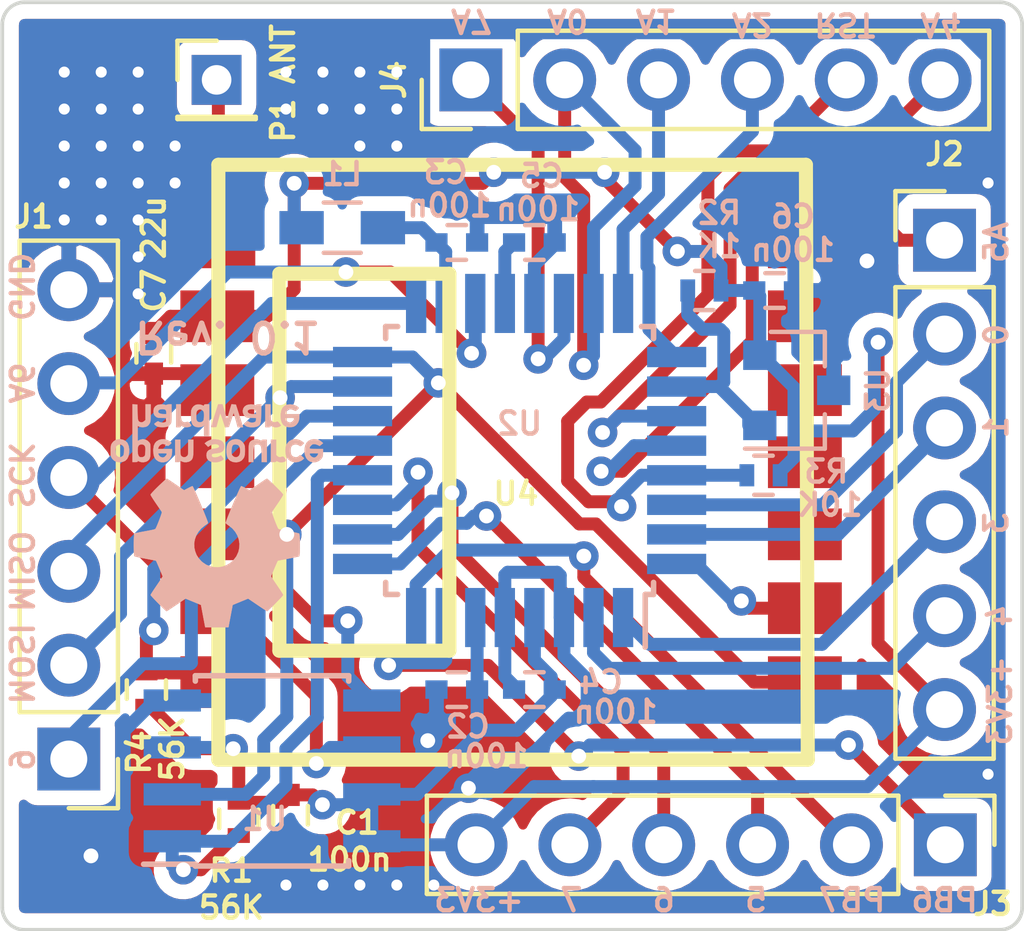
<source format=kicad_pcb>
(kicad_pcb (version 20171130) (host pcbnew 5.0.0-rc1-44a33f2~62~ubuntu16.04.1)

  (general
    (thickness 1.6)
    (drawings 33)
    (tracks 354)
    (zones 0)
    (modules 58)
    (nets 31)
  )

  (page A4)
  (layers
    (0 F.Cu signal)
    (31 B.Cu signal)
    (32 B.Adhes user)
    (33 F.Adhes user)
    (34 B.Paste user)
    (35 F.Paste user)
    (36 B.SilkS user)
    (37 F.SilkS user)
    (38 B.Mask user)
    (39 F.Mask user)
    (40 Dwgs.User user)
    (41 Cmts.User user)
    (42 Eco1.User user)
    (43 Eco2.User user)
    (44 Edge.Cuts user)
    (45 Margin user)
    (46 B.CrtYd user)
    (47 F.CrtYd user)
    (48 B.Fab user)
    (49 F.Fab user)
  )

  (setup
    (last_trace_width 0.35)
    (trace_clearance 0.25)
    (zone_clearance 0.4)
    (zone_45_only yes)
    (trace_min 0.2)
    (segment_width 0.2)
    (edge_width 0.1)
    (via_size 0.8)
    (via_drill 0.4)
    (via_min_size 0.4)
    (via_min_drill 0.3)
    (uvia_size 0.3)
    (uvia_drill 0.1)
    (uvias_allowed no)
    (uvia_min_size 0.2)
    (uvia_min_drill 0.1)
    (pcb_text_width 0.3)
    (pcb_text_size 1.5 1.5)
    (mod_edge_width 0.15)
    (mod_text_size 0.6 0.6)
    (mod_text_width 0.12)
    (pad_size 0.8 0.8)
    (pad_drill 0.4)
    (pad_to_mask_clearance 0)
    (aux_axis_origin 0 0)
    (visible_elements FFFFFF7F)
    (pcbplotparams
      (layerselection 0x010fc_ffffffff)
      (usegerberextensions true)
      (usegerberattributes false)
      (usegerberadvancedattributes false)
      (creategerberjobfile false)
      (excludeedgelayer true)
      (linewidth 0.100000)
      (plotframeref false)
      (viasonmask false)
      (mode 1)
      (useauxorigin false)
      (hpglpennumber 1)
      (hpglpenspeed 20)
      (hpglpendiameter 15)
      (psnegative false)
      (psa4output false)
      (plotreference true)
      (plotvalue true)
      (plotinvisibletext false)
      (padsonsilk false)
      (subtractmaskfromsilk true)
      (outputformat 1)
      (mirror false)
      (drillshape 0)
      (scaleselection 1)
      (outputdirectory gerber/))
  )

  (net 0 "")
  (net 1 GND)
  (net 2 +3V3)
  (net 3 "Net-(C3-Pad2)")
  (net 4 "Net-(C5-Pad2)")
  (net 5 "Net-(J1-Pad1)")
  (net 6 /MOSI)
  (net 7 /MISO)
  (net 8 /SCK)
  (net 9 /19)
  (net 10 "Net-(J2-Pad1)")
  (net 11 "Net-(J2-Pad2)")
  (net 12 "Net-(J2-Pad3)")
  (net 13 "Net-(J2-Pad4)")
  (net 14 "Net-(J2-Pad5)")
  (net 15 "Net-(J3-Pad5)")
  (net 16 "Net-(J3-Pad4)")
  (net 17 "Net-(J3-Pad3)")
  (net 18 /8)
  (net 19 /7)
  (net 20 "Net-(J4-Pad6)")
  (net 21 /RST)
  (net 22 "Net-(J4-Pad4)")
  (net 23 "Net-(J4-Pad3)")
  (net 24 "Net-(J4-Pad2)")
  (net 25 /22)
  (net 26 "Net-(P1-Pad1)")
  (net 27 /SPI_FLASH_SS)
  (net 28 /ATSHA204A)
  (net 29 /RFM69W_SS)
  (net 30 /RFM69W_INT)

  (net_class Default "This is the default net class."
    (clearance 0.25)
    (trace_width 0.35)
    (via_dia 0.8)
    (via_drill 0.4)
    (uvia_dia 0.3)
    (uvia_drill 0.1)
    (add_net +3V3)
    (add_net /19)
    (add_net /22)
    (add_net /7)
    (add_net /8)
    (add_net /ATSHA204A)
    (add_net /MISO)
    (add_net /MOSI)
    (add_net /RFM69W_INT)
    (add_net /RFM69W_SS)
    (add_net /RST)
    (add_net /SCK)
    (add_net /SPI_FLASH_SS)
    (add_net GND)
    (add_net "Net-(C3-Pad2)")
    (add_net "Net-(C5-Pad2)")
    (add_net "Net-(J1-Pad1)")
    (add_net "Net-(J2-Pad1)")
    (add_net "Net-(J2-Pad2)")
    (add_net "Net-(J2-Pad3)")
    (add_net "Net-(J2-Pad4)")
    (add_net "Net-(J2-Pad5)")
    (add_net "Net-(J3-Pad3)")
    (add_net "Net-(J3-Pad4)")
    (add_net "Net-(J3-Pad5)")
    (add_net "Net-(J4-Pad2)")
    (add_net "Net-(J4-Pad3)")
    (add_net "Net-(J4-Pad4)")
    (add_net "Net-(J4-Pad6)")
    (add_net "Net-(P1-Pad1)")
  )

  (module Symbols:OSHW-Logo_5.7x6mm_SilkScreen (layer B.Cu) (tedit 0) (tstamp 58DB9868)
    (at 141.2 62.1)
    (descr "Open Source Hardware Logo")
    (tags "Logo OSHW")
    (attr virtual)
    (fp_text reference REF*** (at 0 0) (layer B.SilkS) hide
      (effects (font (size 1 1) (thickness 0.15)) (justify mirror))
    )
    (fp_text value OSHW-Logo_5.7x6mm_SilkScreen (at 0.75 0) (layer B.Fab) hide
      (effects (font (size 1 1) (thickness 0.15)) (justify mirror))
    )
    (fp_poly (pts (xy -1.908759 -1.469184) (xy -1.882247 -1.482282) (xy -1.849553 -1.505106) (xy -1.825725 -1.529996)
      (xy -1.809406 -1.561249) (xy -1.79924 -1.603166) (xy -1.793872 -1.660044) (xy -1.791944 -1.736184)
      (xy -1.791831 -1.768917) (xy -1.792161 -1.840656) (xy -1.793527 -1.891927) (xy -1.7965 -1.927404)
      (xy -1.801649 -1.951763) (xy -1.809543 -1.96968) (xy -1.817757 -1.981902) (xy -1.870187 -2.033905)
      (xy -1.93193 -2.065184) (xy -1.998536 -2.074592) (xy -2.065558 -2.06098) (xy -2.086792 -2.051354)
      (xy -2.137624 -2.024859) (xy -2.137624 -2.440052) (xy -2.100525 -2.420868) (xy -2.051643 -2.406025)
      (xy -1.991561 -2.402222) (xy -1.931564 -2.409243) (xy -1.886256 -2.425013) (xy -1.848675 -2.455047)
      (xy -1.816564 -2.498024) (xy -1.81415 -2.502436) (xy -1.803967 -2.523221) (xy -1.79653 -2.54417)
      (xy -1.791411 -2.569548) (xy -1.788181 -2.603618) (xy -1.786413 -2.650641) (xy -1.785677 -2.714882)
      (xy -1.785544 -2.787176) (xy -1.785544 -3.017822) (xy -1.923861 -3.017822) (xy -1.923861 -2.592533)
      (xy -1.962549 -2.559979) (xy -2.002738 -2.53394) (xy -2.040797 -2.529205) (xy -2.079066 -2.541389)
      (xy -2.099462 -2.55332) (xy -2.114642 -2.570313) (xy -2.125438 -2.595995) (xy -2.132683 -2.633991)
      (xy -2.137208 -2.687926) (xy -2.139844 -2.761425) (xy -2.140772 -2.810347) (xy -2.143911 -3.011535)
      (xy -2.209926 -3.015336) (xy -2.27594 -3.019136) (xy -2.27594 -1.77065) (xy -2.137624 -1.77065)
      (xy -2.134097 -1.840254) (xy -2.122215 -1.888569) (xy -2.10002 -1.918631) (xy -2.065559 -1.933471)
      (xy -2.030742 -1.936436) (xy -1.991329 -1.933028) (xy -1.965171 -1.919617) (xy -1.948814 -1.901896)
      (xy -1.935937 -1.882835) (xy -1.928272 -1.861601) (xy -1.924861 -1.831849) (xy -1.924749 -1.787236)
      (xy -1.925897 -1.74988) (xy -1.928532 -1.693604) (xy -1.932456 -1.656658) (xy -1.939063 -1.633223)
      (xy -1.949749 -1.61748) (xy -1.959833 -1.60838) (xy -2.00197 -1.588537) (xy -2.05184 -1.585332)
      (xy -2.080476 -1.592168) (xy -2.108828 -1.616464) (xy -2.127609 -1.663728) (xy -2.136712 -1.733624)
      (xy -2.137624 -1.77065) (xy -2.27594 -1.77065) (xy -2.27594 -1.458614) (xy -2.206782 -1.458614)
      (xy -2.16526 -1.460256) (xy -2.143838 -1.466087) (xy -2.137626 -1.477461) (xy -2.137624 -1.477798)
      (xy -2.134742 -1.488938) (xy -2.12203 -1.487673) (xy -2.096757 -1.475433) (xy -2.037869 -1.456707)
      (xy -1.971615 -1.454739) (xy -1.908759 -1.469184)) (layer B.SilkS) (width 0.01))
    (fp_poly (pts (xy -1.38421 -2.406555) (xy -1.325055 -2.422339) (xy -1.280023 -2.450948) (xy -1.248246 -2.488419)
      (xy -1.238366 -2.504411) (xy -1.231073 -2.521163) (xy -1.225974 -2.542592) (xy -1.222679 -2.572616)
      (xy -1.220797 -2.615154) (xy -1.219937 -2.674122) (xy -1.219707 -2.75344) (xy -1.219703 -2.774484)
      (xy -1.219703 -3.017822) (xy -1.280059 -3.017822) (xy -1.318557 -3.015126) (xy -1.347023 -3.008295)
      (xy -1.354155 -3.004083) (xy -1.373652 -2.996813) (xy -1.393566 -3.004083) (xy -1.426353 -3.01316)
      (xy -1.473978 -3.016813) (xy -1.526764 -3.015228) (xy -1.575036 -3.008589) (xy -1.603218 -3.000072)
      (xy -1.657753 -2.965063) (xy -1.691835 -2.916479) (xy -1.707157 -2.851882) (xy -1.707299 -2.850223)
      (xy -1.705955 -2.821566) (xy -1.584356 -2.821566) (xy -1.573726 -2.854161) (xy -1.55641 -2.872505)
      (xy -1.521652 -2.886379) (xy -1.475773 -2.891917) (xy -1.428988 -2.889191) (xy -1.391514 -2.878274)
      (xy -1.381015 -2.871269) (xy -1.362668 -2.838904) (xy -1.35802 -2.802111) (xy -1.35802 -2.753763)
      (xy -1.427582 -2.753763) (xy -1.493667 -2.75885) (xy -1.543764 -2.773263) (xy -1.574929 -2.795729)
      (xy -1.584356 -2.821566) (xy -1.705955 -2.821566) (xy -1.703987 -2.779647) (xy -1.68071 -2.723845)
      (xy -1.636948 -2.681647) (xy -1.630899 -2.677808) (xy -1.604907 -2.665309) (xy -1.572735 -2.65774)
      (xy -1.52776 -2.654061) (xy -1.474331 -2.653216) (xy -1.35802 -2.653169) (xy -1.35802 -2.604411)
      (xy -1.362953 -2.566581) (xy -1.375543 -2.541236) (xy -1.377017 -2.539887) (xy -1.405034 -2.5288)
      (xy -1.447326 -2.524503) (xy -1.494064 -2.526615) (xy -1.535418 -2.534756) (xy -1.559957 -2.546965)
      (xy -1.573253 -2.556746) (xy -1.587294 -2.558613) (xy -1.606671 -2.5506) (xy -1.635976 -2.530739)
      (xy -1.679803 -2.497063) (xy -1.683825 -2.493909) (xy -1.681764 -2.482236) (xy -1.664568 -2.462822)
      (xy -1.638433 -2.441248) (xy -1.609552 -2.423096) (xy -1.600478 -2.418809) (xy -1.56738 -2.410256)
      (xy -1.51888 -2.404155) (xy -1.464695 -2.401708) (xy -1.462161 -2.401703) (xy -1.38421 -2.406555)) (layer B.SilkS) (width 0.01))
    (fp_poly (pts (xy -0.993356 -2.40302) (xy -0.974539 -2.40866) (xy -0.968473 -2.421053) (xy -0.968218 -2.426647)
      (xy -0.967129 -2.44223) (xy -0.959632 -2.444676) (xy -0.939381 -2.433993) (xy -0.927351 -2.426694)
      (xy -0.8894 -2.411063) (xy -0.844072 -2.403334) (xy -0.796544 -2.40274) (xy -0.751995 -2.408513)
      (xy -0.715602 -2.419884) (xy -0.692543 -2.436088) (xy -0.687996 -2.456355) (xy -0.690291 -2.461843)
      (xy -0.70702 -2.484626) (xy -0.732963 -2.512647) (xy -0.737655 -2.517177) (xy -0.762383 -2.538005)
      (xy -0.783718 -2.544735) (xy -0.813555 -2.540038) (xy -0.825508 -2.536917) (xy -0.862705 -2.529421)
      (xy -0.888859 -2.532792) (xy -0.910946 -2.544681) (xy -0.931178 -2.560635) (xy -0.946079 -2.5807)
      (xy -0.956434 -2.608702) (xy -0.963029 -2.648467) (xy -0.966649 -2.703823) (xy -0.968078 -2.778594)
      (xy -0.968218 -2.82374) (xy -0.968218 -3.017822) (xy -1.09396 -3.017822) (xy -1.09396 -2.401683)
      (xy -1.031089 -2.401683) (xy -0.993356 -2.40302)) (layer B.SilkS) (width 0.01))
    (fp_poly (pts (xy -0.201188 -3.017822) (xy -0.270346 -3.017822) (xy -0.310488 -3.016645) (xy -0.331394 -3.011772)
      (xy -0.338922 -3.001186) (xy -0.339505 -2.994029) (xy -0.340774 -2.979676) (xy -0.348779 -2.976923)
      (xy -0.369815 -2.985771) (xy -0.386173 -2.994029) (xy -0.448977 -3.013597) (xy -0.517248 -3.014729)
      (xy -0.572752 -3.000135) (xy -0.624438 -2.964877) (xy -0.663838 -2.912835) (xy -0.685413 -2.85145)
      (xy -0.685962 -2.848018) (xy -0.689167 -2.810571) (xy -0.690761 -2.756813) (xy -0.690633 -2.716155)
      (xy -0.553279 -2.716155) (xy -0.550097 -2.770194) (xy -0.542859 -2.814735) (xy -0.53306 -2.839888)
      (xy -0.495989 -2.87426) (xy -0.451974 -2.886582) (xy -0.406584 -2.876618) (xy -0.367797 -2.846895)
      (xy -0.353108 -2.826905) (xy -0.344519 -2.80305) (xy -0.340496 -2.76823) (xy -0.339505 -2.71593)
      (xy -0.341278 -2.664139) (xy -0.345963 -2.618634) (xy -0.352603 -2.588181) (xy -0.35371 -2.585452)
      (xy -0.380491 -2.553) (xy -0.419579 -2.535183) (xy -0.463315 -2.532306) (xy -0.504038 -2.544674)
      (xy -0.534087 -2.572593) (xy -0.537204 -2.578148) (xy -0.546961 -2.612022) (xy -0.552277 -2.660728)
      (xy -0.553279 -2.716155) (xy -0.690633 -2.716155) (xy -0.690568 -2.69554) (xy -0.689664 -2.662563)
      (xy -0.683514 -2.580981) (xy -0.670733 -2.51973) (xy -0.649471 -2.474449) (xy -0.617878 -2.440779)
      (xy -0.587207 -2.421014) (xy -0.544354 -2.40712) (xy -0.491056 -2.402354) (xy -0.43648 -2.406236)
      (xy -0.389792 -2.418282) (xy -0.365124 -2.432693) (xy -0.339505 -2.455878) (xy -0.339505 -2.162773)
      (xy -0.201188 -2.162773) (xy -0.201188 -3.017822)) (layer B.SilkS) (width 0.01))
    (fp_poly (pts (xy 0.281524 -2.404237) (xy 0.331255 -2.407971) (xy 0.461291 -2.797773) (xy 0.481678 -2.728614)
      (xy 0.493946 -2.685874) (xy 0.510085 -2.628115) (xy 0.527512 -2.564625) (xy 0.536726 -2.53057)
      (xy 0.571388 -2.401683) (xy 0.714391 -2.401683) (xy 0.671646 -2.536857) (xy 0.650596 -2.603342)
      (xy 0.625167 -2.683539) (xy 0.59861 -2.767193) (xy 0.574902 -2.841782) (xy 0.520902 -3.011535)
      (xy 0.462598 -3.015328) (xy 0.404295 -3.019122) (xy 0.372679 -2.914734) (xy 0.353182 -2.849889)
      (xy 0.331904 -2.7784) (xy 0.313308 -2.715263) (xy 0.312574 -2.71275) (xy 0.298684 -2.669969)
      (xy 0.286429 -2.640779) (xy 0.277846 -2.629741) (xy 0.276082 -2.631018) (xy 0.269891 -2.64813)
      (xy 0.258128 -2.684787) (xy 0.242225 -2.736378) (xy 0.223614 -2.798294) (xy 0.213543 -2.832352)
      (xy 0.159007 -3.017822) (xy 0.043264 -3.017822) (xy -0.049263 -2.725471) (xy -0.075256 -2.643462)
      (xy -0.098934 -2.568987) (xy -0.11918 -2.505544) (xy -0.134874 -2.456632) (xy -0.144898 -2.425749)
      (xy -0.147945 -2.416726) (xy -0.145533 -2.407487) (xy -0.126592 -2.403441) (xy -0.087177 -2.403846)
      (xy -0.081007 -2.404152) (xy -0.007914 -2.407971) (xy 0.039957 -2.58401) (xy 0.057553 -2.648211)
      (xy 0.073277 -2.704649) (xy 0.085746 -2.748422) (xy 0.093574 -2.77463) (xy 0.09502 -2.778903)
      (xy 0.101014 -2.77399) (xy 0.113101 -2.748532) (xy 0.129893 -2.705997) (xy 0.150003 -2.64985)
      (xy 0.167003 -2.59913) (xy 0.231794 -2.400504) (xy 0.281524 -2.404237)) (layer B.SilkS) (width 0.01))
    (fp_poly (pts (xy 1.038411 -2.405417) (xy 1.091411 -2.41829) (xy 1.106731 -2.42511) (xy 1.136428 -2.442974)
      (xy 1.15922 -2.463093) (xy 1.176083 -2.488962) (xy 1.187998 -2.524073) (xy 1.195942 -2.57192)
      (xy 1.200894 -2.635996) (xy 1.203831 -2.719794) (xy 1.204947 -2.775768) (xy 1.209052 -3.017822)
      (xy 1.138932 -3.017822) (xy 1.096393 -3.016038) (xy 1.074476 -3.009942) (xy 1.068812 -2.999706)
      (xy 1.065821 -2.988637) (xy 1.052451 -2.990754) (xy 1.034233 -2.999629) (xy 0.988624 -3.013233)
      (xy 0.930007 -3.016899) (xy 0.868354 -3.010903) (xy 0.813638 -2.995521) (xy 0.80873 -2.993386)
      (xy 0.758723 -2.958255) (xy 0.725756 -2.909419) (xy 0.710587 -2.852333) (xy 0.711746 -2.831824)
      (xy 0.835508 -2.831824) (xy 0.846413 -2.859425) (xy 0.878745 -2.879204) (xy 0.93091 -2.889819)
      (xy 0.958787 -2.891228) (xy 1.005247 -2.88762) (xy 1.036129 -2.873597) (xy 1.043664 -2.866931)
      (xy 1.064076 -2.830666) (xy 1.068812 -2.797773) (xy 1.068812 -2.753763) (xy 1.007513 -2.753763)
      (xy 0.936256 -2.757395) (xy 0.886276 -2.768818) (xy 0.854696 -2.788824) (xy 0.847626 -2.797743)
      (xy 0.835508 -2.831824) (xy 0.711746 -2.831824) (xy 0.713971 -2.792456) (xy 0.736663 -2.735244)
      (xy 0.767624 -2.69658) (xy 0.786376 -2.679864) (xy 0.804733 -2.668878) (xy 0.828619 -2.66218)
      (xy 0.863957 -2.658326) (xy 0.916669 -2.655873) (xy 0.937577 -2.655168) (xy 1.068812 -2.650879)
      (xy 1.06862 -2.611158) (xy 1.063537 -2.569405) (xy 1.045162 -2.544158) (xy 1.008039 -2.52803)
      (xy 1.007043 -2.527742) (xy 0.95441 -2.5214) (xy 0.902906 -2.529684) (xy 0.86463 -2.549827)
      (xy 0.849272 -2.559773) (xy 0.83273 -2.558397) (xy 0.807275 -2.543987) (xy 0.792328 -2.533817)
      (xy 0.763091 -2.512088) (xy 0.74498 -2.4958) (xy 0.742074 -2.491137) (xy 0.75404 -2.467005)
      (xy 0.789396 -2.438185) (xy 0.804753 -2.428461) (xy 0.848901 -2.411714) (xy 0.908398 -2.402227)
      (xy 0.974487 -2.400095) (xy 1.038411 -2.405417)) (layer B.SilkS) (width 0.01))
    (fp_poly (pts (xy 1.635255 -2.401486) (xy 1.683595 -2.411015) (xy 1.711114 -2.425125) (xy 1.740064 -2.448568)
      (xy 1.698876 -2.500571) (xy 1.673482 -2.532064) (xy 1.656238 -2.547428) (xy 1.639102 -2.549776)
      (xy 1.614027 -2.542217) (xy 1.602257 -2.537941) (xy 1.55427 -2.531631) (xy 1.510324 -2.545156)
      (xy 1.47806 -2.57571) (xy 1.472819 -2.585452) (xy 1.467112 -2.611258) (xy 1.462706 -2.658817)
      (xy 1.459811 -2.724758) (xy 1.458631 -2.80571) (xy 1.458614 -2.817226) (xy 1.458614 -3.017822)
      (xy 1.320297 -3.017822) (xy 1.320297 -2.401683) (xy 1.389456 -2.401683) (xy 1.429333 -2.402725)
      (xy 1.450107 -2.407358) (xy 1.457789 -2.417849) (xy 1.458614 -2.427745) (xy 1.458614 -2.453806)
      (xy 1.491745 -2.427745) (xy 1.529735 -2.409965) (xy 1.58077 -2.401174) (xy 1.635255 -2.401486)) (layer B.SilkS) (width 0.01))
    (fp_poly (pts (xy 2.032581 -2.40497) (xy 2.092685 -2.420597) (xy 2.143021 -2.452848) (xy 2.167393 -2.47694)
      (xy 2.207345 -2.533895) (xy 2.230242 -2.599965) (xy 2.238108 -2.681182) (xy 2.238148 -2.687748)
      (xy 2.238218 -2.753763) (xy 1.858264 -2.753763) (xy 1.866363 -2.788342) (xy 1.880987 -2.819659)
      (xy 1.906581 -2.852291) (xy 1.911935 -2.8575) (xy 1.957943 -2.885694) (xy 2.01041 -2.890475)
      (xy 2.070803 -2.871926) (xy 2.08104 -2.866931) (xy 2.112439 -2.851745) (xy 2.13347 -2.843094)
      (xy 2.137139 -2.842293) (xy 2.149948 -2.850063) (xy 2.174378 -2.869072) (xy 2.186779 -2.87946)
      (xy 2.212476 -2.903321) (xy 2.220915 -2.919077) (xy 2.215058 -2.933571) (xy 2.211928 -2.937534)
      (xy 2.190725 -2.954879) (xy 2.155738 -2.975959) (xy 2.131337 -2.988265) (xy 2.062072 -3.009946)
      (xy 1.985388 -3.016971) (xy 1.912765 -3.008647) (xy 1.892426 -3.002686) (xy 1.829476 -2.968952)
      (xy 1.782815 -2.917045) (xy 1.752173 -2.846459) (xy 1.737282 -2.756692) (xy 1.735647 -2.709753)
      (xy 1.740421 -2.641413) (xy 1.86099 -2.641413) (xy 1.872652 -2.646465) (xy 1.903998 -2.650429)
      (xy 1.949571 -2.652768) (xy 1.980446 -2.653169) (xy 2.035981 -2.652783) (xy 2.071033 -2.650975)
      (xy 2.090262 -2.646773) (xy 2.09833 -2.639203) (xy 2.099901 -2.628218) (xy 2.089121 -2.594381)
      (xy 2.06198 -2.56094) (xy 2.026277 -2.535272) (xy 1.99056 -2.524772) (xy 1.942048 -2.534086)
      (xy 1.900053 -2.561013) (xy 1.870936 -2.599827) (xy 1.86099 -2.641413) (xy 1.740421 -2.641413)
      (xy 1.742599 -2.610236) (xy 1.764055 -2.530949) (xy 1.80047 -2.471263) (xy 1.852297 -2.430549)
      (xy 1.91999 -2.408179) (xy 1.956662 -2.403871) (xy 2.032581 -2.40497)) (layer B.SilkS) (width 0.01))
    (fp_poly (pts (xy -2.538261 -1.465148) (xy -2.472479 -1.494231) (xy -2.42254 -1.542793) (xy -2.388374 -1.610908)
      (xy -2.369907 -1.698651) (xy -2.368583 -1.712351) (xy -2.367546 -1.808939) (xy -2.380993 -1.893602)
      (xy -2.408108 -1.962221) (xy -2.422627 -1.984294) (xy -2.473201 -2.031011) (xy -2.537609 -2.061268)
      (xy -2.609666 -2.073824) (xy -2.683185 -2.067439) (xy -2.739072 -2.047772) (xy -2.787132 -2.014629)
      (xy -2.826412 -1.971175) (xy -2.827092 -1.970158) (xy -2.843044 -1.943338) (xy -2.85341 -1.916368)
      (xy -2.859688 -1.882332) (xy -2.863373 -1.83431) (xy -2.864997 -1.794931) (xy -2.865672 -1.759219)
      (xy -2.739955 -1.759219) (xy -2.738726 -1.79477) (xy -2.734266 -1.842094) (xy -2.726397 -1.872465)
      (xy -2.712207 -1.894072) (xy -2.698917 -1.906694) (xy -2.651802 -1.933122) (xy -2.602505 -1.936653)
      (xy -2.556593 -1.917639) (xy -2.533638 -1.896331) (xy -2.517096 -1.874859) (xy -2.507421 -1.854313)
      (xy -2.503174 -1.827574) (xy -2.50292 -1.787523) (xy -2.504228 -1.750638) (xy -2.507043 -1.697947)
      (xy -2.511505 -1.663772) (xy -2.519548 -1.64148) (xy -2.533103 -1.624442) (xy -2.543845 -1.614703)
      (xy -2.588777 -1.589123) (xy -2.637249 -1.587847) (xy -2.677894 -1.602999) (xy -2.712567 -1.634642)
      (xy -2.733224 -1.68662) (xy -2.739955 -1.759219) (xy -2.865672 -1.759219) (xy -2.866479 -1.716621)
      (xy -2.863948 -1.658056) (xy -2.856362 -1.614007) (xy -2.842681 -1.579248) (xy -2.821865 -1.548551)
      (xy -2.814147 -1.539436) (xy -2.765889 -1.494021) (xy -2.714128 -1.467493) (xy -2.650828 -1.456379)
      (xy -2.619961 -1.455471) (xy -2.538261 -1.465148)) (layer B.SilkS) (width 0.01))
    (fp_poly (pts (xy -1.356699 -1.472614) (xy -1.344168 -1.478514) (xy -1.300799 -1.510283) (xy -1.25979 -1.556646)
      (xy -1.229168 -1.607696) (xy -1.220459 -1.631166) (xy -1.212512 -1.673091) (xy -1.207774 -1.723757)
      (xy -1.207199 -1.744679) (xy -1.207129 -1.810693) (xy -1.587083 -1.810693) (xy -1.578983 -1.845273)
      (xy -1.559104 -1.88617) (xy -1.524347 -1.921514) (xy -1.482998 -1.944282) (xy -1.456649 -1.94901)
      (xy -1.420916 -1.943273) (xy -1.378282 -1.928882) (xy -1.363799 -1.922262) (xy -1.31024 -1.895513)
      (xy -1.264533 -1.930376) (xy -1.238158 -1.953955) (xy -1.224124 -1.973417) (xy -1.223414 -1.979129)
      (xy -1.235951 -1.992973) (xy -1.263428 -2.014012) (xy -1.288366 -2.030425) (xy -1.355664 -2.05993)
      (xy -1.43111 -2.073284) (xy -1.505888 -2.069812) (xy -1.565495 -2.051663) (xy -1.626941 -2.012784)
      (xy -1.670608 -1.961595) (xy -1.697926 -1.895367) (xy -1.710322 -1.811371) (xy -1.711421 -1.772936)
      (xy -1.707022 -1.684861) (xy -1.706482 -1.682299) (xy -1.580582 -1.682299) (xy -1.577115 -1.690558)
      (xy -1.562863 -1.695113) (xy -1.53347 -1.697065) (xy -1.484575 -1.697517) (xy -1.465748 -1.697525)
      (xy -1.408467 -1.696843) (xy -1.372141 -1.694364) (xy -1.352604 -1.689443) (xy -1.34569 -1.681434)
      (xy -1.345445 -1.678862) (xy -1.353336 -1.658423) (xy -1.373085 -1.629789) (xy -1.381575 -1.619763)
      (xy -1.413094 -1.591408) (xy -1.445949 -1.580259) (xy -1.463651 -1.579327) (xy -1.511539 -1.590981)
      (xy -1.551699 -1.622285) (xy -1.577173 -1.667752) (xy -1.577625 -1.669233) (xy -1.580582 -1.682299)
      (xy -1.706482 -1.682299) (xy -1.692392 -1.61551) (xy -1.666038 -1.560025) (xy -1.633807 -1.520639)
      (xy -1.574217 -1.477931) (xy -1.504168 -1.455109) (xy -1.429661 -1.453046) (xy -1.356699 -1.472614)) (layer B.SilkS) (width 0.01))
    (fp_poly (pts (xy 0.014017 -1.456452) (xy 0.061634 -1.465482) (xy 0.111034 -1.48437) (xy 0.116312 -1.486777)
      (xy 0.153774 -1.506476) (xy 0.179717 -1.524781) (xy 0.188103 -1.536508) (xy 0.180117 -1.555632)
      (xy 0.16072 -1.58385) (xy 0.15211 -1.594384) (xy 0.116628 -1.635847) (xy 0.070885 -1.608858)
      (xy 0.02735 -1.590878) (xy -0.02295 -1.581267) (xy -0.071188 -1.58066) (xy -0.108533 -1.589691)
      (xy -0.117495 -1.595327) (xy -0.134563 -1.621171) (xy -0.136637 -1.650941) (xy -0.123866 -1.674197)
      (xy -0.116312 -1.678708) (xy -0.093675 -1.684309) (xy -0.053885 -1.690892) (xy -0.004834 -1.697183)
      (xy 0.004215 -1.69817) (xy 0.082996 -1.711798) (xy 0.140136 -1.734946) (xy 0.17803 -1.769752)
      (xy 0.199079 -1.818354) (xy 0.205635 -1.877718) (xy 0.196577 -1.945198) (xy 0.167164 -1.998188)
      (xy 0.117278 -2.036783) (xy 0.0468 -2.061081) (xy -0.031435 -2.070667) (xy -0.095234 -2.070552)
      (xy -0.146984 -2.061845) (xy -0.182327 -2.049825) (xy -0.226983 -2.02888) (xy -0.268253 -2.004574)
      (xy -0.282921 -1.993876) (xy -0.320643 -1.963084) (xy -0.275148 -1.917049) (xy -0.229653 -1.871013)
      (xy -0.177928 -1.905243) (xy -0.126048 -1.930952) (xy -0.070649 -1.944399) (xy -0.017395 -1.945818)
      (xy 0.028049 -1.935443) (xy 0.060016 -1.913507) (xy 0.070338 -1.894998) (xy 0.068789 -1.865314)
      (xy 0.04314 -1.842615) (xy -0.00654 -1.82694) (xy -0.060969 -1.819695) (xy -0.144736 -1.805873)
      (xy -0.206967 -1.779796) (xy -0.248493 -1.740699) (xy -0.270147 -1.68782) (xy -0.273147 -1.625126)
      (xy -0.258329 -1.559642) (xy -0.224546 -1.510144) (xy -0.171495 -1.476408) (xy -0.098874 -1.458207)
      (xy -0.045072 -1.454639) (xy 0.014017 -1.456452)) (layer B.SilkS) (width 0.01))
    (fp_poly (pts (xy 0.610762 -1.466055) (xy 0.674363 -1.500692) (xy 0.724123 -1.555372) (xy 0.747568 -1.599842)
      (xy 0.757634 -1.639121) (xy 0.764156 -1.695116) (xy 0.766951 -1.759621) (xy 0.765836 -1.824429)
      (xy 0.760626 -1.881334) (xy 0.754541 -1.911727) (xy 0.734014 -1.953306) (xy 0.698463 -1.997468)
      (xy 0.655619 -2.036087) (xy 0.613211 -2.061034) (xy 0.612177 -2.06143) (xy 0.559553 -2.072331)
      (xy 0.497188 -2.072601) (xy 0.437924 -2.062676) (xy 0.41504 -2.054722) (xy 0.356102 -2.0213)
      (xy 0.31389 -1.977511) (xy 0.286156 -1.919538) (xy 0.270651 -1.843565) (xy 0.267143 -1.803771)
      (xy 0.26759 -1.753766) (xy 0.402376 -1.753766) (xy 0.406917 -1.826732) (xy 0.419986 -1.882334)
      (xy 0.440756 -1.917861) (xy 0.455552 -1.92802) (xy 0.493464 -1.935104) (xy 0.538527 -1.933007)
      (xy 0.577487 -1.922812) (xy 0.587704 -1.917204) (xy 0.614659 -1.884538) (xy 0.632451 -1.834545)
      (xy 0.640024 -1.773705) (xy 0.636325 -1.708497) (xy 0.628057 -1.669253) (xy 0.60432 -1.623805)
      (xy 0.566849 -1.595396) (xy 0.52172 -1.585573) (xy 0.475011 -1.595887) (xy 0.439132 -1.621112)
      (xy 0.420277 -1.641925) (xy 0.409272 -1.662439) (xy 0.404026 -1.690203) (xy 0.402449 -1.732762)
      (xy 0.402376 -1.753766) (xy 0.26759 -1.753766) (xy 0.268094 -1.69758) (xy 0.285388 -1.610501)
      (xy 0.319029 -1.54253) (xy 0.369018 -1.493664) (xy 0.435356 -1.463899) (xy 0.449601 -1.460448)
      (xy 0.53521 -1.452345) (xy 0.610762 -1.466055)) (layer B.SilkS) (width 0.01))
    (fp_poly (pts (xy 0.993367 -1.654342) (xy 0.994555 -1.746563) (xy 0.998897 -1.81661) (xy 1.007558 -1.867381)
      (xy 1.021704 -1.901772) (xy 1.0425 -1.922679) (xy 1.07111 -1.933) (xy 1.106535 -1.935636)
      (xy 1.143636 -1.932682) (xy 1.171818 -1.921889) (xy 1.192243 -1.90036) (xy 1.206079 -1.865199)
      (xy 1.214491 -1.81351) (xy 1.218643 -1.742394) (xy 1.219703 -1.654342) (xy 1.219703 -1.458614)
      (xy 1.35802 -1.458614) (xy 1.35802 -2.062179) (xy 1.288862 -2.062179) (xy 1.24717 -2.060489)
      (xy 1.225701 -2.054556) (xy 1.219703 -2.043293) (xy 1.216091 -2.033261) (xy 1.201714 -2.035383)
      (xy 1.172736 -2.04958) (xy 1.106319 -2.07148) (xy 1.035875 -2.069928) (xy 0.968377 -2.046147)
      (xy 0.936233 -2.027362) (xy 0.911715 -2.007022) (xy 0.893804 -1.981573) (xy 0.881479 -1.947458)
      (xy 0.873723 -1.901121) (xy 0.869516 -1.839007) (xy 0.86784 -1.757561) (xy 0.867624 -1.694578)
      (xy 0.867624 -1.458614) (xy 0.993367 -1.458614) (xy 0.993367 -1.654342)) (layer B.SilkS) (width 0.01))
    (fp_poly (pts (xy 2.217226 -1.46388) (xy 2.29008 -1.49483) (xy 2.313027 -1.509895) (xy 2.342354 -1.533048)
      (xy 2.360764 -1.551253) (xy 2.363961 -1.557183) (xy 2.354935 -1.57034) (xy 2.331837 -1.592667)
      (xy 2.313344 -1.60825) (xy 2.262728 -1.648926) (xy 2.22276 -1.615295) (xy 2.191874 -1.593584)
      (xy 2.161759 -1.58609) (xy 2.127292 -1.58792) (xy 2.072561 -1.601528) (xy 2.034886 -1.629772)
      (xy 2.011991 -1.675433) (xy 2.001597 -1.741289) (xy 2.001595 -1.741331) (xy 2.002494 -1.814939)
      (xy 2.016463 -1.868946) (xy 2.044328 -1.905716) (xy 2.063325 -1.918168) (xy 2.113776 -1.933673)
      (xy 2.167663 -1.933683) (xy 2.214546 -1.918638) (xy 2.225644 -1.911287) (xy 2.253476 -1.892511)
      (xy 2.275236 -1.889434) (xy 2.298704 -1.903409) (xy 2.324649 -1.92851) (xy 2.365716 -1.97088)
      (xy 2.320121 -2.008464) (xy 2.249674 -2.050882) (xy 2.170233 -2.071785) (xy 2.087215 -2.070272)
      (xy 2.032694 -2.056411) (xy 1.96897 -2.022135) (xy 1.918005 -1.968212) (xy 1.894851 -1.930149)
      (xy 1.876099 -1.875536) (xy 1.866715 -1.806369) (xy 1.866643 -1.731407) (xy 1.875824 -1.659409)
      (xy 1.894199 -1.599137) (xy 1.897093 -1.592958) (xy 1.939952 -1.532351) (xy 1.997979 -1.488224)
      (xy 2.066591 -1.461493) (xy 2.141201 -1.453073) (xy 2.217226 -1.46388)) (layer B.SilkS) (width 0.01))
    (fp_poly (pts (xy 2.677898 -1.456457) (xy 2.710096 -1.464279) (xy 2.771825 -1.492921) (xy 2.82461 -1.536667)
      (xy 2.861141 -1.589117) (xy 2.86616 -1.600893) (xy 2.873045 -1.63174) (xy 2.877864 -1.677371)
      (xy 2.879505 -1.723492) (xy 2.879505 -1.810693) (xy 2.697178 -1.810693) (xy 2.621979 -1.810978)
      (xy 2.569003 -1.812704) (xy 2.535325 -1.817181) (xy 2.51802 -1.82572) (xy 2.514163 -1.83963)
      (xy 2.520829 -1.860222) (xy 2.53277 -1.884315) (xy 2.56608 -1.924525) (xy 2.612368 -1.944558)
      (xy 2.668944 -1.943905) (xy 2.733031 -1.922101) (xy 2.788417 -1.895193) (xy 2.834375 -1.931532)
      (xy 2.880333 -1.967872) (xy 2.837096 -2.007819) (xy 2.779374 -2.045563) (xy 2.708386 -2.06832)
      (xy 2.632029 -2.074688) (xy 2.558199 -2.063268) (xy 2.546287 -2.059393) (xy 2.481399 -2.025506)
      (xy 2.43313 -1.974986) (xy 2.400465 -1.906325) (xy 2.382385 -1.818014) (xy 2.382175 -1.816121)
      (xy 2.380556 -1.719878) (xy 2.3871 -1.685542) (xy 2.514852 -1.685542) (xy 2.526584 -1.690822)
      (xy 2.558438 -1.694867) (xy 2.605397 -1.697176) (xy 2.635154 -1.697525) (xy 2.690648 -1.697306)
      (xy 2.725346 -1.695916) (xy 2.743601 -1.692251) (xy 2.749766 -1.68521) (xy 2.748195 -1.67369)
      (xy 2.746878 -1.669233) (xy 2.724382 -1.627355) (xy 2.689003 -1.593604) (xy 2.65778 -1.578773)
      (xy 2.616301 -1.579668) (xy 2.574269 -1.598164) (xy 2.539012 -1.628786) (xy 2.517854 -1.666062)
      (xy 2.514852 -1.685542) (xy 2.3871 -1.685542) (xy 2.39669 -1.635229) (xy 2.428698 -1.564191)
      (xy 2.474701 -1.508779) (xy 2.532821 -1.471009) (xy 2.60118 -1.452896) (xy 2.677898 -1.456457)) (layer B.SilkS) (width 0.01))
    (fp_poly (pts (xy -0.754012 -1.469002) (xy -0.722717 -1.48395) (xy -0.692409 -1.505541) (xy -0.669318 -1.530391)
      (xy -0.6525 -1.562087) (xy -0.641006 -1.604214) (xy -0.633891 -1.660358) (xy -0.630207 -1.734106)
      (xy -0.629008 -1.829044) (xy -0.628989 -1.838985) (xy -0.628713 -2.062179) (xy -0.76703 -2.062179)
      (xy -0.76703 -1.856418) (xy -0.767128 -1.780189) (xy -0.767809 -1.724939) (xy -0.769651 -1.686501)
      (xy -0.773233 -1.660706) (xy -0.779132 -1.643384) (xy -0.787927 -1.630368) (xy -0.80018 -1.617507)
      (xy -0.843047 -1.589873) (xy -0.889843 -1.584745) (xy -0.934424 -1.602217) (xy -0.949928 -1.615221)
      (xy -0.96131 -1.627447) (xy -0.969481 -1.64054) (xy -0.974974 -1.658615) (xy -0.97832 -1.685787)
      (xy -0.980051 -1.72617) (xy -0.980697 -1.783879) (xy -0.980792 -1.854132) (xy -0.980792 -2.062179)
      (xy -1.119109 -2.062179) (xy -1.119109 -1.458614) (xy -1.04995 -1.458614) (xy -1.008428 -1.460256)
      (xy -0.987006 -1.466087) (xy -0.980795 -1.477461) (xy -0.980792 -1.477798) (xy -0.97791 -1.488938)
      (xy -0.965199 -1.487674) (xy -0.939926 -1.475434) (xy -0.882605 -1.457424) (xy -0.817037 -1.455421)
      (xy -0.754012 -1.469002)) (layer B.SilkS) (width 0.01))
    (fp_poly (pts (xy 1.79946 -1.45803) (xy 1.842711 -1.471245) (xy 1.870558 -1.487941) (xy 1.879629 -1.501145)
      (xy 1.877132 -1.516797) (xy 1.860931 -1.541385) (xy 1.847232 -1.5588) (xy 1.818992 -1.590283)
      (xy 1.797775 -1.603529) (xy 1.779688 -1.602664) (xy 1.726035 -1.58901) (xy 1.68663 -1.58963)
      (xy 1.654632 -1.605104) (xy 1.64389 -1.614161) (xy 1.609505 -1.646027) (xy 1.609505 -2.062179)
      (xy 1.471188 -2.062179) (xy 1.471188 -1.458614) (xy 1.540347 -1.458614) (xy 1.581869 -1.460256)
      (xy 1.603291 -1.466087) (xy 1.609502 -1.477461) (xy 1.609505 -1.477798) (xy 1.612439 -1.489713)
      (xy 1.625704 -1.488159) (xy 1.644084 -1.479563) (xy 1.682046 -1.463568) (xy 1.712872 -1.453945)
      (xy 1.752536 -1.451478) (xy 1.79946 -1.45803)) (layer B.SilkS) (width 0.01))
    (fp_poly (pts (xy 0.376964 2.709982) (xy 0.433812 2.40843) (xy 0.853338 2.235488) (xy 1.104984 2.406605)
      (xy 1.175458 2.45425) (xy 1.239163 2.49679) (xy 1.293126 2.532285) (xy 1.334373 2.55879)
      (xy 1.359934 2.574364) (xy 1.366895 2.577722) (xy 1.379435 2.569086) (xy 1.406231 2.545208)
      (xy 1.44428 2.509141) (xy 1.490579 2.463933) (xy 1.542123 2.412636) (xy 1.595909 2.358299)
      (xy 1.648935 2.303972) (xy 1.698195 2.252705) (xy 1.740687 2.207549) (xy 1.773407 2.171554)
      (xy 1.793351 2.14777) (xy 1.798119 2.13981) (xy 1.791257 2.125135) (xy 1.77202 2.092986)
      (xy 1.74243 2.046508) (xy 1.70451 1.988844) (xy 1.660282 1.92314) (xy 1.634654 1.885664)
      (xy 1.587941 1.817232) (xy 1.546432 1.75548) (xy 1.51214 1.703481) (xy 1.48708 1.664308)
      (xy 1.473264 1.641035) (xy 1.471188 1.636145) (xy 1.475895 1.622245) (xy 1.488723 1.58985)
      (xy 1.507738 1.543515) (xy 1.531003 1.487794) (xy 1.556584 1.427242) (xy 1.582545 1.366414)
      (xy 1.60695 1.309864) (xy 1.627863 1.262148) (xy 1.643349 1.227819) (xy 1.651472 1.211432)
      (xy 1.651952 1.210788) (xy 1.664707 1.207659) (xy 1.698677 1.200679) (xy 1.75034 1.190533)
      (xy 1.816176 1.177908) (xy 1.892664 1.163491) (xy 1.93729 1.155177) (xy 2.019021 1.139616)
      (xy 2.092843 1.124808) (xy 2.155021 1.111564) (xy 2.201822 1.100695) (xy 2.229509 1.093011)
      (xy 2.235074 1.090573) (xy 2.240526 1.07407) (xy 2.244924 1.0368) (xy 2.248272 0.98312)
      (xy 2.250574 0.917388) (xy 2.251832 0.843963) (xy 2.252048 0.767204) (xy 2.251227 0.691468)
      (xy 2.249371 0.621114) (xy 2.246482 0.5605) (xy 2.242565 0.513984) (xy 2.237622 0.485925)
      (xy 2.234657 0.480084) (xy 2.216934 0.473083) (xy 2.179381 0.463073) (xy 2.126964 0.451231)
      (xy 2.064652 0.438733) (xy 2.0429 0.43469) (xy 1.938024 0.41548) (xy 1.85518 0.400009)
      (xy 1.79163 0.387663) (xy 1.744637 0.377827) (xy 1.711463 0.369886) (xy 1.689371 0.363224)
      (xy 1.675624 0.357227) (xy 1.667484 0.351281) (xy 1.666345 0.350106) (xy 1.654977 0.331174)
      (xy 1.637635 0.294331) (xy 1.61605 0.244087) (xy 1.591954 0.184954) (xy 1.567079 0.121444)
      (xy 1.543157 0.058068) (xy 1.521919 -0.000662) (xy 1.505097 -0.050235) (xy 1.494422 -0.086139)
      (xy 1.491627 -0.103862) (xy 1.49186 -0.104483) (xy 1.501331 -0.11897) (xy 1.522818 -0.150844)
      (xy 1.554063 -0.196789) (xy 1.592807 -0.253485) (xy 1.636793 -0.317617) (xy 1.649319 -0.335842)
      (xy 1.693984 -0.401914) (xy 1.733288 -0.4622) (xy 1.765088 -0.513235) (xy 1.787245 -0.55156)
      (xy 1.797617 -0.573711) (xy 1.798119 -0.576432) (xy 1.789405 -0.590736) (xy 1.765325 -0.619072)
      (xy 1.728976 -0.658396) (xy 1.683453 -0.705661) (xy 1.631852 -0.757823) (xy 1.577267 -0.811835)
      (xy 1.522794 -0.864653) (xy 1.471529 -0.913231) (xy 1.426567 -0.954523) (xy 1.391004 -0.985485)
      (xy 1.367935 -1.00307) (xy 1.361554 -1.005941) (xy 1.346699 -0.999178) (xy 1.316286 -0.980939)
      (xy 1.275268 -0.954297) (xy 1.243709 -0.932852) (xy 1.186525 -0.893503) (xy 1.118806 -0.847171)
      (xy 1.05088 -0.800913) (xy 1.014361 -0.776155) (xy 0.890752 -0.692547) (xy 0.786991 -0.74865)
      (xy 0.73972 -0.773228) (xy 0.699523 -0.792331) (xy 0.672326 -0.803227) (xy 0.665402 -0.804743)
      (xy 0.657077 -0.793549) (xy 0.640654 -0.761917) (xy 0.617357 -0.712765) (xy 0.588414 -0.64901)
      (xy 0.55505 -0.573571) (xy 0.518491 -0.489364) (xy 0.479964 -0.399308) (xy 0.440694 -0.306321)
      (xy 0.401908 -0.21332) (xy 0.36483 -0.123223) (xy 0.330689 -0.038948) (xy 0.300708 0.036587)
      (xy 0.276116 0.100466) (xy 0.258136 0.149769) (xy 0.247997 0.181579) (xy 0.246366 0.192504)
      (xy 0.259291 0.206439) (xy 0.287589 0.22906) (xy 0.325346 0.255667) (xy 0.328515 0.257772)
      (xy 0.4261 0.335886) (xy 0.504786 0.427018) (xy 0.563891 0.528255) (xy 0.602732 0.636682)
      (xy 0.620628 0.749386) (xy 0.616897 0.863452) (xy 0.590857 0.975966) (xy 0.541825 1.084015)
      (xy 0.5274 1.107655) (xy 0.452369 1.203113) (xy 0.36373 1.279768) (xy 0.264549 1.33722)
      (xy 0.157895 1.375071) (xy 0.046836 1.392922) (xy -0.065561 1.390375) (xy -0.176227 1.36703)
      (xy -0.282094 1.32249) (xy -0.380095 1.256355) (xy -0.41041 1.229513) (xy -0.487562 1.145488)
      (xy -0.543782 1.057034) (xy -0.582347 0.957885) (xy -0.603826 0.859697) (xy -0.609128 0.749303)
      (xy -0.591448 0.63836) (xy -0.552581 0.530619) (xy -0.494323 0.429831) (xy -0.418469 0.339744)
      (xy -0.326817 0.264108) (xy -0.314772 0.256136) (xy -0.276611 0.230026) (xy -0.247601 0.207405)
      (xy -0.233732 0.192961) (xy -0.233531 0.192504) (xy -0.236508 0.176879) (xy -0.248311 0.141418)
      (xy -0.267714 0.089038) (xy -0.293488 0.022655) (xy -0.324409 -0.054814) (xy -0.359249 -0.14045)
      (xy -0.396783 -0.231337) (xy -0.435783 -0.324559) (xy -0.475023 -0.417197) (xy -0.513276 -0.506335)
      (xy -0.549317 -0.589055) (xy -0.581917 -0.662441) (xy -0.609852 -0.723575) (xy -0.631895 -0.769541)
      (xy -0.646818 -0.797421) (xy -0.652828 -0.804743) (xy -0.671191 -0.799041) (xy -0.705552 -0.783749)
      (xy -0.749984 -0.761599) (xy -0.774417 -0.74865) (xy -0.878178 -0.692547) (xy -1.001787 -0.776155)
      (xy -1.064886 -0.818987) (xy -1.13397 -0.866122) (xy -1.198707 -0.910503) (xy -1.231134 -0.932852)
      (xy -1.276741 -0.963477) (xy -1.31536 -0.987747) (xy -1.341952 -1.002587) (xy -1.35059 -1.005724)
      (xy -1.363161 -0.997261) (xy -1.390984 -0.973636) (xy -1.431361 -0.937302) (xy -1.481595 -0.890711)
      (xy -1.538988 -0.836317) (xy -1.575286 -0.801392) (xy -1.63879 -0.738996) (xy -1.693673 -0.683188)
      (xy -1.737714 -0.636354) (xy -1.768695 -0.600882) (xy -1.784398 -0.579161) (xy -1.785905 -0.574752)
      (xy -1.778914 -0.557985) (xy -1.759594 -0.524082) (xy -1.730091 -0.476476) (xy -1.692545 -0.418599)
      (xy -1.6491 -0.353884) (xy -1.636745 -0.335842) (xy -1.591727 -0.270267) (xy -1.55134 -0.211228)
      (xy -1.51784 -0.162042) (xy -1.493486 -0.126028) (xy -1.480536 -0.106502) (xy -1.479285 -0.104483)
      (xy -1.481156 -0.088922) (xy -1.491087 -0.054709) (xy -1.507347 -0.006355) (xy -1.528205 0.051629)
      (xy -1.551927 0.11473) (xy -1.576784 0.178437) (xy -1.601042 0.238239) (xy -1.622971 0.289624)
      (xy -1.640838 0.328081) (xy -1.652913 0.349098) (xy -1.653771 0.350106) (xy -1.661154 0.356112)
      (xy -1.673625 0.362052) (xy -1.69392 0.36854) (xy -1.724778 0.376191) (xy -1.768934 0.38562)
      (xy -1.829126 0.397441) (xy -1.908093 0.412271) (xy -2.00857 0.430723) (xy -2.030325 0.43469)
      (xy -2.094802 0.447147) (xy -2.151011 0.459334) (xy -2.193987 0.470074) (xy -2.21876 0.478191)
      (xy -2.222082 0.480084) (xy -2.227556 0.496862) (xy -2.232006 0.534355) (xy -2.235428 0.588206)
      (xy -2.237819 0.654056) (xy -2.239177 0.727547) (xy -2.239499 0.80432) (xy -2.238781 0.880017)
      (xy -2.237021 0.95028) (xy -2.234216 1.01075) (xy -2.230362 1.05707) (xy -2.225457 1.084881)
      (xy -2.2225 1.090573) (xy -2.206037 1.096314) (xy -2.168551 1.105655) (xy -2.113775 1.117785)
      (xy -2.045445 1.131893) (xy -1.967294 1.14717) (xy -1.924716 1.155177) (xy -1.843929 1.170279)
      (xy -1.771887 1.18396) (xy -1.712111 1.195533) (xy -1.668121 1.204313) (xy -1.643439 1.209613)
      (xy -1.639377 1.210788) (xy -1.632511 1.224035) (xy -1.617998 1.255943) (xy -1.597771 1.301953)
      (xy -1.573766 1.357508) (xy -1.547918 1.418047) (xy -1.52216 1.479014) (xy -1.498427 1.535849)
      (xy -1.478654 1.583994) (xy -1.464776 1.61889) (xy -1.458726 1.635979) (xy -1.458614 1.636726)
      (xy -1.465472 1.650207) (xy -1.484698 1.68123) (xy -1.514272 1.726711) (xy -1.552173 1.783568)
      (xy -1.59638 1.848717) (xy -1.622079 1.886138) (xy -1.668907 1.954753) (xy -1.710499 2.017048)
      (xy -1.744825 2.069871) (xy -1.769857 2.110073) (xy -1.783565 2.1345) (xy -1.785544 2.139976)
      (xy -1.777034 2.152722) (xy -1.753507 2.179937) (xy -1.717968 2.218572) (xy -1.673423 2.265577)
      (xy -1.622877 2.317905) (xy -1.569336 2.372505) (xy -1.515805 2.42633) (xy -1.465289 2.47633)
      (xy -1.420794 2.519457) (xy -1.385325 2.552661) (xy -1.361887 2.572894) (xy -1.354046 2.577722)
      (xy -1.34128 2.570933) (xy -1.310744 2.551858) (xy -1.26541 2.522439) (xy -1.208244 2.484619)
      (xy -1.142216 2.440339) (xy -1.09241 2.406605) (xy -0.840764 2.235488) (xy -0.631001 2.321959)
      (xy -0.421237 2.40843) (xy -0.364389 2.709982) (xy -0.30754 3.011534) (xy 0.320115 3.011534)
      (xy 0.376964 2.709982)) (layer B.SilkS) (width 0.01))
  )

  (module Pin_Headers:Pin_Header_Straight_1x01_Pitch2.00mm (layer F.Cu) (tedit 58DA6E04) (tstamp 58DAB75D)
    (at 141.2 50.3)
    (descr "Through hole straight pin header, 1x01, 2.00mm pitch, single row")
    (tags "Through hole pin header THT 1x01 2.00mm single row")
    (path /5880175E)
    (fp_text reference P1 (at 1.8 1.1 90) (layer F.SilkS)
      (effects (font (size 0.6 0.6) (thickness 0.12)))
    )
    (fp_text value ANT (at 1.8 -0.7 90) (layer F.SilkS)
      (effects (font (size 0.6 0.6) (thickness 0.12)))
    )
    (fp_line (start -1 -1) (end -1 1) (layer F.Fab) (width 0.1))
    (fp_line (start -1 1) (end 1 1) (layer F.Fab) (width 0.1))
    (fp_line (start 1 1) (end 1 -1) (layer F.Fab) (width 0.1))
    (fp_line (start 1 -1) (end -1 -1) (layer F.Fab) (width 0.1))
    (fp_line (start -1.06 1) (end -1.06 1.06) (layer F.SilkS) (width 0.12))
    (fp_line (start -1.06 1.06) (end 1.06 1.06) (layer F.SilkS) (width 0.12))
    (fp_line (start 1.06 1.06) (end 1.06 1) (layer F.SilkS) (width 0.12))
    (fp_line (start 1.06 1) (end -1.06 1) (layer F.SilkS) (width 0.12))
    (fp_line (start -1.06 0) (end -1.06 -1.06) (layer F.SilkS) (width 0.12))
    (fp_line (start -1.06 -1.06) (end 0 -1.06) (layer F.SilkS) (width 0.12))
    (fp_line (start -1.5 -1.5) (end -1.5 1.5) (layer F.CrtYd) (width 0.05))
    (fp_line (start -1.5 1.5) (end 1.5 1.5) (layer F.CrtYd) (width 0.05))
    (fp_line (start 1.5 1.5) (end 1.5 -1.5) (layer F.CrtYd) (width 0.05))
    (fp_line (start 1.5 -1.5) (end -1.5 -1.5) (layer F.CrtYd) (width 0.05))
    (fp_text user %R (at 0 -2.06) (layer F.Fab) hide
      (effects (font (size 0.6 0.6) (thickness 0.12)))
    )
    (pad 1 thru_hole rect (at 0 0) (size 1.35 1.35) (drill 0.8) (layers *.Cu *.Mask)
      (net 26 "Net-(P1-Pad1)"))
  )

  (module Capacitors_SMD:C_0402 (layer F.Cu) (tedit 58DB80B8) (tstamp 58DAB67D)
    (at 143.2 70.2 90)
    (descr "Capacitor SMD 0402, reflow soldering, AVX (see smccp.pdf)")
    (tags "capacitor 0402")
    (path /5886280B)
    (attr smd)
    (fp_text reference C1 (at -0.2 1.8 180) (layer F.SilkS)
      (effects (font (size 0.6 0.6) (thickness 0.12)))
    )
    (fp_text value 100n (at -1.2 1.6 180) (layer F.SilkS)
      (effects (font (size 0.6 0.6) (thickness 0.12)))
    )
    (fp_text user %R (at 0 -1.27 90) (layer F.Fab) hide
      (effects (font (size 0.6 0.6) (thickness 0.12)))
    )
    (fp_line (start -0.5 0.25) (end -0.5 -0.25) (layer F.Fab) (width 0.1))
    (fp_line (start 0.5 0.25) (end -0.5 0.25) (layer F.Fab) (width 0.1))
    (fp_line (start 0.5 -0.25) (end 0.5 0.25) (layer F.Fab) (width 0.1))
    (fp_line (start -0.5 -0.25) (end 0.5 -0.25) (layer F.Fab) (width 0.1))
    (fp_line (start 0.25 -0.47) (end -0.25 -0.47) (layer F.SilkS) (width 0.12))
    (fp_line (start -0.25 0.47) (end 0.25 0.47) (layer F.SilkS) (width 0.12))
    (fp_line (start -1 -0.4) (end 1 -0.4) (layer F.CrtYd) (width 0.05))
    (fp_line (start -1 -0.4) (end -1 0.4) (layer F.CrtYd) (width 0.05))
    (fp_line (start 1 0.4) (end 1 -0.4) (layer F.CrtYd) (width 0.05))
    (fp_line (start 1 0.4) (end -1 0.4) (layer F.CrtYd) (width 0.05))
    (pad 1 smd rect (at -0.55 0 90) (size 0.6 0.5) (layers F.Cu F.Paste F.Mask)
      (net 1 GND))
    (pad 2 smd rect (at 0.55 0 90) (size 0.6 0.5) (layers F.Cu F.Paste F.Mask)
      (net 2 +3V3))
    (model ${KIPRJMOD}/shapes3D/C_0402.stp
      (at (xyz 0 0 0))
      (scale (xyz 1 1 1))
      (rotate (xyz 0 0 0))
    )
  )

  (module Capacitors_SMD:C_0402 (layer B.Cu) (tedit 58DB81A4) (tstamp 58DAB68E)
    (at 147.7 66.8 180)
    (descr "Capacitor SMD 0402, reflow soldering, AVX (see smccp.pdf)")
    (tags "capacitor 0402")
    (path /575E8F9B)
    (attr smd)
    (fp_text reference C2 (at -0.3 -1 180) (layer B.SilkS)
      (effects (font (size 0.6 0.6) (thickness 0.12)) (justify mirror))
    )
    (fp_text value 100n (at -0.8 -1.8 180) (layer B.SilkS)
      (effects (font (size 0.6 0.6) (thickness 0.12)) (justify mirror))
    )
    (fp_line (start 1 -0.4) (end -1 -0.4) (layer B.CrtYd) (width 0.05))
    (fp_line (start 1 -0.4) (end 1 0.4) (layer B.CrtYd) (width 0.05))
    (fp_line (start -1 0.4) (end -1 -0.4) (layer B.CrtYd) (width 0.05))
    (fp_line (start -1 0.4) (end 1 0.4) (layer B.CrtYd) (width 0.05))
    (fp_line (start -0.25 -0.47) (end 0.25 -0.47) (layer B.SilkS) (width 0.12))
    (fp_line (start 0.25 0.47) (end -0.25 0.47) (layer B.SilkS) (width 0.12))
    (fp_line (start -0.5 0.25) (end 0.5 0.25) (layer B.Fab) (width 0.1))
    (fp_line (start 0.5 0.25) (end 0.5 -0.25) (layer B.Fab) (width 0.1))
    (fp_line (start 0.5 -0.25) (end -0.5 -0.25) (layer B.Fab) (width 0.1))
    (fp_line (start -0.5 -0.25) (end -0.5 0.25) (layer B.Fab) (width 0.1))
    (fp_text user %R (at 0 1.27 180) (layer B.Fab) hide
      (effects (font (size 0.6 0.6) (thickness 0.12)) (justify mirror))
    )
    (pad 2 smd rect (at 0.55 0 180) (size 0.6 0.5) (layers B.Cu B.Paste B.Mask)
      (net 1 GND))
    (pad 1 smd rect (at -0.55 0 180) (size 0.6 0.5) (layers B.Cu B.Paste B.Mask)
      (net 2 +3V3))
    (model ${KIPRJMOD}/shapes3D/C_0402.stp
      (at (xyz 0 0 0))
      (scale (xyz 1 1 1))
      (rotate (xyz 0 0 0))
    )
  )

  (module Capacitors_SMD:C_0402 (layer B.Cu) (tedit 58DB8145) (tstamp 58DAB69F)
    (at 147.7 54.7 180)
    (descr "Capacitor SMD 0402, reflow soldering, AVX (see smccp.pdf)")
    (tags "capacitor 0402")
    (path /575E8F25)
    (attr smd)
    (fp_text reference C3 (at 0.3 1.9 180) (layer B.SilkS)
      (effects (font (size 0.6 0.6) (thickness 0.12)) (justify mirror))
    )
    (fp_text value 100n (at 0.2 1 180) (layer B.SilkS)
      (effects (font (size 0.6 0.6) (thickness 0.12)) (justify mirror))
    )
    (fp_line (start 1 -0.4) (end -1 -0.4) (layer B.CrtYd) (width 0.05))
    (fp_line (start 1 -0.4) (end 1 0.4) (layer B.CrtYd) (width 0.05))
    (fp_line (start -1 0.4) (end -1 -0.4) (layer B.CrtYd) (width 0.05))
    (fp_line (start -1 0.4) (end 1 0.4) (layer B.CrtYd) (width 0.05))
    (fp_line (start -0.25 -0.47) (end 0.25 -0.47) (layer B.SilkS) (width 0.12))
    (fp_line (start 0.25 0.47) (end -0.25 0.47) (layer B.SilkS) (width 0.12))
    (fp_line (start -0.5 0.25) (end 0.5 0.25) (layer B.Fab) (width 0.1))
    (fp_line (start 0.5 0.25) (end 0.5 -0.25) (layer B.Fab) (width 0.1))
    (fp_line (start 0.5 -0.25) (end -0.5 -0.25) (layer B.Fab) (width 0.1))
    (fp_line (start -0.5 -0.25) (end -0.5 0.25) (layer B.Fab) (width 0.1))
    (fp_text user %R (at 0 1.27 180) (layer B.Fab) hide
      (effects (font (size 0.6 0.6) (thickness 0.12)) (justify mirror))
    )
    (pad 2 smd rect (at 0.55 0 180) (size 0.6 0.5) (layers B.Cu B.Paste B.Mask)
      (net 3 "Net-(C3-Pad2)"))
    (pad 1 smd rect (at -0.55 0 180) (size 0.6 0.5) (layers B.Cu B.Paste B.Mask)
      (net 1 GND))
    (model ${KIPRJMOD}/shapes3D/C_0402.stp
      (at (xyz 0 0 0))
      (scale (xyz 1 1 1))
      (rotate (xyz 0 0 0))
    )
  )

  (module Capacitors_SMD:C_0402 (layer B.Cu) (tedit 58DB81C8) (tstamp 58DAB6B0)
    (at 149.8 66.8)
    (descr "Capacitor SMD 0402, reflow soldering, AVX (see smccp.pdf)")
    (tags "capacitor 0402")
    (path /575E8FDA)
    (attr smd)
    (fp_text reference C4 (at 1.8 -0.2) (layer B.SilkS)
      (effects (font (size 0.6 0.6) (thickness 0.12)) (justify mirror))
    )
    (fp_text value 100n (at 2.2 0.6) (layer B.SilkS)
      (effects (font (size 0.6 0.6) (thickness 0.12)) (justify mirror))
    )
    (fp_text user %R (at 0 1.27) (layer B.Fab) hide
      (effects (font (size 0.6 0.6) (thickness 0.12)) (justify mirror))
    )
    (fp_line (start -0.5 -0.25) (end -0.5 0.25) (layer B.Fab) (width 0.1))
    (fp_line (start 0.5 -0.25) (end -0.5 -0.25) (layer B.Fab) (width 0.1))
    (fp_line (start 0.5 0.25) (end 0.5 -0.25) (layer B.Fab) (width 0.1))
    (fp_line (start -0.5 0.25) (end 0.5 0.25) (layer B.Fab) (width 0.1))
    (fp_line (start 0.25 0.47) (end -0.25 0.47) (layer B.SilkS) (width 0.12))
    (fp_line (start -0.25 -0.47) (end 0.25 -0.47) (layer B.SilkS) (width 0.12))
    (fp_line (start -1 0.4) (end 1 0.4) (layer B.CrtYd) (width 0.05))
    (fp_line (start -1 0.4) (end -1 -0.4) (layer B.CrtYd) (width 0.05))
    (fp_line (start 1 -0.4) (end 1 0.4) (layer B.CrtYd) (width 0.05))
    (fp_line (start 1 -0.4) (end -1 -0.4) (layer B.CrtYd) (width 0.05))
    (pad 1 smd rect (at -0.55 0) (size 0.6 0.5) (layers B.Cu B.Paste B.Mask)
      (net 1 GND))
    (pad 2 smd rect (at 0.55 0) (size 0.6 0.5) (layers B.Cu B.Paste B.Mask)
      (net 2 +3V3))
    (model ${KIPRJMOD}/shapes3D/C_0402.stp
      (at (xyz 0 0 0))
      (scale (xyz 1 1 1))
      (rotate (xyz 0 0 0))
    )
  )

  (module Capacitors_SMD:C_0402 (layer B.Cu) (tedit 58DB815E) (tstamp 58DAB6C1)
    (at 149.8 54.7 180)
    (descr "Capacitor SMD 0402, reflow soldering, AVX (see smccp.pdf)")
    (tags "capacitor 0402")
    (path /575E8444)
    (attr smd)
    (fp_text reference C5 (at -0.2 1.8 180) (layer B.SilkS)
      (effects (font (size 0.6 0.6) (thickness 0.12)) (justify mirror))
    )
    (fp_text value 100n (at -0.1 0.9 180) (layer B.SilkS)
      (effects (font (size 0.6 0.6) (thickness 0.12)) (justify mirror))
    )
    (fp_line (start 1 -0.4) (end -1 -0.4) (layer B.CrtYd) (width 0.05))
    (fp_line (start 1 -0.4) (end 1 0.4) (layer B.CrtYd) (width 0.05))
    (fp_line (start -1 0.4) (end -1 -0.4) (layer B.CrtYd) (width 0.05))
    (fp_line (start -1 0.4) (end 1 0.4) (layer B.CrtYd) (width 0.05))
    (fp_line (start -0.25 -0.47) (end 0.25 -0.47) (layer B.SilkS) (width 0.12))
    (fp_line (start 0.25 0.47) (end -0.25 0.47) (layer B.SilkS) (width 0.12))
    (fp_line (start -0.5 0.25) (end 0.5 0.25) (layer B.Fab) (width 0.1))
    (fp_line (start 0.5 0.25) (end 0.5 -0.25) (layer B.Fab) (width 0.1))
    (fp_line (start 0.5 -0.25) (end -0.5 -0.25) (layer B.Fab) (width 0.1))
    (fp_line (start -0.5 -0.25) (end -0.5 0.25) (layer B.Fab) (width 0.1))
    (fp_text user %R (at 0 1.27 180) (layer B.Fab) hide
      (effects (font (size 0.6 0.6) (thickness 0.12)) (justify mirror))
    )
    (pad 2 smd rect (at 0.55 0 180) (size 0.6 0.5) (layers B.Cu B.Paste B.Mask)
      (net 4 "Net-(C5-Pad2)"))
    (pad 1 smd rect (at -0.55 0 180) (size 0.6 0.5) (layers B.Cu B.Paste B.Mask)
      (net 1 GND))
    (model ${KIPRJMOD}/shapes3D/C_0402.stp
      (at (xyz 0 0 0))
      (scale (xyz 1 1 1))
      (rotate (xyz 0 0 0))
    )
  )

  (module Capacitors_SMD:C_0402 (layer B.Cu) (tedit 58DB8265) (tstamp 58DAB6D2)
    (at 156.3 56)
    (descr "Capacitor SMD 0402, reflow soldering, AVX (see smccp.pdf)")
    (tags "capacitor 0402")
    (path /587E254A)
    (attr smd)
    (fp_text reference C6 (at 0.5 -2) (layer B.SilkS)
      (effects (font (size 0.6 0.6) (thickness 0.12)) (justify mirror))
    )
    (fp_text value 100n (at 0.5 -1.1) (layer B.SilkS)
      (effects (font (size 0.6 0.6) (thickness 0.12)) (justify mirror))
    )
    (fp_text user %R (at 0 1.27) (layer B.Fab) hide
      (effects (font (size 0.6 0.6) (thickness 0.12)) (justify mirror))
    )
    (fp_line (start -0.5 -0.25) (end -0.5 0.25) (layer B.Fab) (width 0.1))
    (fp_line (start 0.5 -0.25) (end -0.5 -0.25) (layer B.Fab) (width 0.1))
    (fp_line (start 0.5 0.25) (end 0.5 -0.25) (layer B.Fab) (width 0.1))
    (fp_line (start -0.5 0.25) (end 0.5 0.25) (layer B.Fab) (width 0.1))
    (fp_line (start 0.25 0.47) (end -0.25 0.47) (layer B.SilkS) (width 0.12))
    (fp_line (start -0.25 -0.47) (end 0.25 -0.47) (layer B.SilkS) (width 0.12))
    (fp_line (start -1 0.4) (end 1 0.4) (layer B.CrtYd) (width 0.05))
    (fp_line (start -1 0.4) (end -1 -0.4) (layer B.CrtYd) (width 0.05))
    (fp_line (start 1 -0.4) (end 1 0.4) (layer B.CrtYd) (width 0.05))
    (fp_line (start 1 -0.4) (end -1 -0.4) (layer B.CrtYd) (width 0.05))
    (pad 1 smd rect (at -0.55 0) (size 0.6 0.5) (layers B.Cu B.Paste B.Mask)
      (net 2 +3V3))
    (pad 2 smd rect (at 0.55 0) (size 0.6 0.5) (layers B.Cu B.Paste B.Mask)
      (net 1 GND))
    (model ${KIPRJMOD}/shapes3D/C_0402.stp
      (at (xyz 0 0 0))
      (scale (xyz 1 1 1))
      (rotate (xyz 0 0 0))
    )
  )

  (module Capacitors_SMD:C_0402 (layer F.Cu) (tedit 58DB8118) (tstamp 58DAB6E3)
    (at 139.5 57.7 270)
    (descr "Capacitor SMD 0402, reflow soldering, AVX (see smccp.pdf)")
    (tags "capacitor 0402")
    (path /587DF8CC)
    (attr smd)
    (fp_text reference C7 (at -1.7 0 270) (layer F.SilkS)
      (effects (font (size 0.6 0.6) (thickness 0.12)))
    )
    (fp_text value 22u (at -3.4 0 270) (layer F.SilkS)
      (effects (font (size 0.6 0.6) (thickness 0.12)))
    )
    (fp_line (start 1 0.4) (end -1 0.4) (layer F.CrtYd) (width 0.05))
    (fp_line (start 1 0.4) (end 1 -0.4) (layer F.CrtYd) (width 0.05))
    (fp_line (start -1 -0.4) (end -1 0.4) (layer F.CrtYd) (width 0.05))
    (fp_line (start -1 -0.4) (end 1 -0.4) (layer F.CrtYd) (width 0.05))
    (fp_line (start -0.25 0.47) (end 0.25 0.47) (layer F.SilkS) (width 0.12))
    (fp_line (start 0.25 -0.47) (end -0.25 -0.47) (layer F.SilkS) (width 0.12))
    (fp_line (start -0.5 -0.25) (end 0.5 -0.25) (layer F.Fab) (width 0.1))
    (fp_line (start 0.5 -0.25) (end 0.5 0.25) (layer F.Fab) (width 0.1))
    (fp_line (start 0.5 0.25) (end -0.5 0.25) (layer F.Fab) (width 0.1))
    (fp_line (start -0.5 0.25) (end -0.5 -0.25) (layer F.Fab) (width 0.1))
    (fp_text user %R (at 0 -1.27 270) (layer F.Fab) hide
      (effects (font (size 0.6 0.6) (thickness 0.12)))
    )
    (pad 2 smd rect (at 0.55 0 270) (size 0.6 0.5) (layers F.Cu F.Paste F.Mask)
      (net 1 GND))
    (pad 1 smd rect (at -0.55 0 270) (size 0.6 0.5) (layers F.Cu F.Paste F.Mask)
      (net 2 +3V3))
    (model ${KIPRJMOD}/shapes3D/C_0402.stp
      (at (xyz 0 0 0))
      (scale (xyz 1 1 1))
      (rotate (xyz 0 0 0))
    )
  )

  (module Pin_Headers:Pin_Header_Straight_1x06_Pitch2.54mm (layer F.Cu) (tedit 58DA6D9D) (tstamp 58DAB6FC)
    (at 137.2 68.68 180)
    (descr "Through hole straight pin header, 1x06, 2.54mm pitch, single row")
    (tags "Through hole pin header THT 1x06 2.54mm single row")
    (path /58DA93A3)
    (fp_text reference J1 (at 0.95 14.68 180) (layer F.SilkS)
      (effects (font (size 0.6 0.6) (thickness 0.12)))
    )
    (fp_text value CONN_01X06 (at 0 15.03 180) (layer F.Fab) hide
      (effects (font (size 0.6 0.6) (thickness 0.12)))
    )
    (fp_line (start -1.27 -1.27) (end -1.27 13.97) (layer F.Fab) (width 0.1))
    (fp_line (start -1.27 13.97) (end 1.27 13.97) (layer F.Fab) (width 0.1))
    (fp_line (start 1.27 13.97) (end 1.27 -1.27) (layer F.Fab) (width 0.1))
    (fp_line (start 1.27 -1.27) (end -1.27 -1.27) (layer F.Fab) (width 0.1))
    (fp_line (start -1.33 1.27) (end -1.33 14.03) (layer F.SilkS) (width 0.12))
    (fp_line (start -1.33 14.03) (end 1.33 14.03) (layer F.SilkS) (width 0.12))
    (fp_line (start 1.33 14.03) (end 1.33 1.27) (layer F.SilkS) (width 0.12))
    (fp_line (start 1.33 1.27) (end -1.33 1.27) (layer F.SilkS) (width 0.12))
    (fp_line (start -1.33 0) (end -1.33 -1.33) (layer F.SilkS) (width 0.12))
    (fp_line (start -1.33 -1.33) (end 0 -1.33) (layer F.SilkS) (width 0.12))
    (fp_line (start -1.8 -1.8) (end -1.8 14.5) (layer F.CrtYd) (width 0.05))
    (fp_line (start -1.8 14.5) (end 1.8 14.5) (layer F.CrtYd) (width 0.05))
    (fp_line (start 1.8 14.5) (end 1.8 -1.8) (layer F.CrtYd) (width 0.05))
    (fp_line (start 1.8 -1.8) (end -1.8 -1.8) (layer F.CrtYd) (width 0.05))
    (fp_text user %R (at 0 -2.33 180) (layer F.Fab) hide
      (effects (font (size 0.6 0.6) (thickness 0.12)))
    )
    (pad 1 thru_hole rect (at 0 0 180) (size 1.7 1.7) (drill 1) (layers *.Cu *.Mask)
      (net 5 "Net-(J1-Pad1)"))
    (pad 2 thru_hole oval (at 0 2.54 180) (size 1.7 1.7) (drill 1) (layers *.Cu *.Mask)
      (net 6 /MOSI))
    (pad 3 thru_hole oval (at 0 5.08 180) (size 1.7 1.7) (drill 1) (layers *.Cu *.Mask)
      (net 7 /MISO))
    (pad 4 thru_hole oval (at 0 7.62 180) (size 1.7 1.7) (drill 1) (layers *.Cu *.Mask)
      (net 8 /SCK))
    (pad 5 thru_hole oval (at 0 10.16 180) (size 1.7 1.7) (drill 1) (layers *.Cu *.Mask)
      (net 9 /19))
    (pad 6 thru_hole oval (at 0 12.7 180) (size 1.7 1.7) (drill 1) (layers *.Cu *.Mask)
      (net 1 GND))
  )

  (module Pin_Headers:Pin_Header_Straight_1x06_Pitch2.54mm (layer F.Cu) (tedit 58DA6DB1) (tstamp 58DAB715)
    (at 160.9 54.64)
    (descr "Through hole straight pin header, 1x06, 2.54mm pitch, single row")
    (tags "Through hole pin header THT 1x06 2.54mm single row")
    (path /58DA9028)
    (fp_text reference J2 (at 0 -2.33) (layer F.SilkS)
      (effects (font (size 0.6 0.6) (thickness 0.12)))
    )
    (fp_text value CONN_01X06 (at 0 15.03) (layer F.Fab) hide
      (effects (font (size 0.6 0.6) (thickness 0.12)))
    )
    (fp_line (start -1.27 -1.27) (end -1.27 13.97) (layer F.Fab) (width 0.1))
    (fp_line (start -1.27 13.97) (end 1.27 13.97) (layer F.Fab) (width 0.1))
    (fp_line (start 1.27 13.97) (end 1.27 -1.27) (layer F.Fab) (width 0.1))
    (fp_line (start 1.27 -1.27) (end -1.27 -1.27) (layer F.Fab) (width 0.1))
    (fp_line (start -1.33 1.27) (end -1.33 14.03) (layer F.SilkS) (width 0.12))
    (fp_line (start -1.33 14.03) (end 1.33 14.03) (layer F.SilkS) (width 0.12))
    (fp_line (start 1.33 14.03) (end 1.33 1.27) (layer F.SilkS) (width 0.12))
    (fp_line (start 1.33 1.27) (end -1.33 1.27) (layer F.SilkS) (width 0.12))
    (fp_line (start -1.33 0) (end -1.33 -1.33) (layer F.SilkS) (width 0.12))
    (fp_line (start -1.33 -1.33) (end 0 -1.33) (layer F.SilkS) (width 0.12))
    (fp_line (start -1.8 -1.8) (end -1.8 14.5) (layer F.CrtYd) (width 0.05))
    (fp_line (start -1.8 14.5) (end 1.8 14.5) (layer F.CrtYd) (width 0.05))
    (fp_line (start 1.8 14.5) (end 1.8 -1.8) (layer F.CrtYd) (width 0.05))
    (fp_line (start 1.8 -1.8) (end -1.8 -1.8) (layer F.CrtYd) (width 0.05))
    (fp_text user %R (at 0 -2.33) (layer F.Fab) hide
      (effects (font (size 0.6 0.6) (thickness 0.12)))
    )
    (pad 1 thru_hole rect (at 0 0) (size 1.7 1.7) (drill 1) (layers *.Cu *.Mask)
      (net 10 "Net-(J2-Pad1)"))
    (pad 2 thru_hole oval (at 0 2.54) (size 1.7 1.7) (drill 1) (layers *.Cu *.Mask)
      (net 11 "Net-(J2-Pad2)"))
    (pad 3 thru_hole oval (at 0 5.08) (size 1.7 1.7) (drill 1) (layers *.Cu *.Mask)
      (net 12 "Net-(J2-Pad3)"))
    (pad 4 thru_hole oval (at 0 7.62) (size 1.7 1.7) (drill 1) (layers *.Cu *.Mask)
      (net 13 "Net-(J2-Pad4)"))
    (pad 5 thru_hole oval (at 0 10.16) (size 1.7 1.7) (drill 1) (layers *.Cu *.Mask)
      (net 14 "Net-(J2-Pad5)"))
    (pad 6 thru_hole oval (at 0 12.7) (size 1.7 1.7) (drill 1) (layers *.Cu *.Mask)
      (net 2 +3V3))
  )

  (module Pin_Headers:Pin_Header_Straight_1x06_Pitch2.54mm (layer F.Cu) (tedit 58DA6DA1) (tstamp 58DAB72E)
    (at 160.92 71 270)
    (descr "Through hole straight pin header, 1x06, 2.54mm pitch, single row")
    (tags "Through hole pin header THT 1x06 2.54mm single row")
    (path /58DA9437)
    (fp_text reference J3 (at 1.6 -1.28) (layer F.SilkS)
      (effects (font (size 0.6 0.6) (thickness 0.12)))
    )
    (fp_text value CONN_01X06 (at 0 15.03 270) (layer F.Fab) hide
      (effects (font (size 0.6 0.6) (thickness 0.12)))
    )
    (fp_text user %R (at 0 -2.33 270) (layer F.Fab) hide
      (effects (font (size 0.6 0.6) (thickness 0.12)))
    )
    (fp_line (start 1.8 -1.8) (end -1.8 -1.8) (layer F.CrtYd) (width 0.05))
    (fp_line (start 1.8 14.5) (end 1.8 -1.8) (layer F.CrtYd) (width 0.05))
    (fp_line (start -1.8 14.5) (end 1.8 14.5) (layer F.CrtYd) (width 0.05))
    (fp_line (start -1.8 -1.8) (end -1.8 14.5) (layer F.CrtYd) (width 0.05))
    (fp_line (start -1.33 -1.33) (end 0 -1.33) (layer F.SilkS) (width 0.12))
    (fp_line (start -1.33 0) (end -1.33 -1.33) (layer F.SilkS) (width 0.12))
    (fp_line (start 1.33 1.27) (end -1.33 1.27) (layer F.SilkS) (width 0.12))
    (fp_line (start 1.33 14.03) (end 1.33 1.27) (layer F.SilkS) (width 0.12))
    (fp_line (start -1.33 14.03) (end 1.33 14.03) (layer F.SilkS) (width 0.12))
    (fp_line (start -1.33 1.27) (end -1.33 14.03) (layer F.SilkS) (width 0.12))
    (fp_line (start 1.27 -1.27) (end -1.27 -1.27) (layer F.Fab) (width 0.1))
    (fp_line (start 1.27 13.97) (end 1.27 -1.27) (layer F.Fab) (width 0.1))
    (fp_line (start -1.27 13.97) (end 1.27 13.97) (layer F.Fab) (width 0.1))
    (fp_line (start -1.27 -1.27) (end -1.27 13.97) (layer F.Fab) (width 0.1))
    (pad 6 thru_hole oval (at 0 12.7 270) (size 1.7 1.7) (drill 1) (layers *.Cu *.Mask)
      (net 2 +3V3))
    (pad 5 thru_hole oval (at 0 10.16 270) (size 1.7 1.7) (drill 1) (layers *.Cu *.Mask)
      (net 15 "Net-(J3-Pad5)"))
    (pad 4 thru_hole oval (at 0 7.62 270) (size 1.7 1.7) (drill 1) (layers *.Cu *.Mask)
      (net 16 "Net-(J3-Pad4)"))
    (pad 3 thru_hole oval (at 0 5.08 270) (size 1.7 1.7) (drill 1) (layers *.Cu *.Mask)
      (net 17 "Net-(J3-Pad3)"))
    (pad 2 thru_hole oval (at 0 2.54 270) (size 1.7 1.7) (drill 1) (layers *.Cu *.Mask)
      (net 18 /8))
    (pad 1 thru_hole rect (at 0 0 270) (size 1.7 1.7) (drill 1) (layers *.Cu *.Mask)
      (net 19 /7))
  )

  (module Pin_Headers:Pin_Header_Straight_1x06_Pitch2.54mm (layer F.Cu) (tedit 58DA6DB5) (tstamp 58DAB747)
    (at 148.08 50.3 90)
    (descr "Through hole straight pin header, 1x06, 2.54mm pitch, single row")
    (tags "Through hole pin header THT 1x06 2.54mm single row")
    (path /58DA9218)
    (fp_text reference J4 (at 0 -2.08 90) (layer F.SilkS)
      (effects (font (size 0.6 0.6) (thickness 0.12)))
    )
    (fp_text value CONN_01X06 (at 0 15.03 90) (layer F.Fab) hide
      (effects (font (size 0.6 0.6) (thickness 0.12)))
    )
    (fp_text user %R (at 0 -2.33 90) (layer F.Fab) hide
      (effects (font (size 0.6 0.6) (thickness 0.12)))
    )
    (fp_line (start 1.8 -1.8) (end -1.8 -1.8) (layer F.CrtYd) (width 0.05))
    (fp_line (start 1.8 14.5) (end 1.8 -1.8) (layer F.CrtYd) (width 0.05))
    (fp_line (start -1.8 14.5) (end 1.8 14.5) (layer F.CrtYd) (width 0.05))
    (fp_line (start -1.8 -1.8) (end -1.8 14.5) (layer F.CrtYd) (width 0.05))
    (fp_line (start -1.33 -1.33) (end 0 -1.33) (layer F.SilkS) (width 0.12))
    (fp_line (start -1.33 0) (end -1.33 -1.33) (layer F.SilkS) (width 0.12))
    (fp_line (start 1.33 1.27) (end -1.33 1.27) (layer F.SilkS) (width 0.12))
    (fp_line (start 1.33 14.03) (end 1.33 1.27) (layer F.SilkS) (width 0.12))
    (fp_line (start -1.33 14.03) (end 1.33 14.03) (layer F.SilkS) (width 0.12))
    (fp_line (start -1.33 1.27) (end -1.33 14.03) (layer F.SilkS) (width 0.12))
    (fp_line (start 1.27 -1.27) (end -1.27 -1.27) (layer F.Fab) (width 0.1))
    (fp_line (start 1.27 13.97) (end 1.27 -1.27) (layer F.Fab) (width 0.1))
    (fp_line (start -1.27 13.97) (end 1.27 13.97) (layer F.Fab) (width 0.1))
    (fp_line (start -1.27 -1.27) (end -1.27 13.97) (layer F.Fab) (width 0.1))
    (pad 6 thru_hole oval (at 0 12.7 90) (size 1.7 1.7) (drill 1) (layers *.Cu *.Mask)
      (net 20 "Net-(J4-Pad6)"))
    (pad 5 thru_hole oval (at 0 10.16 90) (size 1.7 1.7) (drill 1) (layers *.Cu *.Mask)
      (net 21 /RST))
    (pad 4 thru_hole oval (at 0 7.62 90) (size 1.7 1.7) (drill 1) (layers *.Cu *.Mask)
      (net 22 "Net-(J4-Pad4)"))
    (pad 3 thru_hole oval (at 0 5.08 90) (size 1.7 1.7) (drill 1) (layers *.Cu *.Mask)
      (net 23 "Net-(J4-Pad3)"))
    (pad 2 thru_hole oval (at 0 2.54 90) (size 1.7 1.7) (drill 1) (layers *.Cu *.Mask)
      (net 24 "Net-(J4-Pad2)"))
    (pad 1 thru_hole rect (at 0 0 90) (size 1.7 1.7) (drill 1) (layers *.Cu *.Mask)
      (net 25 /22))
  )

  (module Resistors_SMD:R_0603_HandSoldering (layer B.Cu) (tedit 58DA6D74) (tstamp 58DAB758)
    (at 144.6 54.3 180)
    (descr "Resistor SMD 0603, hand soldering")
    (tags "resistor 0603")
    (path /588714A4)
    (attr smd)
    (fp_text reference L1 (at 0 1.45 180) (layer B.SilkS)
      (effects (font (size 0.6 0.6) (thickness 0.12)) (justify mirror))
    )
    (fp_text value BLM18HE152 (at 0 -1.55 180) (layer B.Fab) hide
      (effects (font (size 0.6 0.6) (thickness 0.12)) (justify mirror))
    )
    (fp_line (start 1.95 -0.7) (end -1.96 -0.7) (layer B.CrtYd) (width 0.05))
    (fp_line (start 1.95 -0.7) (end 1.95 0.7) (layer B.CrtYd) (width 0.05))
    (fp_line (start -1.96 0.7) (end -1.96 -0.7) (layer B.CrtYd) (width 0.05))
    (fp_line (start -1.96 0.7) (end 1.95 0.7) (layer B.CrtYd) (width 0.05))
    (fp_line (start -0.5 0.68) (end 0.5 0.68) (layer B.SilkS) (width 0.12))
    (fp_line (start 0.5 -0.68) (end -0.5 -0.68) (layer B.SilkS) (width 0.12))
    (fp_line (start -0.8 0.4) (end 0.8 0.4) (layer B.Fab) (width 0.1))
    (fp_line (start 0.8 0.4) (end 0.8 -0.4) (layer B.Fab) (width 0.1))
    (fp_line (start 0.8 -0.4) (end -0.8 -0.4) (layer B.Fab) (width 0.1))
    (fp_line (start -0.8 -0.4) (end -0.8 0.4) (layer B.Fab) (width 0.1))
    (fp_text user %R (at 0 1.45 180) (layer B.Fab) hide
      (effects (font (size 0.6 0.6) (thickness 0.12)) (justify mirror))
    )
    (pad 2 smd rect (at 1.1 0 180) (size 1.2 0.9) (layers B.Cu B.Paste B.Mask)
      (net 2 +3V3))
    (pad 1 smd rect (at -1.1 0 180) (size 1.2 0.9) (layers B.Cu B.Paste B.Mask)
      (net 3 "Net-(C3-Pad2)"))
    (model ${KIPRJMOD}/shapes3D/R_0603.stp
      (at (xyz 0 0 0))
      (scale (xyz 1 1 1))
      (rotate (xyz 0 0 0))
    )
  )

  (module Resistors_SMD:R_0402 (layer F.Cu) (tedit 58DB808F) (tstamp 58DAB76E)
    (at 141.8 70.3 90)
    (descr "Resistor SMD 0402, reflow soldering, Vishay (see dcrcw.pdf)")
    (tags "resistor 0402")
    (path /58863426)
    (attr smd)
    (fp_text reference R1 (at -1.4 -0.2 180) (layer F.SilkS)
      (effects (font (size 0.6 0.6) (thickness 0.12)))
    )
    (fp_text value 56K (at -2.4 -0.2 180) (layer F.SilkS)
      (effects (font (size 0.6 0.6) (thickness 0.12)))
    )
    (fp_text user %R (at 0 -1.35 90) (layer F.Fab) hide
      (effects (font (size 0.6 0.6) (thickness 0.12)))
    )
    (fp_line (start -0.5 0.25) (end -0.5 -0.25) (layer F.Fab) (width 0.1))
    (fp_line (start 0.5 0.25) (end -0.5 0.25) (layer F.Fab) (width 0.1))
    (fp_line (start 0.5 -0.25) (end 0.5 0.25) (layer F.Fab) (width 0.1))
    (fp_line (start -0.5 -0.25) (end 0.5 -0.25) (layer F.Fab) (width 0.1))
    (fp_line (start 0.25 -0.53) (end -0.25 -0.53) (layer F.SilkS) (width 0.12))
    (fp_line (start -0.25 0.53) (end 0.25 0.53) (layer F.SilkS) (width 0.12))
    (fp_line (start -0.8 -0.45) (end 0.8 -0.45) (layer F.CrtYd) (width 0.05))
    (fp_line (start -0.8 -0.45) (end -0.8 0.45) (layer F.CrtYd) (width 0.05))
    (fp_line (start 0.8 0.45) (end 0.8 -0.45) (layer F.CrtYd) (width 0.05))
    (fp_line (start 0.8 0.45) (end -0.8 0.45) (layer F.CrtYd) (width 0.05))
    (pad 1 smd rect (at -0.45 0 90) (size 0.4 0.6) (layers F.Cu F.Paste F.Mask)
      (net 27 /SPI_FLASH_SS))
    (pad 2 smd rect (at 0.45 0 90) (size 0.4 0.6) (layers F.Cu F.Paste F.Mask)
      (net 2 +3V3))
    (model ${KIPRJMOD}/shapes3D/R_0402.stp
      (at (xyz 0 0 0))
      (scale (xyz 1 1 1))
      (rotate (xyz 0 0 0))
    )
  )

  (module Resistors_SMD:R_0402 (layer B.Cu) (tedit 58DB8249) (tstamp 58DAB77F)
    (at 154.4 56)
    (descr "Resistor SMD 0402, reflow soldering, Vishay (see dcrcw.pdf)")
    (tags "resistor 0402")
    (path /587E3BF3)
    (attr smd)
    (fp_text reference R2 (at 0.4 -2.1) (layer B.SilkS)
      (effects (font (size 0.6 0.6) (thickness 0.12)) (justify mirror))
    )
    (fp_text value 1K (at 0.4 -1.2) (layer B.SilkS)
      (effects (font (size 0.6 0.6) (thickness 0.12)) (justify mirror))
    )
    (fp_line (start 0.8 -0.45) (end -0.8 -0.45) (layer B.CrtYd) (width 0.05))
    (fp_line (start 0.8 -0.45) (end 0.8 0.45) (layer B.CrtYd) (width 0.05))
    (fp_line (start -0.8 0.45) (end -0.8 -0.45) (layer B.CrtYd) (width 0.05))
    (fp_line (start -0.8 0.45) (end 0.8 0.45) (layer B.CrtYd) (width 0.05))
    (fp_line (start -0.25 -0.53) (end 0.25 -0.53) (layer B.SilkS) (width 0.12))
    (fp_line (start 0.25 0.53) (end -0.25 0.53) (layer B.SilkS) (width 0.12))
    (fp_line (start -0.5 0.25) (end 0.5 0.25) (layer B.Fab) (width 0.1))
    (fp_line (start 0.5 0.25) (end 0.5 -0.25) (layer B.Fab) (width 0.1))
    (fp_line (start 0.5 -0.25) (end -0.5 -0.25) (layer B.Fab) (width 0.1))
    (fp_line (start -0.5 -0.25) (end -0.5 0.25) (layer B.Fab) (width 0.1))
    (fp_text user %R (at 0 1.35) (layer B.Fab) hide
      (effects (font (size 0.6 0.6) (thickness 0.12)) (justify mirror))
    )
    (pad 2 smd rect (at 0.45 0) (size 0.4 0.6) (layers B.Cu B.Paste B.Mask)
      (net 2 +3V3))
    (pad 1 smd rect (at -0.45 0) (size 0.4 0.6) (layers B.Cu B.Paste B.Mask)
      (net 28 /ATSHA204A))
    (model ${KIPRJMOD}/shapes3D/R_0402.stp
      (at (xyz 0 0 0))
      (scale (xyz 1 1 1))
      (rotate (xyz 0 0 0))
    )
  )

  (module Resistors_SMD:R_0402 (layer B.Cu) (tedit 58DB822E) (tstamp 58DAB790)
    (at 156 61 180)
    (descr "Resistor SMD 0402, reflow soldering, Vishay (see dcrcw.pdf)")
    (tags "resistor 0402")
    (path /575E9FD3)
    (attr smd)
    (fp_text reference R3 (at -1.7 0.1 180) (layer B.SilkS)
      (effects (font (size 0.6 0.6) (thickness 0.12)) (justify mirror))
    )
    (fp_text value 10K (at -1.8 -0.8 180) (layer B.SilkS)
      (effects (font (size 0.6 0.6) (thickness 0.12)) (justify mirror))
    )
    (fp_line (start 0.8 -0.45) (end -0.8 -0.45) (layer B.CrtYd) (width 0.05))
    (fp_line (start 0.8 -0.45) (end 0.8 0.45) (layer B.CrtYd) (width 0.05))
    (fp_line (start -0.8 0.45) (end -0.8 -0.45) (layer B.CrtYd) (width 0.05))
    (fp_line (start -0.8 0.45) (end 0.8 0.45) (layer B.CrtYd) (width 0.05))
    (fp_line (start -0.25 -0.53) (end 0.25 -0.53) (layer B.SilkS) (width 0.12))
    (fp_line (start 0.25 0.53) (end -0.25 0.53) (layer B.SilkS) (width 0.12))
    (fp_line (start -0.5 0.25) (end 0.5 0.25) (layer B.Fab) (width 0.1))
    (fp_line (start 0.5 0.25) (end 0.5 -0.25) (layer B.Fab) (width 0.1))
    (fp_line (start 0.5 -0.25) (end -0.5 -0.25) (layer B.Fab) (width 0.1))
    (fp_line (start -0.5 -0.25) (end -0.5 0.25) (layer B.Fab) (width 0.1))
    (fp_text user %R (at 0 1.35 180) (layer B.Fab) hide
      (effects (font (size 0.6 0.6) (thickness 0.12)) (justify mirror))
    )
    (pad 2 smd rect (at 0.45 0 180) (size 0.4 0.6) (layers B.Cu B.Paste B.Mask)
      (net 21 /RST))
    (pad 1 smd rect (at -0.45 0 180) (size 0.4 0.6) (layers B.Cu B.Paste B.Mask)
      (net 2 +3V3))
    (model ${KIPRJMOD}/shapes3D/R_0402.stp
      (at (xyz 0 0 0))
      (scale (xyz 1 1 1))
      (rotate (xyz 0 0 0))
    )
  )

  (module Resistors_SMD:R_0402 (layer F.Cu) (tedit 58DB80F8) (tstamp 58DAB7A1)
    (at 139.3 66.8 270)
    (descr "Resistor SMD 0402, reflow soldering, Vishay (see dcrcw.pdf)")
    (tags "resistor 0402")
    (path /575ECDD9)
    (attr smd)
    (fp_text reference R4 (at 1.7 0.2 270) (layer F.SilkS)
      (effects (font (size 0.6 0.6) (thickness 0.12)))
    )
    (fp_text value 56K (at 1.6 -0.7 270) (layer F.SilkS)
      (effects (font (size 0.6 0.6) (thickness 0.12)))
    )
    (fp_text user %R (at 0 -1.35 270) (layer F.Fab) hide
      (effects (font (size 0.6 0.6) (thickness 0.12)))
    )
    (fp_line (start -0.5 0.25) (end -0.5 -0.25) (layer F.Fab) (width 0.1))
    (fp_line (start 0.5 0.25) (end -0.5 0.25) (layer F.Fab) (width 0.1))
    (fp_line (start 0.5 -0.25) (end 0.5 0.25) (layer F.Fab) (width 0.1))
    (fp_line (start -0.5 -0.25) (end 0.5 -0.25) (layer F.Fab) (width 0.1))
    (fp_line (start 0.25 -0.53) (end -0.25 -0.53) (layer F.SilkS) (width 0.12))
    (fp_line (start -0.25 0.53) (end 0.25 0.53) (layer F.SilkS) (width 0.12))
    (fp_line (start -0.8 -0.45) (end 0.8 -0.45) (layer F.CrtYd) (width 0.05))
    (fp_line (start -0.8 -0.45) (end -0.8 0.45) (layer F.CrtYd) (width 0.05))
    (fp_line (start 0.8 0.45) (end 0.8 -0.45) (layer F.CrtYd) (width 0.05))
    (fp_line (start 0.8 0.45) (end -0.8 0.45) (layer F.CrtYd) (width 0.05))
    (pad 1 smd rect (at -0.45 0 270) (size 0.4 0.6) (layers F.Cu F.Paste F.Mask)
      (net 29 /RFM69W_SS))
    (pad 2 smd rect (at 0.45 0 270) (size 0.4 0.6) (layers F.Cu F.Paste F.Mask)
      (net 2 +3V3))
    (model ${KIPRJMOD}/shapes3D/R_0402.stp
      (at (xyz 0 0 0))
      (scale (xyz 1 1 1))
      (rotate (xyz 0 0 0))
    )
  )

  (module Housings_SOIC:SOIC-8_3.9x4.9mm_Pitch1.27mm (layer B.Cu) (tedit 58DA6D5A) (tstamp 58DAB7BE)
    (at 142.7 69)
    (descr "8-Lead Plastic Small Outline (SN) - Narrow, 3.90 mm Body [SOIC] (see Microchip Packaging Specification 00000049BS.pdf)")
    (tags "SOIC 1.27")
    (path /5885BCFB)
    (attr smd)
    (fp_text reference U1 (at -0.2 1.3) (layer B.SilkS)
      (effects (font (size 0.6 0.6) (thickness 0.12)) (justify mirror))
    )
    (fp_text value AT25DF512C (at 0 -3.5) (layer B.Fab) hide
      (effects (font (size 0.6 0.6) (thickness 0.12)) (justify mirror))
    )
    (fp_line (start -2.075 2.525) (end -3.475 2.525) (layer B.SilkS) (width 0.15))
    (fp_line (start -2.075 -2.575) (end 2.075 -2.575) (layer B.SilkS) (width 0.15))
    (fp_line (start -2.075 2.575) (end 2.075 2.575) (layer B.SilkS) (width 0.15))
    (fp_line (start -2.075 -2.575) (end -2.075 -2.43) (layer B.SilkS) (width 0.15))
    (fp_line (start 2.075 -2.575) (end 2.075 -2.43) (layer B.SilkS) (width 0.15))
    (fp_line (start 2.075 2.575) (end 2.075 2.43) (layer B.SilkS) (width 0.15))
    (fp_line (start -2.075 2.575) (end -2.075 2.525) (layer B.SilkS) (width 0.15))
    (fp_line (start -3.73 -2.7) (end 3.73 -2.7) (layer B.CrtYd) (width 0.05))
    (fp_line (start -3.73 2.7) (end 3.73 2.7) (layer B.CrtYd) (width 0.05))
    (fp_line (start 3.73 2.7) (end 3.73 -2.7) (layer B.CrtYd) (width 0.05))
    (fp_line (start -3.73 2.7) (end -3.73 -2.7) (layer B.CrtYd) (width 0.05))
    (fp_line (start -1.95 1.45) (end -0.95 2.45) (layer B.Fab) (width 0.1))
    (fp_line (start -1.95 -2.45) (end -1.95 1.45) (layer B.Fab) (width 0.1))
    (fp_line (start 1.95 -2.45) (end -1.95 -2.45) (layer B.Fab) (width 0.1))
    (fp_line (start 1.95 2.45) (end 1.95 -2.45) (layer B.Fab) (width 0.1))
    (fp_line (start -0.95 2.45) (end 1.95 2.45) (layer B.Fab) (width 0.1))
    (fp_text user %R (at 0 0) (layer B.Fab) hide
      (effects (font (size 0.6 0.6) (thickness 0.12)) (justify mirror))
    )
    (pad 8 smd rect (at 2.7 1.905) (size 1.55 0.6) (layers B.Cu B.Paste B.Mask)
      (net 2 +3V3))
    (pad 7 smd rect (at 2.7 0.635) (size 1.55 0.6) (layers B.Cu B.Paste B.Mask)
      (net 2 +3V3))
    (pad 6 smd rect (at 2.7 -0.635) (size 1.55 0.6) (layers B.Cu B.Paste B.Mask)
      (net 8 /SCK))
    (pad 5 smd rect (at 2.7 -1.905) (size 1.55 0.6) (layers B.Cu B.Paste B.Mask)
      (net 6 /MOSI))
    (pad 4 smd rect (at -2.7 -1.905) (size 1.55 0.6) (layers B.Cu B.Paste B.Mask)
      (net 1 GND))
    (pad 3 smd rect (at -2.7 -0.635) (size 1.55 0.6) (layers B.Cu B.Paste B.Mask)
      (net 2 +3V3))
    (pad 2 smd rect (at -2.7 0.635) (size 1.55 0.6) (layers B.Cu B.Paste B.Mask)
      (net 7 /MISO))
    (pad 1 smd rect (at -2.7 1.905) (size 1.55 0.6) (layers B.Cu B.Paste B.Mask)
      (net 27 /SPI_FLASH_SS))
    (model ${KIPRJMOD}/shapes3D/SOIC-8_3.9x4.9mm_Pitch1.27mm.stp
      (at (xyz 0 0 0))
      (scale (xyz 1 1 1))
      (rotate (xyz 0 0 0))
    )
  )

  (module Housings_QFP:TQFP-32_7x7mm_Pitch0.8mm (layer B.Cu) (tedit 58DA7858) (tstamp 58DAB7F5)
    (at 149.4 60.6 90)
    (descr "32-Lead Plastic Thin Quad Flatpack (PT) - 7x7x1.0 mm Body, 2.00 mm [TQFP] (see Microchip Packaging Specification 00000049BS.pdf)")
    (tags "QFP 0.8")
    (path /58DA832C)
    (attr smd)
    (fp_text reference U2 (at 1 0 180) (layer B.SilkS)
      (effects (font (size 0.6 0.6) (thickness 0.12)) (justify mirror))
    )
    (fp_text value ATMEGA328P-AU (at 0.1 -1.9 90) (layer B.Fab) hide
      (effects (font (size 0.6 0.6) (thickness 0.12)) (justify mirror))
    )
    (fp_line (start -3.625 3.4) (end -5.05 3.4) (layer B.SilkS) (width 0.15))
    (fp_line (start 3.625 3.625) (end 3.3 3.625) (layer B.SilkS) (width 0.15))
    (fp_line (start 3.625 -3.625) (end 3.3 -3.625) (layer B.SilkS) (width 0.15))
    (fp_line (start -3.625 -3.625) (end -3.3 -3.625) (layer B.SilkS) (width 0.15))
    (fp_line (start -3.625 3.625) (end -3.3 3.625) (layer B.SilkS) (width 0.15))
    (fp_line (start -3.625 -3.625) (end -3.625 -3.3) (layer B.SilkS) (width 0.15))
    (fp_line (start 3.625 -3.625) (end 3.625 -3.3) (layer B.SilkS) (width 0.15))
    (fp_line (start 3.625 3.625) (end 3.625 3.3) (layer B.SilkS) (width 0.15))
    (fp_line (start -3.625 3.625) (end -3.625 3.4) (layer B.SilkS) (width 0.15))
    (fp_line (start -5.3 -5.3) (end 5.3 -5.3) (layer B.CrtYd) (width 0.05))
    (fp_line (start -5.3 5.3) (end 5.3 5.3) (layer B.CrtYd) (width 0.05))
    (fp_line (start 5.3 5.3) (end 5.3 -5.3) (layer B.CrtYd) (width 0.05))
    (fp_line (start -5.3 5.3) (end -5.3 -5.3) (layer B.CrtYd) (width 0.05))
    (fp_line (start -3.5 2.5) (end -2.5 3.5) (layer B.Fab) (width 0.15))
    (fp_line (start -3.5 -3.5) (end -3.5 2.5) (layer B.Fab) (width 0.15))
    (fp_line (start 3.5 -3.5) (end -3.5 -3.5) (layer B.Fab) (width 0.15))
    (fp_line (start 3.5 3.5) (end 3.5 -3.5) (layer B.Fab) (width 0.15))
    (fp_line (start -2.5 3.5) (end 3.5 3.5) (layer B.Fab) (width 0.15))
    (fp_text user %R (at 0 0 90) (layer B.Fab) hide
      (effects (font (size 0.6 0.6) (thickness 0.12)) (justify mirror))
    )
    (pad 32 smd rect (at -2.8 4.25) (size 1.6 0.55) (layers B.Cu B.Paste B.Mask)
      (net 30 /RFM69W_INT))
    (pad 31 smd rect (at -2 4.25) (size 1.6 0.55) (layers B.Cu B.Paste B.Mask)
      (net 12 "Net-(J2-Pad3)"))
    (pad 30 smd rect (at -1.2 4.25) (size 1.6 0.55) (layers B.Cu B.Paste B.Mask)
      (net 11 "Net-(J2-Pad2)"))
    (pad 29 smd rect (at -0.4 4.25) (size 1.6 0.55) (layers B.Cu B.Paste B.Mask)
      (net 21 /RST))
    (pad 28 smd rect (at 0.4 4.25) (size 1.6 0.55) (layers B.Cu B.Paste B.Mask)
      (net 10 "Net-(J2-Pad1)"))
    (pad 27 smd rect (at 1.2 4.25) (size 1.6 0.55) (layers B.Cu B.Paste B.Mask)
      (net 20 "Net-(J4-Pad6)"))
    (pad 26 smd rect (at 2 4.25) (size 1.6 0.55) (layers B.Cu B.Paste B.Mask)
      (net 28 /ATSHA204A))
    (pad 25 smd rect (at 2.8 4.25) (size 1.6 0.55) (layers B.Cu B.Paste B.Mask)
      (net 22 "Net-(J4-Pad4)"))
    (pad 24 smd rect (at 4.25 2.8 90) (size 1.6 0.55) (layers B.Cu B.Paste B.Mask)
      (net 23 "Net-(J4-Pad3)"))
    (pad 23 smd rect (at 4.25 2 90) (size 1.6 0.55) (layers B.Cu B.Paste B.Mask)
      (net 24 "Net-(J4-Pad2)"))
    (pad 22 smd rect (at 4.25 1.2 90) (size 1.6 0.55) (layers B.Cu B.Paste B.Mask)
      (net 25 /22))
    (pad 21 smd rect (at 4.25 0.4 90) (size 1.6 0.55) (layers B.Cu B.Paste B.Mask)
      (net 1 GND))
    (pad 20 smd rect (at 4.25 -0.4 90) (size 1.6 0.55) (layers B.Cu B.Paste B.Mask)
      (net 4 "Net-(C5-Pad2)"))
    (pad 19 smd rect (at 4.25 -1.2 90) (size 1.6 0.55) (layers B.Cu B.Paste B.Mask)
      (net 9 /19))
    (pad 18 smd rect (at 4.25 -2 90) (size 1.6 0.55) (layers B.Cu B.Paste B.Mask)
      (net 3 "Net-(C3-Pad2)"))
    (pad 17 smd rect (at 4.25 -2.8 90) (size 1.6 0.55) (layers B.Cu B.Paste B.Mask)
      (net 8 /SCK))
    (pad 16 smd rect (at 2.8 -4.25) (size 1.6 0.55) (layers B.Cu B.Paste B.Mask)
      (net 7 /MISO))
    (pad 15 smd rect (at 2 -4.25) (size 1.6 0.55) (layers B.Cu B.Paste B.Mask)
      (net 6 /MOSI))
    (pad 14 smd rect (at 1.2 -4.25) (size 1.6 0.55) (layers B.Cu B.Paste B.Mask)
      (net 29 /RFM69W_SS))
    (pad 13 smd rect (at 0.4 -4.25) (size 1.6 0.55) (layers B.Cu B.Paste B.Mask)
      (net 5 "Net-(J1-Pad1)"))
    (pad 12 smd rect (at -0.4 -4.25) (size 1.6 0.55) (layers B.Cu B.Paste B.Mask)
      (net 27 /SPI_FLASH_SS))
    (pad 11 smd rect (at -1.2 -4.25) (size 1.6 0.55) (layers B.Cu B.Paste B.Mask)
      (net 15 "Net-(J3-Pad5)"))
    (pad 10 smd rect (at -2 -4.25) (size 1.6 0.55) (layers B.Cu B.Paste B.Mask)
      (net 16 "Net-(J3-Pad4)"))
    (pad 9 smd rect (at -2.8 -4.25) (size 1.6 0.55) (layers B.Cu B.Paste B.Mask)
      (net 17 "Net-(J3-Pad3)"))
    (pad 8 smd rect (at -4.25 -2.8 90) (size 1.6 0.55) (layers B.Cu B.Paste B.Mask)
      (net 18 /8))
    (pad 7 smd rect (at -4.25 -2 90) (size 1.6 0.55) (layers B.Cu B.Paste B.Mask)
      (net 19 /7))
    (pad 6 smd rect (at -4.25 -1.2 90) (size 1.6 0.55) (layers B.Cu B.Paste B.Mask)
      (net 2 +3V3))
    (pad 5 smd rect (at -4.25 -0.4 90) (size 1.6 0.55) (layers B.Cu B.Paste B.Mask)
      (net 1 GND))
    (pad 4 smd rect (at -4.25 0.4 90) (size 1.6 0.55) (layers B.Cu B.Paste B.Mask)
      (net 2 +3V3))
    (pad 3 smd rect (at -4.25 1.2 90) (size 1.6 0.55) (layers B.Cu B.Paste B.Mask)
      (net 1 GND))
    (pad 2 smd rect (at -4.25 2 90) (size 1.6 0.55) (layers B.Cu B.Paste B.Mask)
      (net 14 "Net-(J2-Pad5)"))
    (pad 1 smd rect (at -4.25 2.8 90) (size 1.6 0.55) (layers B.Cu B.Paste B.Mask)
      (net 13 "Net-(J2-Pad4)"))
    (model ${KIPRJMOD}/shapes3D/qfp32_7x7_p08.stp
      (at (xyz 0 0 0))
      (scale (xyz 1 1 1))
      (rotate (xyz 0 0 0))
    )
  )

  (module TO_SOT_Packages_SMD:SOT-23 (layer B.Cu) (tedit 58DA6D64) (tstamp 58DAB80A)
    (at 156.9 58.7)
    (descr "SOT-23, Standard")
    (tags SOT-23)
    (path /587E20A4)
    (attr smd)
    (fp_text reference U3 (at 2.2 0 90) (layer B.SilkS)
      (effects (font (size 0.6 0.6) (thickness 0.12)) (justify mirror))
    )
    (fp_text value ATSHA204A (at 0 -2.5) (layer B.Fab) hide
      (effects (font (size 0.6 0.6) (thickness 0.12)) (justify mirror))
    )
    (fp_line (start 0.76 -1.58) (end -0.7 -1.58) (layer B.SilkS) (width 0.12))
    (fp_line (start 0.76 1.58) (end -1.4 1.58) (layer B.SilkS) (width 0.12))
    (fp_line (start -1.7 -1.75) (end -1.7 1.75) (layer B.CrtYd) (width 0.05))
    (fp_line (start 1.7 -1.75) (end -1.7 -1.75) (layer B.CrtYd) (width 0.05))
    (fp_line (start 1.7 1.75) (end 1.7 -1.75) (layer B.CrtYd) (width 0.05))
    (fp_line (start -1.7 1.75) (end 1.7 1.75) (layer B.CrtYd) (width 0.05))
    (fp_line (start 0.76 1.58) (end 0.76 0.65) (layer B.SilkS) (width 0.12))
    (fp_line (start 0.76 -1.58) (end 0.76 -0.65) (layer B.SilkS) (width 0.12))
    (fp_line (start -0.7 -1.52) (end 0.7 -1.52) (layer B.Fab) (width 0.1))
    (fp_line (start 0.7 1.52) (end 0.7 -1.52) (layer B.Fab) (width 0.1))
    (fp_line (start -0.7 0.95) (end -0.15 1.52) (layer B.Fab) (width 0.1))
    (fp_line (start -0.15 1.52) (end 0.7 1.52) (layer B.Fab) (width 0.1))
    (fp_line (start -0.7 0.95) (end -0.7 -1.5) (layer B.Fab) (width 0.1))
    (fp_text user %R (at 0 0) (layer B.Fab) hide
      (effects (font (size 0.6 0.6) (thickness 0.12)) (justify mirror))
    )
    (pad 3 smd rect (at 1 0) (size 0.9 0.8) (layers B.Cu B.Paste B.Mask)
      (net 1 GND))
    (pad 2 smd rect (at -1 -0.95) (size 0.9 0.8) (layers B.Cu B.Paste B.Mask)
      (net 2 +3V3))
    (pad 1 smd rect (at -1 0.95) (size 0.9 0.8) (layers B.Cu B.Paste B.Mask)
      (net 28 /ATSHA204A))
    (model ${KIPRJMOD}/shapes3D/SOT23-3.stp
      (at (xyz 0 0 0))
      (scale (xyz 1 1 1))
      (rotate (xyz 0 0 0))
    )
  )

  (module myfootprints:RFM69CW (layer F.Cu) (tedit 48DE21FB) (tstamp 58DAB824)
    (at 149.197685 60.647663)
    (tags "RF12, RFM12B, RFM69CW")
    (path /58DABF5F)
    (fp_text reference U4 (at 0.102315 0.852337) (layer F.SilkS)
      (effects (font (size 0.6 0.6) (thickness 0.12)))
    )
    (fp_text value RFM69CW (at 0 1.80086) (layer F.SilkS) hide
      (effects (font (size 0.6 0.6) (thickness 0.12)))
    )
    (fp_line (start -6.2992 5.10032) (end -6.2992 -5.10032) (layer F.SilkS) (width 0.381))
    (fp_line (start -6.2992 -5.10032) (end -1.69926 -5.10032) (layer F.SilkS) (width 0.381))
    (fp_line (start -1.69926 -5.10032) (end -1.69926 5.10032) (layer F.SilkS) (width 0.381))
    (fp_line (start -1.69926 5.10032) (end -6.2992 5.10032) (layer F.SilkS) (width 0.381))
    (fp_line (start -7.9502 -8.04926) (end 7.9502 -8.04926) (layer F.SilkS) (width 0.381))
    (fp_line (start 7.9502 -8.04926) (end 8.001 8.04926) (layer F.SilkS) (width 0.381))
    (fp_line (start 8.001 8.04926) (end -7.9502 8.04926) (layer F.SilkS) (width 0.381))
    (fp_line (start -7.9502 8.04926) (end -7.9502 -8.04926) (layer F.SilkS) (width 0.381))
    (pad 1 smd rect (at -7.9502 -5.95122) (size 1.99898 1.39954) (layers F.Cu F.Paste F.Mask)
      (net 26 "Net-(P1-Pad1)"))
    (pad 2 smd rect (at -7.97814 -3.9497) (size 1.99898 1.39954) (layers F.Cu F.Paste F.Mask)
      (net 2 +3V3))
    (pad 3 smd rect (at -7.97814 -1.95072) (size 1.99898 1.39954) (layers F.Cu F.Paste F.Mask)
      (net 1 GND))
    (pad 4 smd rect (at -7.97814 0) (size 1.99898 1.39954) (layers F.Cu F.Paste F.Mask))
    (pad 5 smd rect (at -7.97814 1.95072) (size 1.99898 1.39954) (layers F.Cu F.Paste F.Mask)
      (net 6 /MOSI))
    (pad 6 smd rect (at -7.97814 3.9497) (size 1.99898 1.39954) (layers F.Cu F.Paste F.Mask)
      (net 8 /SCK))
    (pad 7 smd rect (at -7.97814 5.95122) (size 1.99898 1.39954) (layers F.Cu F.Paste F.Mask)
      (net 29 /RFM69W_SS))
    (pad 8 smd rect (at 7.92226 5.95122) (size 1.99898 1.39954) (layers F.Cu F.Paste F.Mask)
      (net 7 /MISO))
    (pad 9 smd rect (at 7.92226 3.9497) (size 1.99898 1.39954) (layers F.Cu F.Paste F.Mask)
      (net 30 /RFM69W_INT))
    (pad 10 smd rect (at 7.92226 1.95072) (size 1.99898 1.39954) (layers F.Cu F.Paste F.Mask))
    (pad 11 smd rect (at 7.92226 0) (size 1.99898 1.39954) (layers F.Cu F.Paste F.Mask))
    (pad 12 smd rect (at 7.92226 -1.95072) (size 1.99898 1.39954) (layers F.Cu F.Paste F.Mask))
    (pad 13 smd rect (at 7.92226 -3.9497) (size 1.99898 1.39954) (layers F.Cu F.Paste F.Mask))
    (pad 14 smd rect (at 7.92226 -5.95122) (size 1.99898 1.39954) (layers F.Cu F.Paste F.Mask)
      (net 1 GND))
    (model ${KIPRJMOD}/shapes3D/RFM69CW.stp
      (at (xyz 0 0 0))
      (scale (xyz 1 1 1))
      (rotate (xyz 0 0 0))
    )
  )

  (module VIA_MATRIX (layer F.Cu) (tedit 593E7DA9) (tstamp 593E8DCC)
    (at 137.077381 50.09)
    (fp_text reference V8_3 (at 0 0) (layer F.SilkS) hide
      (effects (font (size 0 0) (thickness 0.15)))
    )
    (fp_text value AUTO_VIA (at 0 0) (layer F.Fab) hide
      (effects (font (size 0 0) (thickness 0.15)))
    )
    (pad 1 thru_hole circle (at 0 0) (size 0.4 0.4) (drill 0.3) (layers *.Cu)
      (net 1 GND) (clearance 0.3) (zone_connect 2))
  )

  (module VIA_MATRIX (layer F.Cu) (tedit 593E7DA9) (tstamp 593E8DD0)
    (at 138.077381 50.09)
    (fp_text reference V9_3 (at 0 0) (layer F.SilkS) hide
      (effects (font (size 0 0) (thickness 0.15)))
    )
    (fp_text value AUTO_VIA (at 0 0) (layer F.Fab) hide
      (effects (font (size 0 0) (thickness 0.15)))
    )
    (pad 1 thru_hole circle (at 0 0) (size 0.4 0.4) (drill 0.3) (layers *.Cu)
      (net 1 GND) (clearance 0.3) (zone_connect 2))
  )

  (module VIA_MATRIX (layer F.Cu) (tedit 593E7DA9) (tstamp 593E8DD4)
    (at 139.077381 50.09)
    (fp_text reference V10_3 (at 0 0) (layer F.SilkS) hide
      (effects (font (size 0 0) (thickness 0.15)))
    )
    (fp_text value AUTO_VIA (at 0 0) (layer F.Fab) hide
      (effects (font (size 0 0) (thickness 0.15)))
    )
    (pad 1 thru_hole circle (at 0 0) (size 0.4 0.4) (drill 0.3) (layers *.Cu)
      (net 1 GND) (clearance 0.3) (zone_connect 2))
  )

  (module VIA_MATRIX (layer F.Cu) (tedit 593E7DA9) (tstamp 593E8DD8)
    (at 143.077381 50.09)
    (fp_text reference V14_3 (at 0 0) (layer F.SilkS) hide
      (effects (font (size 0 0) (thickness 0.15)))
    )
    (fp_text value AUTO_VIA (at 0 0) (layer F.Fab) hide
      (effects (font (size 0 0) (thickness 0.15)))
    )
    (pad 1 thru_hole circle (at 0 0) (size 0.4 0.4) (drill 0.3) (layers *.Cu)
      (net 1 GND) (clearance 0.3) (zone_connect 2))
  )

  (module VIA_MATRIX (layer F.Cu) (tedit 593E7DA9) (tstamp 593E8DDC)
    (at 144.077381 50.09)
    (fp_text reference V15_3 (at 0 0) (layer F.SilkS) hide
      (effects (font (size 0 0) (thickness 0.15)))
    )
    (fp_text value AUTO_VIA (at 0 0) (layer F.Fab) hide
      (effects (font (size 0 0) (thickness 0.15)))
    )
    (pad 1 thru_hole circle (at 0 0) (size 0.4 0.4) (drill 0.3) (layers *.Cu)
      (net 1 GND) (clearance 0.3) (zone_connect 2))
  )

  (module VIA_MATRIX (layer F.Cu) (tedit 593E7DA9) (tstamp 593E8DE0)
    (at 145.077381 50.09)
    (fp_text reference V16_3 (at 0 0) (layer F.SilkS) hide
      (effects (font (size 0 0) (thickness 0.15)))
    )
    (fp_text value AUTO_VIA (at 0 0) (layer F.Fab) hide
      (effects (font (size 0 0) (thickness 0.15)))
    )
    (pad 1 thru_hole circle (at 0 0) (size 0.4 0.4) (drill 0.3) (layers *.Cu)
      (net 1 GND) (clearance 0.3) (zone_connect 2))
  )

  (module VIA_MATRIX (layer F.Cu) (tedit 593E7DA9) (tstamp 593E8DE4)
    (at 146.077381 50.09)
    (fp_text reference V17_3 (at 0 0) (layer F.SilkS) hide
      (effects (font (size 0 0) (thickness 0.15)))
    )
    (fp_text value AUTO_VIA (at 0 0) (layer F.Fab) hide
      (effects (font (size 0 0) (thickness 0.15)))
    )
    (pad 1 thru_hole circle (at 0 0) (size 0.4 0.4) (drill 0.3) (layers *.Cu)
      (net 1 GND) (clearance 0.3) (zone_connect 2))
  )

  (module VIA_MATRIX (layer F.Cu) (tedit 593E7DA9) (tstamp 593E8DE8)
    (at 137.077381 51.09)
    (fp_text reference V8_4 (at 0 0) (layer F.SilkS) hide
      (effects (font (size 0 0) (thickness 0.15)))
    )
    (fp_text value AUTO_VIA (at 0 0) (layer F.Fab) hide
      (effects (font (size 0 0) (thickness 0.15)))
    )
    (pad 1 thru_hole circle (at 0 0) (size 0.4 0.4) (drill 0.3) (layers *.Cu)
      (net 1 GND) (clearance 0.3) (zone_connect 2))
  )

  (module VIA_MATRIX (layer F.Cu) (tedit 593E7DA9) (tstamp 593E8DEC)
    (at 138.077381 51.09)
    (fp_text reference V9_4 (at 0 0) (layer F.SilkS) hide
      (effects (font (size 0 0) (thickness 0.15)))
    )
    (fp_text value AUTO_VIA (at 0 0) (layer F.Fab) hide
      (effects (font (size 0 0) (thickness 0.15)))
    )
    (pad 1 thru_hole circle (at 0 0) (size 0.4 0.4) (drill 0.3) (layers *.Cu)
      (net 1 GND) (clearance 0.3) (zone_connect 2))
  )

  (module VIA_MATRIX (layer F.Cu) (tedit 593E7DA9) (tstamp 593E8DF0)
    (at 139.077381 51.09)
    (fp_text reference V10_4 (at 0 0) (layer F.SilkS) hide
      (effects (font (size 0 0) (thickness 0.15)))
    )
    (fp_text value AUTO_VIA (at 0 0) (layer F.Fab) hide
      (effects (font (size 0 0) (thickness 0.15)))
    )
    (pad 1 thru_hole circle (at 0 0) (size 0.4 0.4) (drill 0.3) (layers *.Cu)
      (net 1 GND) (clearance 0.3) (zone_connect 2))
  )

  (module VIA_MATRIX (layer F.Cu) (tedit 593E7DA9) (tstamp 593E8DF4)
    (at 143.077381 51.09)
    (fp_text reference V14_4 (at 0 0) (layer F.SilkS) hide
      (effects (font (size 0 0) (thickness 0.15)))
    )
    (fp_text value AUTO_VIA (at 0 0) (layer F.Fab) hide
      (effects (font (size 0 0) (thickness 0.15)))
    )
    (pad 1 thru_hole circle (at 0 0) (size 0.4 0.4) (drill 0.3) (layers *.Cu)
      (net 1 GND) (clearance 0.3) (zone_connect 2))
  )

  (module VIA_MATRIX (layer F.Cu) (tedit 593E7DA9) (tstamp 593E8DF8)
    (at 144.077381 51.09)
    (fp_text reference V15_4 (at 0 0) (layer F.SilkS) hide
      (effects (font (size 0 0) (thickness 0.15)))
    )
    (fp_text value AUTO_VIA (at 0 0) (layer F.Fab) hide
      (effects (font (size 0 0) (thickness 0.15)))
    )
    (pad 1 thru_hole circle (at 0 0) (size 0.4 0.4) (drill 0.3) (layers *.Cu)
      (net 1 GND) (clearance 0.3) (zone_connect 2))
  )

  (module VIA_MATRIX (layer F.Cu) (tedit 593E7DA9) (tstamp 593E8DFC)
    (at 145.077381 51.09)
    (fp_text reference V16_4 (at 0 0) (layer F.SilkS) hide
      (effects (font (size 0 0) (thickness 0.15)))
    )
    (fp_text value AUTO_VIA (at 0 0) (layer F.Fab) hide
      (effects (font (size 0 0) (thickness 0.15)))
    )
    (pad 1 thru_hole circle (at 0 0) (size 0.4 0.4) (drill 0.3) (layers *.Cu)
      (net 1 GND) (clearance 0.3) (zone_connect 2))
  )

  (module VIA_MATRIX (layer F.Cu) (tedit 593E7DA9) (tstamp 593E8E00)
    (at 146.077381 51.09)
    (fp_text reference V17_4 (at 0 0) (layer F.SilkS) hide
      (effects (font (size 0 0) (thickness 0.15)))
    )
    (fp_text value AUTO_VIA (at 0 0) (layer F.Fab) hide
      (effects (font (size 0 0) (thickness 0.15)))
    )
    (pad 1 thru_hole circle (at 0 0) (size 0.4 0.4) (drill 0.3) (layers *.Cu)
      (net 1 GND) (clearance 0.3) (zone_connect 2))
  )

  (module VIA_MATRIX (layer F.Cu) (tedit 593E7DA9) (tstamp 593E8E04)
    (at 137.077381 52.09)
    (fp_text reference V8_5 (at 0 0) (layer F.SilkS) hide
      (effects (font (size 0 0) (thickness 0.15)))
    )
    (fp_text value AUTO_VIA (at 0 0) (layer F.Fab) hide
      (effects (font (size 0 0) (thickness 0.15)))
    )
    (pad 1 thru_hole circle (at 0 0) (size 0.4 0.4) (drill 0.3) (layers *.Cu)
      (net 1 GND) (clearance 0.3) (zone_connect 2))
  )

  (module VIA_MATRIX (layer F.Cu) (tedit 593E7DA9) (tstamp 593E8E08)
    (at 138.077381 52.09)
    (fp_text reference V9_5 (at 0 0) (layer F.SilkS) hide
      (effects (font (size 0 0) (thickness 0.15)))
    )
    (fp_text value AUTO_VIA (at 0 0) (layer F.Fab) hide
      (effects (font (size 0 0) (thickness 0.15)))
    )
    (pad 1 thru_hole circle (at 0 0) (size 0.4 0.4) (drill 0.3) (layers *.Cu)
      (net 1 GND) (clearance 0.3) (zone_connect 2))
  )

  (module VIA_MATRIX (layer F.Cu) (tedit 593E7DA9) (tstamp 593E8E0C)
    (at 139.077381 52.09)
    (fp_text reference V10_5 (at 0 0) (layer F.SilkS) hide
      (effects (font (size 0 0) (thickness 0.15)))
    )
    (fp_text value AUTO_VIA (at 0 0) (layer F.Fab) hide
      (effects (font (size 0 0) (thickness 0.15)))
    )
    (pad 1 thru_hole circle (at 0 0) (size 0.4 0.4) (drill 0.3) (layers *.Cu)
      (net 1 GND) (clearance 0.3) (zone_connect 2))
  )

  (module VIA_MATRIX (layer F.Cu) (tedit 593E7DA9) (tstamp 593E8E10)
    (at 140.077381 52.09)
    (fp_text reference V11_5 (at 0 0) (layer F.SilkS) hide
      (effects (font (size 0 0) (thickness 0.15)))
    )
    (fp_text value AUTO_VIA (at 0 0) (layer F.Fab) hide
      (effects (font (size 0 0) (thickness 0.15)))
    )
    (pad 1 thru_hole circle (at 0 0) (size 0.4 0.4) (drill 0.3) (layers *.Cu)
      (net 1 GND) (clearance 0.3) (zone_connect 2))
  )

  (module VIA_MATRIX (layer F.Cu) (tedit 593E7DA9) (tstamp 593E8E14)
    (at 145.077381 52.09)
    (fp_text reference V16_5 (at 0 0) (layer F.SilkS) hide
      (effects (font (size 0 0) (thickness 0.15)))
    )
    (fp_text value AUTO_VIA (at 0 0) (layer F.Fab) hide
      (effects (font (size 0 0) (thickness 0.15)))
    )
    (pad 1 thru_hole circle (at 0 0) (size 0.4 0.4) (drill 0.3) (layers *.Cu)
      (net 1 GND) (clearance 0.3) (zone_connect 2))
  )

  (module VIA_MATRIX (layer F.Cu) (tedit 593E7DA9) (tstamp 593E8E18)
    (at 146.077381 52.09)
    (fp_text reference V17_5 (at 0 0) (layer F.SilkS) hide
      (effects (font (size 0 0) (thickness 0.15)))
    )
    (fp_text value AUTO_VIA (at 0 0) (layer F.Fab) hide
      (effects (font (size 0 0) (thickness 0.15)))
    )
    (pad 1 thru_hole circle (at 0 0) (size 0.4 0.4) (drill 0.3) (layers *.Cu)
      (net 1 GND) (clearance 0.3) (zone_connect 2))
  )

  (module VIA_MATRIX (layer F.Cu) (tedit 593E7DA9) (tstamp 593E8E1C)
    (at 137.077381 53.09)
    (fp_text reference V8_6 (at 0 0) (layer F.SilkS) hide
      (effects (font (size 0 0) (thickness 0.15)))
    )
    (fp_text value AUTO_VIA (at 0 0) (layer F.Fab) hide
      (effects (font (size 0 0) (thickness 0.15)))
    )
    (pad 1 thru_hole circle (at 0 0) (size 0.4 0.4) (drill 0.3) (layers *.Cu)
      (net 1 GND) (clearance 0.3) (zone_connect 2))
  )

  (module VIA_MATRIX (layer F.Cu) (tedit 593E7DA9) (tstamp 593E8E20)
    (at 138.077381 53.09)
    (fp_text reference V9_6 (at 0 0) (layer F.SilkS) hide
      (effects (font (size 0 0) (thickness 0.15)))
    )
    (fp_text value AUTO_VIA (at 0 0) (layer F.Fab) hide
      (effects (font (size 0 0) (thickness 0.15)))
    )
    (pad 1 thru_hole circle (at 0 0) (size 0.4 0.4) (drill 0.3) (layers *.Cu)
      (net 1 GND) (clearance 0.3) (zone_connect 2))
  )

  (module VIA_MATRIX (layer F.Cu) (tedit 593E7DA9) (tstamp 593E8E24)
    (at 139.077381 53.09)
    (fp_text reference V10_6 (at 0 0) (layer F.SilkS) hide
      (effects (font (size 0 0) (thickness 0.15)))
    )
    (fp_text value AUTO_VIA (at 0 0) (layer F.Fab) hide
      (effects (font (size 0 0) (thickness 0.15)))
    )
    (pad 1 thru_hole circle (at 0 0) (size 0.4 0.4) (drill 0.3) (layers *.Cu)
      (net 1 GND) (clearance 0.3) (zone_connect 2))
  )

  (module VIA_MATRIX (layer F.Cu) (tedit 593E7DA9) (tstamp 593E8E28)
    (at 140.077381 53.09)
    (fp_text reference V11_6 (at 0 0) (layer F.SilkS) hide
      (effects (font (size 0 0) (thickness 0.15)))
    )
    (fp_text value AUTO_VIA (at 0 0) (layer F.Fab) hide
      (effects (font (size 0 0) (thickness 0.15)))
    )
    (pad 1 thru_hole circle (at 0 0) (size 0.4 0.4) (drill 0.3) (layers *.Cu)
      (net 1 GND) (clearance 0.3) (zone_connect 2))
  )

  (module VIA_MATRIX (layer F.Cu) (tedit 593E7DA9) (tstamp 593E8E2C)
    (at 162.077381 53.09)
    (fp_text reference V33_6 (at 0 0) (layer F.SilkS) hide
      (effects (font (size 0 0) (thickness 0.15)))
    )
    (fp_text value AUTO_VIA (at 0 0) (layer F.Fab) hide
      (effects (font (size 0 0) (thickness 0.15)))
    )
    (pad 1 thru_hole circle (at 0 0) (size 0.4 0.4) (drill 0.3) (layers *.Cu)
      (net 1 GND) (clearance 0.3) (zone_connect 2))
  )

  (module VIA_MATRIX (layer F.Cu) (tedit 593E7DA9) (tstamp 593E8E30)
    (at 137.077381 54.09)
    (fp_text reference V8_7 (at 0 0) (layer F.SilkS) hide
      (effects (font (size 0 0) (thickness 0.15)))
    )
    (fp_text value AUTO_VIA (at 0 0) (layer F.Fab) hide
      (effects (font (size 0 0) (thickness 0.15)))
    )
    (pad 1 thru_hole circle (at 0 0) (size 0.4 0.4) (drill 0.3) (layers *.Cu)
      (net 1 GND) (clearance 0.3) (zone_connect 2))
  )

  (module VIA_MATRIX (layer F.Cu) (tedit 593E7DA9) (tstamp 593E8E34)
    (at 138.077381 54.09)
    (fp_text reference V9_7 (at 0 0) (layer F.SilkS) hide
      (effects (font (size 0 0) (thickness 0.15)))
    )
    (fp_text value AUTO_VIA (at 0 0) (layer F.Fab) hide
      (effects (font (size 0 0) (thickness 0.15)))
    )
    (pad 1 thru_hole circle (at 0 0) (size 0.4 0.4) (drill 0.3) (layers *.Cu)
      (net 1 GND) (clearance 0.3) (zone_connect 2))
  )

  (module VIA_MATRIX (layer F.Cu) (tedit 593E7DA9) (tstamp 593E8E38)
    (at 139.077381 54.09)
    (fp_text reference V10_7 (at 0 0) (layer F.SilkS) hide
      (effects (font (size 0 0) (thickness 0.15)))
    )
    (fp_text value AUTO_VIA (at 0 0) (layer F.Fab) hide
      (effects (font (size 0 0) (thickness 0.15)))
    )
    (pad 1 thru_hole circle (at 0 0) (size 0.4 0.4) (drill 0.3) (layers *.Cu)
      (net 1 GND) (clearance 0.3) (zone_connect 2))
  )

  (module VIA_MATRIX (layer F.Cu) (tedit 593E7DA9) (tstamp 593E8E3C)
    (at 139.077381 55.09)
    (fp_text reference V10_8 (at 0 0) (layer F.SilkS) hide
      (effects (font (size 0 0) (thickness 0.15)))
    )
    (fp_text value AUTO_VIA (at 0 0) (layer F.Fab) hide
      (effects (font (size 0 0) (thickness 0.15)))
    )
    (pad 1 thru_hole circle (at 0 0) (size 0.4 0.4) (drill 0.3) (layers *.Cu)
      (net 1 GND) (clearance 0.3) (zone_connect 2))
  )

  (module VIA_MATRIX (layer F.Cu) (tedit 593E7DA9) (tstamp 593E8E40)
    (at 139.077381 56.09)
    (fp_text reference V10_9 (at 0 0) (layer F.SilkS) hide
      (effects (font (size 0 0) (thickness 0.15)))
    )
    (fp_text value AUTO_VIA (at 0 0) (layer F.Fab) hide
      (effects (font (size 0 0) (thickness 0.15)))
    )
    (pad 1 thru_hole circle (at 0 0) (size 0.4 0.4) (drill 0.3) (layers *.Cu)
      (net 1 GND) (clearance 0.3) (zone_connect 2))
  )

  (module VIA_MATRIX (layer F.Cu) (tedit 593E7DA9) (tstamp 593E8E44)
    (at 162.077381 69.09)
    (fp_text reference V33_22 (at 0 0) (layer F.SilkS) hide
      (effects (font (size 0 0) (thickness 0.15)))
    )
    (fp_text value AUTO_VIA (at 0 0) (layer F.Fab) hide
      (effects (font (size 0 0) (thickness 0.15)))
    )
    (pad 1 thru_hole circle (at 0 0) (size 0.4 0.4) (drill 0.3) (layers *.Cu)
      (net 1 GND) (clearance 0.3) (zone_connect 2))
  )

  (module VIA_MATRIX (layer F.Cu) (tedit 593E7DA9) (tstamp 593E8E48)
    (at 143.077381 72.09)
    (fp_text reference V14_25 (at 0 0) (layer F.SilkS) hide
      (effects (font (size 0 0) (thickness 0.15)))
    )
    (fp_text value AUTO_VIA (at 0 0) (layer F.Fab) hide
      (effects (font (size 0 0) (thickness 0.15)))
    )
    (pad 1 thru_hole circle (at 0 0) (size 0.4 0.4) (drill 0.3) (layers *.Cu)
      (net 1 GND) (clearance 0.3) (zone_connect 2))
  )

  (module VIA_MATRIX (layer F.Cu) (tedit 593E7DA9) (tstamp 593E8E4C)
    (at 144.077381 72.09)
    (fp_text reference V15_25 (at 0 0) (layer F.SilkS) hide
      (effects (font (size 0 0) (thickness 0.15)))
    )
    (fp_text value AUTO_VIA (at 0 0) (layer F.Fab) hide
      (effects (font (size 0 0) (thickness 0.15)))
    )
    (pad 1 thru_hole circle (at 0 0) (size 0.4 0.4) (drill 0.3) (layers *.Cu)
      (net 1 GND) (clearance 0.3) (zone_connect 2))
  )

  (module VIA_MATRIX (layer F.Cu) (tedit 593E7DA9) (tstamp 593E8E50)
    (at 145.077381 72.09)
    (fp_text reference V16_25 (at 0 0) (layer F.SilkS) hide
      (effects (font (size 0 0) (thickness 0.15)))
    )
    (fp_text value AUTO_VIA (at 0 0) (layer F.Fab) hide
      (effects (font (size 0 0) (thickness 0.15)))
    )
    (pad 1 thru_hole circle (at 0 0) (size 0.4 0.4) (drill 0.3) (layers *.Cu)
      (net 1 GND) (clearance 0.3) (zone_connect 2))
  )

  (module VIA_MATRIX (layer F.Cu) (tedit 593E7DA9) (tstamp 593E8E54)
    (at 146.077381 72.09)
    (fp_text reference V17_25 (at 0 0) (layer F.SilkS) hide
      (effects (font (size 0 0) (thickness 0.15)))
    )
    (fp_text value AUTO_VIA (at 0 0) (layer F.Fab) hide
      (effects (font (size 0 0) (thickness 0.15)))
    )
    (pad 1 thru_hole circle (at 0 0) (size 0.4 0.4) (drill 0.3) (layers *.Cu)
      (net 1 GND) (clearance 0.3) (zone_connect 2))
  )

  (module VIA_MATRIX (layer F.Cu) (tedit 593E7DA9) (tstamp 593E8E58)
    (at 147.077381 72.09)
    (fp_text reference V18_25 (at 0 0) (layer F.SilkS) hide
      (effects (font (size 0 0) (thickness 0.15)))
    )
    (fp_text value AUTO_VIA (at 0 0) (layer F.Fab) hide
      (effects (font (size 0 0) (thickness 0.15)))
    )
    (pad 1 thru_hole circle (at 0 0) (size 0.4 0.4) (drill 0.3) (layers *.Cu)
      (net 1 GND) (clearance 0.3) (zone_connect 2))
  )

  (gr_line (start 162.4 73.3) (end 136 73.3) (layer Edge.Cuts) (width 0.1))
  (gr_arc (start 162.4 72.7) (end 162.4 73.3) (angle -90) (layer Edge.Cuts) (width 0.1) (tstamp 58DB925A))
  (gr_arc (start 136 72.7) (end 135.4 72.7) (angle -90) (layer Edge.Cuts) (width 0.1) (tstamp 58DB9253))
  (gr_text PB6 (at 160.9 72.5) (layer B.SilkS) (tstamp 58DB9932)
    (effects (font (size 0.6 0.6) (thickness 0.12)) (justify mirror))
  )
  (gr_text PB7 (at 158.4 72.5) (layer B.SilkS) (tstamp 58DB992F)
    (effects (font (size 0.6 0.6) (thickness 0.12)) (justify mirror))
  )
  (gr_text "Rev. 0.1" (at 141.5 57.25 180) (layer B.SilkS) (tstamp 58DB9329)
    (effects (font (size 0.8 0.8) (thickness 0.15)) (justify mirror))
  )
  (gr_arc (start 136 48.8) (end 136 48.2) (angle -90) (layer Edge.Cuts) (width 0.1) (tstamp 58DB924B))
  (gr_arc (start 162.4 48.8) (end 163 48.8) (angle -90) (layer Edge.Cuts) (width 0.1))
  (gr_text 9 (at 135.9 68.7 270) (layer B.SilkS) (tstamp 58DB923F)
    (effects (font (size 0.6 0.6) (thickness 0.12)) (justify mirror))
  )
  (gr_text MOSI (at 135.9 66.1 270) (layer B.SilkS) (tstamp 58DB923C)
    (effects (font (size 0.6 0.6) (thickness 0.12)) (justify mirror))
  )
  (gr_text MISO (at 135.9 63.6 270) (layer B.SilkS) (tstamp 58DB9239)
    (effects (font (size 0.6 0.6) (thickness 0.12)) (justify mirror))
  )
  (gr_text SCK (at 135.9 61 270) (layer B.SilkS) (tstamp 58DB9236)
    (effects (font (size 0.6 0.6) (thickness 0.12)) (justify mirror))
  )
  (gr_text A6 (at 135.9 58.5 270) (layer B.SilkS) (tstamp 58DB922F)
    (effects (font (size 0.6 0.6) (thickness 0.12)) (justify mirror))
  )
  (gr_text GND (at 135.9 55.9 270) (layer B.SilkS) (tstamp 58DB922B)
    (effects (font (size 0.6 0.6) (thickness 0.12)) (justify mirror))
  )
  (gr_text A7 (at 148.1 48.7 180) (layer B.SilkS) (tstamp 58DB9228)
    (effects (font (size 0.6 0.6) (thickness 0.12)) (justify mirror))
  )
  (gr_text A0 (at 150.7 48.7 180) (layer B.SilkS) (tstamp 58DB9225)
    (effects (font (size 0.6 0.6) (thickness 0.12)) (justify mirror))
  )
  (gr_text A1 (at 153.1 48.7 180) (layer B.SilkS) (tstamp 58DB9222)
    (effects (font (size 0.6 0.6) (thickness 0.12)) (justify mirror))
  )
  (gr_text A2 (at 155.7 48.8 180) (layer B.SilkS) (tstamp 58DB921F)
    (effects (font (size 0.6 0.6) (thickness 0.12)) (justify mirror))
  )
  (gr_text RST (at 158.2 48.8 180) (layer B.SilkS) (tstamp 58DB921C)
    (effects (font (size 0.6 0.6) (thickness 0.12)) (justify mirror))
  )
  (gr_text A4 (at 160.8 48.8 180) (layer B.SilkS) (tstamp 58DB9219)
    (effects (font (size 0.6 0.6) (thickness 0.12)) (justify mirror))
  )
  (gr_text A5 (at 162.3 54.7 90) (layer B.SilkS) (tstamp 58DB91B5)
    (effects (font (size 0.6 0.6) (thickness 0.12)) (justify mirror))
  )
  (gr_text 0 (at 162.3 57.2 90) (layer B.SilkS) (tstamp 58DB91B2)
    (effects (font (size 0.6 0.6) (thickness 0.12)) (justify mirror))
  )
  (gr_text 1 (at 162.3 59.7 90) (layer B.SilkS) (tstamp 58DB91AF)
    (effects (font (size 0.6 0.6) (thickness 0.12)) (justify mirror))
  )
  (gr_text 3 (at 162.3 62.3 90) (layer B.SilkS) (tstamp 58DB91AC)
    (effects (font (size 0.6 0.6) (thickness 0.12)) (justify mirror))
  )
  (gr_text 4 (at 162.4 64.8 90) (layer B.SilkS) (tstamp 58DB91A9)
    (effects (font (size 0.6 0.6) (thickness 0.12)) (justify mirror))
  )
  (gr_text +3V3 (at 162.4 67.1 90) (layer B.SilkS) (tstamp 58DB91A6)
    (effects (font (size 0.6 0.6) (thickness 0.12)) (justify mirror))
  )
  (gr_text 5 (at 155.8 72.5) (layer B.SilkS) (tstamp 58DB89A7)
    (effects (font (size 0.6 0.6) (thickness 0.12)) (justify mirror))
  )
  (gr_text 6 (at 153.3 72.5) (layer B.SilkS) (tstamp 58DB89A4)
    (effects (font (size 0.6 0.6) (thickness 0.12)) (justify mirror))
  )
  (gr_text 7 (at 150.8 72.5) (layer B.SilkS) (tstamp 58DB89A1)
    (effects (font (size 0.6 0.6) (thickness 0.12)) (justify mirror))
  )
  (gr_text +3V3 (at 148.3 72.5) (layer B.SilkS)
    (effects (font (size 0.6 0.6) (thickness 0.12)) (justify mirror))
  )
  (gr_line (start 135.4 72.7) (end 135.4 48.8) (layer Edge.Cuts) (width 0.1))
  (gr_line (start 163 48.8) (end 163 72.7) (layer Edge.Cuts) (width 0.1))
  (gr_line (start 135.999811 48.2) (end 162.4 48.2) (layer Edge.Cuts) (width 0.1))

  (segment (start 139.5 58.25) (end 140.772602 58.25) (width 0.35) (layer F.Cu) (net 1) (status 30))
  (segment (start 140.772602 58.25) (end 141.219545 58.696943) (width 0.35) (layer F.Cu) (net 1) (status 30))
  (segment (start 138.7 70.4) (end 137.8 71.3) (width 0.35) (layer B.Cu) (net 1))
  (segment (start 138.7 67.92) (end 138.7 70.4) (width 0.35) (layer B.Cu) (net 1))
  (segment (start 139.525 67.095) (end 138.7 67.92) (width 0.35) (layer B.Cu) (net 1) (status 10))
  (segment (start 140 67.095) (end 139.525 67.095) (width 0.35) (layer B.Cu) (net 1) (status 30))
  (via (at 137.8 71.3) (size 0.8) (drill 0.4) (layers F.Cu B.Cu) (net 1))
  (segment (start 150.35 54.7) (end 150.35 54.1) (width 0.35) (layer B.Cu) (net 1) (status 10))
  (segment (start 150.35 54.1) (end 150.274999 54.024999) (width 0.35) (layer B.Cu) (net 1))
  (segment (start 150.274999 54.024999) (end 148.275001 54.024999) (width 0.35) (layer B.Cu) (net 1))
  (segment (start 148.275001 54.024999) (end 148.25 54.05) (width 0.35) (layer B.Cu) (net 1))
  (segment (start 148.25 54.05) (end 148.25 54.1) (width 0.35) (layer B.Cu) (net 1))
  (segment (start 150.6 64.85) (end 150.6 65.890002) (width 0.35) (layer B.Cu) (net 1) (status 10))
  (segment (start 150.6 65.890002) (end 151.3 66.590002) (width 0.35) (layer B.Cu) (net 1))
  (segment (start 151.3 66.590002) (end 151.3 67.574999) (width 0.35) (layer B.Cu) (net 1))
  (segment (start 151.3 67.574999) (end 150.725001 67.574999) (width 0.35) (layer B.Cu) (net 1))
  (segment (start 150.725001 67.574999) (end 148.831891 69.468109) (width 0.35) (layer B.Cu) (net 1))
  (segment (start 148.831891 69.468109) (end 148.015395 69.468109) (width 0.35) (layer B.Cu) (net 1))
  (segment (start 137.2 56.3) (end 137.2 55.98) (width 0.35) (layer F.Cu) (net 1) (status 30))
  (segment (start 148.015395 69.468109) (end 146.914509 68.367223) (width 0.35) (layer F.Cu) (net 1))
  (via (at 146.914509 68.181251) (size 0.8) (drill 0.4) (layers F.Cu B.Cu) (net 1))
  (segment (start 147.15 67.94576) (end 146.914509 68.181251) (width 0.35) (layer B.Cu) (net 1))
  (segment (start 146.914509 68.367223) (end 146.914509 68.181251) (width 0.35) (layer F.Cu) (net 1))
  (segment (start 147.15 66.8) (end 147.15 67.94576) (width 0.35) (layer B.Cu) (net 1) (status 10))
  (via (at 148.015395 69.468109) (size 0.8) (drill 0.4) (layers F.Cu B.Cu) (net 1))
  (segment (start 158.8 55.2) (end 158.8 54.274998) (width 0.35) (layer B.Cu) (net 1))
  (segment (start 148.25 54.1) (end 148.25 54.7) (width 0.35) (layer B.Cu) (net 1) (status 20))
  (segment (start 158.8 54.274998) (end 162.055001 51.019997) (width 0.35) (layer B.Cu) (net 1))
  (segment (start 161.392001 49.024999) (end 146.889999 49.024999) (width 0.35) (layer B.Cu) (net 1))
  (segment (start 162.055001 51.019997) (end 162.055001 49.687999) (width 0.35) (layer B.Cu) (net 1))
  (segment (start 162.055001 49.687999) (end 161.392001 49.024999) (width 0.35) (layer B.Cu) (net 1))
  (segment (start 146.889999 49.024999) (end 146.804999 49.109999) (width 0.35) (layer B.Cu) (net 1))
  (segment (start 146.804999 49.109999) (end 146.804999 52.654999) (width 0.35) (layer B.Cu) (net 1))
  (segment (start 146.804999 52.654999) (end 148.25 54.1) (width 0.35) (layer B.Cu) (net 1))
  (segment (start 157.119945 54.696443) (end 158.296443 54.696443) (width 0.35) (layer F.Cu) (net 1) (status 10))
  (via (at 158.8 55.2) (size 0.8) (drill 0.4) (layers F.Cu B.Cu) (net 1))
  (segment (start 158.296443 54.696443) (end 158.8 55.2) (width 0.35) (layer F.Cu) (net 1))
  (segment (start 149.8 56.35) (end 149.8 55.309998) (width 0.35) (layer B.Cu) (net 1) (status 10))
  (segment (start 149.8 55.309998) (end 150.35 54.759998) (width 0.35) (layer B.Cu) (net 1) (status 20))
  (segment (start 150.35 54.759998) (end 150.35 54.7) (width 0.35) (layer B.Cu) (net 1) (status 30))
  (segment (start 149.075001 63.624999) (end 149 63.7) (width 0.35) (layer B.Cu) (net 1))
  (segment (start 150.6 64.85) (end 150.500001 64.85) (width 0.35) (layer B.Cu) (net 1) (status 30))
  (segment (start 150.500001 64.85) (end 150.500001 63.709999) (width 0.35) (layer B.Cu) (net 1) (status 10))
  (segment (start 149 63.7) (end 149 64.85) (width 0.35) (layer B.Cu) (net 1) (status 20))
  (segment (start 150.500001 63.709999) (end 150.415001 63.624999) (width 0.35) (layer B.Cu) (net 1))
  (segment (start 150.415001 63.624999) (end 149.075001 63.624999) (width 0.35) (layer B.Cu) (net 1))
  (segment (start 149 64.85) (end 149 66.45) (width 0.35) (layer B.Cu) (net 1) (status 10))
  (segment (start 149 66.45) (end 149.35 66.8) (width 0.35) (layer B.Cu) (net 1) (status 20))
  (segment (start 159.1 57.4) (end 159 57.5) (width 0.35) (layer B.Cu) (net 2))
  (segment (start 159 57.5) (end 159 59.215002) (width 0.35) (layer B.Cu) (net 2))
  (segment (start 158.415002 59.8) (end 156.825001 59.8) (width 0.35) (layer B.Cu) (net 2))
  (segment (start 159 59.215002) (end 158.415002 59.8) (width 0.35) (layer B.Cu) (net 2))
  (via (at 141.649977 68.4) (size 0.8) (drill 0.4) (layers F.Cu B.Cu) (net 2))
  (segment (start 145.4 69.635) (end 145.120335 69.914665) (width 0.35) (layer B.Cu) (net 2) (status 30))
  (segment (start 141.614977 68.365) (end 141.649977 68.4) (width 0.35) (layer B.Cu) (net 2))
  (segment (start 145.120335 69.914665) (end 144.630026 69.914665) (width 0.35) (layer B.Cu) (net 2) (status 30))
  (segment (start 144.630026 69.914665) (end 144.064341 69.914665) (width 0.35) (layer B.Cu) (net 2) (status 10))
  (segment (start 144.064341 69.914341) (end 144.064341 69.914665) (width 0.35) (layer F.Cu) (net 2))
  (segment (start 143.2 69.65) (end 143.8 69.65) (width 0.35) (layer F.Cu) (net 2) (status 10))
  (via (at 144.064341 69.914665) (size 0.8) (drill 0.4) (layers F.Cu B.Cu) (net 2))
  (segment (start 140.55 68.4) (end 141.649977 68.4) (width 0.35) (layer F.Cu) (net 2))
  (segment (start 140 68.365) (end 141.614977 68.365) (width 0.35) (layer B.Cu) (net 2) (status 10))
  (segment (start 139.3 67.25) (end 139.4 67.25) (width 0.35) (layer F.Cu) (net 2) (status 30))
  (segment (start 141.8 69.85) (end 141.8 68.550023) (width 0.35) (layer F.Cu) (net 2) (status 10))
  (segment (start 139.4 67.25) (end 140.55 68.4) (width 0.35) (layer F.Cu) (net 2) (status 10))
  (segment (start 141.8 68.550023) (end 141.649977 68.4) (width 0.35) (layer F.Cu) (net 2))
  (segment (start 143.8 69.65) (end 144.064341 69.914341) (width 0.35) (layer F.Cu) (net 2))
  (segment (start 149.8 64.85) (end 149.8 66) (width 0.35) (layer B.Cu) (net 2) (status 10))
  (segment (start 149.8 66) (end 150.255467 66.455467) (width 0.35) (layer B.Cu) (net 2))
  (segment (start 150.255467 66.455467) (end 150.255467 66.974988) (width 0.35) (layer B.Cu) (net 2) (status 20))
  (segment (start 150.255467 66.974988) (end 149.330455 67.9) (width 0.35) (layer B.Cu) (net 2) (status 10))
  (segment (start 149.330455 67.9) (end 148.35 67.9) (width 0.35) (layer B.Cu) (net 2))
  (segment (start 148.35 67.9) (end 148.25 67.8) (width 0.35) (layer B.Cu) (net 2))
  (segment (start 151.396006 69.425002) (end 158.814998 69.425002) (width 0.35) (layer B.Cu) (net 2))
  (segment (start 151.396002 69.425006) (end 151.396006 69.425002) (width 0.35) (layer B.Cu) (net 2))
  (segment (start 149.794994 69.425006) (end 151.396002 69.425006) (width 0.35) (layer B.Cu) (net 2))
  (segment (start 148.22 71) (end 149.794994 69.425006) (width 0.35) (layer B.Cu) (net 2) (status 10))
  (segment (start 158.814998 69.425002) (end 160.9 67.34) (width 0.35) (layer B.Cu) (net 2) (status 20))
  (segment (start 141.8 69.85) (end 143 69.85) (width 0.35) (layer F.Cu) (net 2) (status 30))
  (segment (start 143 69.85) (end 143.2 69.65) (width 0.35) (layer F.Cu) (net 2) (status 30))
  (segment (start 156.825001 60.524999) (end 156.825001 59.8) (width 0.35) (layer B.Cu) (net 2))
  (segment (start 156.825001 59.8) (end 156.825001 58.625001) (width 0.35) (layer B.Cu) (net 2))
  (segment (start 148.25 68.012502) (end 148.25 67.8) (width 0.35) (layer B.Cu) (net 2))
  (segment (start 145.4 69.635) (end 146.627502 69.635) (width 0.35) (layer B.Cu) (net 2) (status 10))
  (segment (start 146.627502 69.635) (end 148.25 68.012502) (width 0.35) (layer B.Cu) (net 2))
  (segment (start 159.1 57.4) (end 159.1 65.54) (width 0.35) (layer F.Cu) (net 2))
  (segment (start 159.1 65.54) (end 160.9 67.34) (width 0.35) (layer F.Cu) (net 2) (status 20))
  (segment (start 156.825001 58.625001) (end 155.95 57.75) (width 0.35) (layer B.Cu) (net 2) (status 20))
  (via (at 159.1 57.4) (size 0.8) (drill 0.4) (layers F.Cu B.Cu) (net 2))
  (segment (start 153.67042 54.942393) (end 154.442393 54.942393) (width 0.35) (layer B.Cu) (net 2))
  (segment (start 154.442393 54.942393) (end 154.85 55.35) (width 0.35) (layer B.Cu) (net 2))
  (segment (start 154.85 55.35) (end 154.85 56) (width 0.35) (layer B.Cu) (net 2) (status 20))
  (via (at 153.67042 54.942393) (size 0.8) (drill 0.4) (layers F.Cu B.Cu) (net 2))
  (segment (start 151.7 52.8) (end 151.7 52.971973) (width 0.35) (layer F.Cu) (net 2))
  (segment (start 151.7 52.971973) (end 153.67042 54.942393) (width 0.35) (layer F.Cu) (net 2))
  (segment (start 148.7 52.8) (end 151.7 52.8) (width 0.35) (layer B.Cu) (net 2))
  (via (at 151.7 52.8) (size 0.8) (drill 0.4) (layers F.Cu B.Cu) (net 2))
  (segment (start 143.3 53.1) (end 148.4 53.1) (width 0.35) (layer F.Cu) (net 2))
  (segment (start 148.4 53.1) (end 148.7 52.8) (width 0.35) (layer F.Cu) (net 2))
  (via (at 148.7 52.8) (size 0.8) (drill 0.4) (layers F.Cu B.Cu) (net 2))
  (segment (start 148.25 67.8) (end 148.25 66.8) (width 0.35) (layer B.Cu) (net 2) (status 20))
  (segment (start 143.3 53.1) (end 143.3 54.1) (width 0.35) (layer B.Cu) (net 2) (status 20))
  (segment (start 143.3 54.1) (end 143.5 54.3) (width 0.35) (layer B.Cu) (net 2) (status 30))
  (segment (start 141.219545 56.697963) (end 142.569035 56.697963) (width 0.35) (layer F.Cu) (net 2) (status 10))
  (segment (start 143.3 55.966998) (end 143.3 53.1) (width 0.35) (layer F.Cu) (net 2))
  (segment (start 142.569035 56.697963) (end 143.3 55.966998) (width 0.35) (layer F.Cu) (net 2))
  (via (at 143.3 53.1) (size 0.8) (drill 0.4) (layers F.Cu B.Cu) (net 2))
  (segment (start 141.219545 56.697963) (end 139.952037 56.697963) (width 0.35) (layer F.Cu) (net 2) (status 10))
  (segment (start 139.952037 56.697963) (end 139.5 57.15) (width 0.35) (layer F.Cu) (net 2) (status 20))
  (segment (start 148.22 71) (end 145.495 71) (width 0.35) (layer B.Cu) (net 2) (status 30))
  (segment (start 145.495 71) (end 145.4 70.905) (width 0.35) (layer B.Cu) (net 2) (status 30))
  (segment (start 145.4 70.905) (end 145.4 69.635) (width 0.35) (layer B.Cu) (net 2) (status 30))
  (segment (start 156.45 61) (end 156.45 60.9) (width 0.35) (layer B.Cu) (net 2) (status 30))
  (segment (start 156.45 60.9) (end 156.825001 60.524999) (width 0.35) (layer B.Cu) (net 2) (status 10))
  (segment (start 155.95 57.75) (end 155.9 57.75) (width 0.35) (layer B.Cu) (net 2) (status 30))
  (segment (start 154.85 56) (end 155.75 56) (width 0.35) (layer B.Cu) (net 2) (status 30))
  (segment (start 155.9 57.75) (end 155.9 56.15) (width 0.35) (layer B.Cu) (net 2) (status 30))
  (segment (start 155.9 56.15) (end 155.75 56) (width 0.35) (layer B.Cu) (net 2) (status 30))
  (segment (start 148.25 66.8) (end 148.25 64.9) (width 0.35) (layer B.Cu) (net 2) (status 30))
  (segment (start 148.25 64.9) (end 148.2 64.85) (width 0.35) (layer B.Cu) (net 2) (status 30))
  (segment (start 145.7 54.3) (end 146.75 54.3) (width 0.35) (layer B.Cu) (net 3) (status 10))
  (segment (start 146.75 54.3) (end 147.15 54.7) (width 0.35) (layer B.Cu) (net 3) (status 20))
  (segment (start 147.4 56.35) (end 147.4 54.95) (width 0.35) (layer B.Cu) (net 3) (status 30))
  (segment (start 147.4 54.95) (end 147.15 54.7) (width 0.35) (layer B.Cu) (net 3) (status 30))
  (segment (start 149 56.35) (end 149 54.95) (width 0.35) (layer B.Cu) (net 4) (status 30))
  (segment (start 149 54.95) (end 149.25 54.7) (width 0.35) (layer B.Cu) (net 4) (status 30))
  (segment (start 137.2 68.101002) (end 137.2 68.68) (width 0.35) (layer B.Cu) (net 5) (status 30))
  (segment (start 140.491097 66.1) (end 139.201002 66.1) (width 0.35) (layer B.Cu) (net 5))
  (segment (start 144 60.2) (end 140.517804 63.682196) (width 0.35) (layer B.Cu) (net 5))
  (segment (start 145.15 60.2) (end 144 60.2) (width 0.35) (layer B.Cu) (net 5) (status 10))
  (segment (start 139.201002 66.1) (end 137.2 68.101002) (width 0.35) (layer B.Cu) (net 5) (status 20))
  (segment (start 140.517804 63.682196) (end 140.517804 66.073293) (width 0.35) (layer B.Cu) (net 5))
  (segment (start 140.517804 66.073293) (end 140.491097 66.1) (width 0.35) (layer B.Cu) (net 5))
  (segment (start 142.919061 58.9) (end 142.9 58.9) (width 0.35) (layer B.Cu) (net 6))
  (segment (start 142.9 58.9) (end 138.599978 63.200022) (width 0.35) (layer B.Cu) (net 6))
  (segment (start 138.599978 63.200022) (end 138.599978 64.740022) (width 0.35) (layer B.Cu) (net 6))
  (segment (start 138.599978 64.740022) (end 137.2 66.14) (width 0.35) (layer B.Cu) (net 6) (status 20))
  (segment (start 142.919061 58.9) (end 142.919061 61.412409) (width 0.35) (layer F.Cu) (net 6))
  (segment (start 141.221162 62.6) (end 141.219545 62.598383) (width 0.35) (layer F.Cu) (net 6) (status 30))
  (segment (start 142.919061 61.412409) (end 141.73147 62.6) (width 0.35) (layer F.Cu) (net 6) (status 20))
  (segment (start 141.73147 62.6) (end 141.221162 62.6) (width 0.35) (layer F.Cu) (net 6) (status 30))
  (segment (start 143.900098 64.940038) (end 144.750009 64.940038) (width 0.35) (layer F.Cu) (net 6))
  (segment (start 141.219545 62.598383) (end 141.558443 62.598383) (width 0.35) (layer F.Cu) (net 6) (status 30))
  (segment (start 141.558443 62.598383) (end 143.900098 64.940038) (width 0.35) (layer F.Cu) (net 6) (status 10))
  (segment (start 144.750009 66.445009) (end 144.750009 64.940038) (width 0.35) (layer B.Cu) (net 6))
  (via (at 144.750009 64.940038) (size 0.8) (drill 0.4) (layers F.Cu B.Cu) (net 6))
  (segment (start 145.4 67.095) (end 144.750009 66.445009) (width 0.35) (layer B.Cu) (net 6) (status 10))
  (via (at 142.919061 58.9) (size 0.8) (drill 0.4) (layers F.Cu B.Cu) (net 6))
  (segment (start 145.15 58.6) (end 143.219061 58.6) (width 0.35) (layer B.Cu) (net 6) (status 10))
  (segment (start 143.219061 58.6) (end 142.919061 58.9) (width 0.35) (layer B.Cu) (net 6))
  (segment (start 151.017301 62.317297) (end 147.200004 58.5) (width 0.35) (layer F.Cu) (net 7))
  (segment (start 151.462335 62.317297) (end 151.017301 62.317297) (width 0.35) (layer F.Cu) (net 7))
  (segment (start 146.500004 57.8) (end 147.200004 58.5) (width 0.35) (layer B.Cu) (net 7))
  (segment (start 155.743921 66.598883) (end 151.462335 62.317297) (width 0.35) (layer F.Cu) (net 7))
  (segment (start 157.119945 66.598883) (end 155.743921 66.598883) (width 0.35) (layer F.Cu) (net 7) (status 10))
  (segment (start 143.099985 62.6) (end 147.199985 58.5) (width 0.35) (layer F.Cu) (net 7))
  (segment (start 145.15 57.8) (end 146.500004 57.8) (width 0.35) (layer B.Cu) (net 7) (status 10))
  (segment (start 147.199985 58.5) (end 147.200004 58.5) (width 0.35) (layer F.Cu) (net 7))
  (via (at 147.200004 58.5) (size 0.8) (drill 0.4) (layers F.Cu B.Cu) (net 7))
  (segment (start 143.099985 67.530468) (end 143.099985 62.6) (width 0.35) (layer B.Cu) (net 7))
  (segment (start 140 69.635) (end 141.986004 69.635) (width 0.35) (layer B.Cu) (net 7) (status 10))
  (segment (start 142.474987 69.146017) (end 142.474987 68.155466) (width 0.35) (layer B.Cu) (net 7))
  (segment (start 142.474987 68.155466) (end 143.099985 67.530468) (width 0.35) (layer B.Cu) (net 7))
  (segment (start 141.986004 69.635) (end 142.474987 69.146017) (width 0.35) (layer B.Cu) (net 7))
  (via (at 143.099985 62.6) (size 0.8) (drill 0.4) (layers F.Cu B.Cu) (net 7))
  (segment (start 145.15 57.8) (end 142.480746 57.8) (width 0.35) (layer B.Cu) (net 7) (status 10))
  (segment (start 142.480746 57.8) (end 137.2 63.080746) (width 0.35) (layer B.Cu) (net 7) (status 20))
  (segment (start 137.2 63.080746) (end 137.2 63.6) (width 0.35) (layer B.Cu) (net 7) (status 30))
  (segment (start 137.2 61.06) (end 137.24 61.1) (width 0.35) (layer B.Cu) (net 8) (status 30))
  (segment (start 137.24 61.1) (end 137.943294 61.1) (width 0.35) (layer B.Cu) (net 8) (status 30))
  (segment (start 137.943294 61.1) (end 142.693294 56.35) (width 0.35) (layer B.Cu) (net 8) (status 10))
  (segment (start 142.693294 56.35) (end 146.6 56.35) (width 0.35) (layer B.Cu) (net 8) (status 20))
  (segment (start 141.219545 64.597363) (end 140.737363 64.597363) (width 0.35) (layer F.Cu) (net 8) (status 30))
  (segment (start 140.737363 64.597363) (end 137.2 61.06) (width 0.35) (layer F.Cu) (net 8) (status 30))
  (segment (start 143.9 68.74) (end 143.9 68.8) (width 0.35) (layer B.Cu) (net 8))
  (segment (start 141.519265 64.597363) (end 143.9 66.978098) (width 0.35) (layer F.Cu) (net 8) (status 10))
  (segment (start 144.275 68.365) (end 143.9 68.74) (width 0.35) (layer B.Cu) (net 8))
  (segment (start 145.4 68.365) (end 144.275 68.365) (width 0.35) (layer B.Cu) (net 8) (status 10))
  (segment (start 141.219545 64.597363) (end 141.519265 64.597363) (width 0.35) (layer F.Cu) (net 8) (status 30))
  (segment (start 143.9 66.978098) (end 143.9 68.8) (width 0.35) (layer F.Cu) (net 8))
  (via (at 143.9 68.8) (size 0.8) (drill 0.4) (layers F.Cu B.Cu) (net 8))
  (segment (start 137.2 58.52) (end 137.22 58.5) (width 0.35) (layer B.Cu) (net 9) (status 30))
  (segment (start 137.22 58.5) (end 138.5 58.5) (width 0.35) (layer B.Cu) (net 9) (status 10))
  (segment (start 138.5 58.5) (end 141.5 55.5) (width 0.35) (layer B.Cu) (net 9))
  (segment (start 141.5 55.5) (end 144.7 55.5) (width 0.35) (layer B.Cu) (net 9))
  (segment (start 148.2 57.6) (end 148.1 57.7) (width 0.35) (layer B.Cu) (net 9))
  (segment (start 148.2 56.35) (end 148.2 57.6) (width 0.35) (layer B.Cu) (net 9) (status 10))
  (via (at 148.1 57.7) (size 0.8) (drill 0.4) (layers F.Cu B.Cu) (net 9))
  (segment (start 145.9 55.5) (end 144.7 55.5) (width 0.35) (layer F.Cu) (net 9))
  (segment (start 148.1 57.7) (end 145.9 55.5) (width 0.35) (layer F.Cu) (net 9))
  (via (at 144.7 55.5) (size 0.8) (drill 0.4) (layers F.Cu B.Cu) (net 9))
  (segment (start 158.581672 53.521672) (end 155.740454 53.521672) (width 0.35) (layer F.Cu) (net 10))
  (segment (start 155.695454 53.566672) (end 155.695454 57.367982) (width 0.35) (layer F.Cu) (net 10))
  (segment (start 155.695454 57.367982) (end 152.172202 60.891234) (width 0.35) (layer F.Cu) (net 10))
  (segment (start 152.172202 60.891234) (end 151.606517 60.891234) (width 0.35) (layer F.Cu) (net 10))
  (segment (start 159.7 54.64) (end 158.581672 53.521672) (width 0.35) (layer F.Cu) (net 10))
  (segment (start 160.9 54.64) (end 159.7 54.64) (width 0.35) (layer F.Cu) (net 10) (status 10))
  (segment (start 155.740454 53.521672) (end 155.695454 53.566672) (width 0.35) (layer F.Cu) (net 10))
  (segment (start 151.808766 60.891234) (end 151.606517 60.891234) (width 0.35) (layer B.Cu) (net 10))
  (segment (start 153.65 60.2) (end 152.5 60.2) (width 0.35) (layer B.Cu) (net 10) (status 10))
  (segment (start 152.5 60.2) (end 151.808766 60.891234) (width 0.35) (layer B.Cu) (net 10))
  (via (at 151.606517 60.891234) (size 0.8) (drill 0.4) (layers F.Cu B.Cu) (net 10))
  (segment (start 153.65 61.8) (end 157.6 61.8) (width 0.35) (layer B.Cu) (net 11) (status 10))
  (segment (start 157.6 61.8) (end 159.6 59.8) (width 0.35) (layer B.Cu) (net 11))
  (segment (start 159.6 59.8) (end 159.6 58.48) (width 0.35) (layer B.Cu) (net 11))
  (segment (start 159.6 58.48) (end 160.9 57.18) (width 0.35) (layer B.Cu) (net 11) (status 20))
  (segment (start 153.65 61.8) (end 153.699999 61.750001) (width 0.35) (layer B.Cu) (net 11) (status 30))
  (segment (start 160.9 57.280746) (end 160.9 57.18) (width 0.35) (layer B.Cu) (net 11) (status 30))
  (segment (start 160.9 59.72) (end 158.02 62.6) (width 0.35) (layer B.Cu) (net 12) (status 10))
  (segment (start 158.02 62.6) (end 153.65 62.6) (width 0.35) (layer B.Cu) (net 12) (status 20))
  (segment (start 160.9 59.72) (end 160.9 60.3) (width 0.35) (layer B.Cu) (net 12) (status 30))
  (segment (start 153.699999 62.649999) (end 153.65 62.6) (width 0.35) (layer B.Cu) (net 12) (status 30))
  (segment (start 157.584999 65.575001) (end 152.925001 65.575001) (width 0.35) (layer B.Cu) (net 13))
  (segment (start 160.9 62.26) (end 157.584999 65.575001) (width 0.35) (layer B.Cu) (net 13) (status 10))
  (segment (start 152.925001 65.575001) (end 152.2 64.85) (width 0.35) (layer B.Cu) (net 13) (status 20))
  (segment (start 160.9 64.8) (end 159.474989 66.225011) (width 0.35) (layer B.Cu) (net 14) (status 10))
  (segment (start 159.474989 66.225011) (end 151.825011 66.225011) (width 0.35) (layer B.Cu) (net 14))
  (segment (start 151.825011 66.225011) (end 151.4 65.8) (width 0.35) (layer B.Cu) (net 14))
  (segment (start 151.4 65.8) (end 151.4 64.85) (width 0.35) (layer B.Cu) (net 14) (status 20))
  (segment (start 150.76 71) (end 152.2 69.56) (width 0.35) (layer F.Cu) (net 15) (status 10))
  (segment (start 152.2 69.56) (end 152.2 68.478998) (width 0.35) (layer F.Cu) (net 15))
  (segment (start 152.2 68.478998) (end 146.650012 62.929008) (width 0.35) (layer F.Cu) (net 15))
  (segment (start 146.650012 62.929008) (end 146.650012 60.917797) (width 0.35) (layer F.Cu) (net 15))
  (segment (start 145.15 61.8) (end 146.064369 61.8) (width 0.35) (layer B.Cu) (net 15) (status 10))
  (segment (start 146.064369 61.8) (end 146.650012 61.214357) (width 0.35) (layer B.Cu) (net 15))
  (segment (start 146.650012 61.214357) (end 146.650012 60.917797) (width 0.35) (layer B.Cu) (net 15))
  (via (at 146.650012 60.917797) (size 0.8) (drill 0.4) (layers F.Cu B.Cu) (net 15))
  (segment (start 153.3 68.630455) (end 147.571123 62.901578) (width 0.35) (layer F.Cu) (net 16))
  (segment (start 153.3 71) (end 153.3 68.630455) (width 0.35) (layer F.Cu) (net 16) (status 10))
  (segment (start 147.571123 62.901578) (end 147.571123 61.47499) (width 0.35) (layer F.Cu) (net 16))
  (segment (start 147.346124 61.699989) (end 147.571123 61.47499) (width 0.35) (layer B.Cu) (net 16))
  (segment (start 145.15 62.6) (end 146.112912 62.6) (width 0.35) (layer B.Cu) (net 16) (status 10))
  (segment (start 146.112912 62.6) (end 147.012923 61.699989) (width 0.35) (layer B.Cu) (net 16))
  (via (at 147.571123 61.47499) (size 0.8) (drill 0.4) (layers F.Cu B.Cu) (net 16))
  (segment (start 147.012923 61.699989) (end 147.346124 61.699989) (width 0.35) (layer B.Cu) (net 16))
  (segment (start 147.967124 62.299991) (end 148.164753 62.102362) (width 0.35) (layer B.Cu) (net 17))
  (segment (start 146.161455 63.4) (end 147.261464 62.299991) (width 0.35) (layer B.Cu) (net 17))
  (segment (start 147.261464 62.299991) (end 147.967124 62.299991) (width 0.35) (layer B.Cu) (net 17))
  (segment (start 145.15 63.4) (end 146.161455 63.4) (width 0.35) (layer B.Cu) (net 17) (status 10))
  (segment (start 148.164753 62.102362) (end 148.503778 62.102362) (width 0.35) (layer B.Cu) (net 17))
  (segment (start 145.15 63.4) (end 145.199999 63.350001) (width 0.35) (layer B.Cu) (net 17) (status 30))
  (segment (start 155.84 69.438584) (end 148.503778 62.102362) (width 0.35) (layer F.Cu) (net 17))
  (segment (start 155.84 71) (end 155.84 69.438584) (width 0.35) (layer F.Cu) (net 17) (status 10))
  (via (at 148.503778 62.102362) (size 0.8) (drill 0.4) (layers F.Cu B.Cu) (net 17))
  (segment (start 150.976066 63.024988) (end 151.137955 63.186877) (width 0.35) (layer B.Cu) (net 18))
  (segment (start 147.523555 63.024988) (end 150.976066 63.024988) (width 0.35) (layer B.Cu) (net 18))
  (segment (start 146.6 63.948543) (end 147.523555 63.024988) (width 0.35) (layer B.Cu) (net 18))
  (segment (start 151.137955 63.757955) (end 151.137955 63.186877) (width 0.35) (layer F.Cu) (net 18))
  (segment (start 146.6 64.85) (end 146.6 63.948543) (width 0.35) (layer B.Cu) (net 18) (status 10))
  (via (at 151.137955 63.186877) (size 0.8) (drill 0.4) (layers F.Cu B.Cu) (net 18))
  (segment (start 158.38 71) (end 151.137955 63.757955) (width 0.35) (layer F.Cu) (net 18) (status 10))
  (segment (start 148.544994 66.144998) (end 151 68.600004) (width 0.35) (layer F.Cu) (net 19))
  (segment (start 145.855654 66.144998) (end 148.544994 66.144998) (width 0.35) (layer F.Cu) (net 19))
  (via (at 151 68.600004) (size 0.8) (drill 0.4) (layers F.Cu B.Cu) (net 19))
  (segment (start 151.300004 68.3) (end 151 68.600004) (width 0.35) (layer B.Cu) (net 19))
  (segment (start 158.3 68.3) (end 151.300004 68.3) (width 0.35) (layer B.Cu) (net 19))
  (segment (start 158.3 68.3) (end 160.92 70.92) (width 0.35) (layer F.Cu) (net 19) (status 20))
  (segment (start 160.92 70.92) (end 160.92 71) (width 0.35) (layer F.Cu) (net 19) (status 30))
  (via (at 158.3 68.3) (size 0.8) (drill 0.4) (layers F.Cu B.Cu) (net 19))
  (segment (start 147.324999 66.075001) (end 145.925651 66.075001) (width 0.35) (layer B.Cu) (net 19))
  (segment (start 145.925651 66.075001) (end 145.855654 66.144998) (width 0.35) (layer B.Cu) (net 19))
  (segment (start 147.4 64.85) (end 147.4 66) (width 0.35) (layer B.Cu) (net 19) (status 10))
  (segment (start 147.4 66) (end 147.324999 66.075001) (width 0.35) (layer B.Cu) (net 19))
  (via (at 145.855654 66.144998) (size 0.8) (drill 0.4) (layers F.Cu B.Cu) (net 19))
  (segment (start 155.095443 53.247431) (end 155.095443 56.391831) (width 0.35) (layer F.Cu) (net 20))
  (segment (start 160.78 50.3) (end 158.208339 52.871661) (width 0.35) (layer F.Cu) (net 20) (status 10))
  (segment (start 155.095443 56.391831) (end 151.645326 59.841948) (width 0.35) (layer F.Cu) (net 20))
  (segment (start 155.47121 52.871664) (end 155.095443 53.247431) (width 0.35) (layer F.Cu) (net 20))
  (segment (start 158.208339 52.871661) (end 155.47121 52.871664) (width 0.35) (layer F.Cu) (net 20))
  (segment (start 152.087274 59.4) (end 151.645326 59.841948) (width 0.35) (layer B.Cu) (net 20))
  (segment (start 153.65 59.4) (end 152.087274 59.4) (width 0.35) (layer B.Cu) (net 20) (status 10))
  (via (at 151.645326 59.841948) (size 0.8) (drill 0.4) (layers F.Cu B.Cu) (net 20))
  (segment (start 158.24 50.3) (end 156.318347 52.221653) (width 0.35) (layer F.Cu) (net 21) (status 10))
  (segment (start 156.318347 52.221653) (end 155.201966 52.221654) (width 0.35) (layer F.Cu) (net 21))
  (segment (start 151.592942 59.0186) (end 151.217194 59.0186) (width 0.35) (layer F.Cu) (net 21))
  (segment (start 155.201966 52.221654) (end 154.495432 52.928188) (width 0.35) (layer F.Cu) (net 21))
  (segment (start 154.495432 52.928188) (end 154.495432 56.11611) (width 0.35) (layer F.Cu) (net 21))
  (segment (start 154.495432 56.11611) (end 151.592942 59.0186) (width 0.35) (layer F.Cu) (net 21))
  (segment (start 151.217194 59.0186) (end 150.7 59.535794) (width 0.35) (layer F.Cu) (net 21))
  (segment (start 150.7 59.535794) (end 150.7 61.151458) (width 0.35) (layer F.Cu) (net 21))
  (segment (start 150.7 61.151458) (end 151.265828 61.717286) (width 0.35) (layer F.Cu) (net 21))
  (segment (start 151.265828 61.717286) (end 152.029065 61.717286) (width 0.35) (layer F.Cu) (net 21))
  (segment (start 152.029065 61.717286) (end 152.15845 61.846671) (width 0.35) (layer F.Cu) (net 21))
  (segment (start 152.15845 61.54076) (end 152.15845 61.846671) (width 0.35) (layer B.Cu) (net 21))
  (via (at 152.15845 61.846671) (size 0.8) (drill 0.4) (layers F.Cu B.Cu) (net 21))
  (segment (start 153.65 61) (end 152.69921 61) (width 0.35) (layer B.Cu) (net 21) (status 10))
  (segment (start 152.69921 61) (end 152.15845 61.54076) (width 0.35) (layer B.Cu) (net 21))
  (segment (start 155.55 61) (end 153.65 61) (width 0.35) (layer B.Cu) (net 21) (status 30))
  (segment (start 153.65 61) (end 153.7 61.05) (width 0.35) (layer B.Cu) (net 21) (status 30))
  (segment (start 155.7 51.691814) (end 155.7 50.3) (width 0.35) (layer B.Cu) (net 22) (status 20))
  (segment (start 152.845419 55.338394) (end 152.845419 54.546392) (width 0.35) (layer B.Cu) (net 22))
  (segment (start 152.845419 54.546392) (end 153.27442 54.117392) (width 0.35) (layer B.Cu) (net 22))
  (segment (start 152.900001 55.392976) (end 152.845419 55.338394) (width 0.35) (layer B.Cu) (net 22))
  (segment (start 152.900001 57.050001) (end 152.900001 55.392976) (width 0.35) (layer B.Cu) (net 22))
  (segment (start 153.65 57.8) (end 152.900001 57.050001) (width 0.35) (layer B.Cu) (net 22) (status 10))
  (segment (start 153.27442 54.117392) (end 155.7 51.691814) (width 0.35) (layer B.Cu) (net 22))
  (segment (start 153.16 53.383278) (end 153.16 50.3) (width 0.35) (layer B.Cu) (net 23) (status 20))
  (segment (start 152.2 54.343278) (end 153.16 53.383278) (width 0.35) (layer B.Cu) (net 23))
  (segment (start 152.2 56.35) (end 152.2 54.343278) (width 0.35) (layer B.Cu) (net 23) (status 10))
  (segment (start 152.525002 53.169733) (end 152.525002 52.205002) (width 0.35) (layer B.Cu) (net 24))
  (segment (start 152.525002 52.205002) (end 150.62 50.3) (width 0.35) (layer B.Cu) (net 24) (status 20))
  (segment (start 151.4 56.35) (end 151.4 54.294735) (width 0.35) (layer B.Cu) (net 24) (status 10))
  (segment (start 151.4 54.294735) (end 152.525002 53.169733) (width 0.35) (layer B.Cu) (net 24))
  (segment (start 151.133893 53.454895) (end 151.133893 58.022757) (width 0.35) (layer F.Cu) (net 24))
  (segment (start 150.62 50.3) (end 150.62 52.941002) (width 0.35) (layer F.Cu) (net 24) (status 10))
  (segment (start 150.62 52.941002) (end 151.133893 53.454895) (width 0.35) (layer F.Cu) (net 24))
  (segment (start 151.4 57.75665) (end 151.133893 58.022757) (width 0.35) (layer B.Cu) (net 24))
  (segment (start 151.4 56.35) (end 151.4 57.75665) (width 0.35) (layer B.Cu) (net 24) (status 10))
  (via (at 151.133893 58.022757) (size 0.8) (drill 0.4) (layers F.Cu B.Cu) (net 24))
  (segment (start 149.901124 52.121124) (end 149.901124 57.850012) (width 0.35) (layer F.Cu) (net 25))
  (segment (start 148.08 50.3) (end 149.901124 52.121124) (width 0.35) (layer F.Cu) (net 25) (status 10))
  (via (at 149.901124 57.850012) (size 0.8) (drill 0.4) (layers F.Cu B.Cu) (net 25))
  (segment (start 150.6 57.304996) (end 150.054984 57.850012) (width 0.35) (layer B.Cu) (net 25))
  (segment (start 150.054984 57.850012) (end 149.901124 57.850012) (width 0.35) (layer B.Cu) (net 25))
  (segment (start 150.6 56.35) (end 150.6 57.304996) (width 0.35) (layer B.Cu) (net 25) (status 10))
  (segment (start 141.247485 54.696443) (end 141.247485 50.347485) (width 0.35) (layer F.Cu) (net 26) (status 30))
  (segment (start 141.247485 50.347485) (end 141.2 50.3) (width 0.35) (layer F.Cu) (net 26) (status 30))
  (segment (start 141.564547 70.905) (end 140 70.905) (width 0.35) (layer B.Cu) (net 27) (status 20))
  (segment (start 143.074998 69.394549) (end 141.564547 70.905) (width 0.35) (layer B.Cu) (net 27))
  (segment (start 143.924999 67.553997) (end 143.074998 68.403998) (width 0.35) (layer B.Cu) (net 27))
  (segment (start 143.924999 61.123543) (end 143.924999 67.553997) (width 0.35) (layer B.Cu) (net 27))
  (segment (start 145.15 61) (end 144.048542 61) (width 0.35) (layer B.Cu) (net 27) (status 10))
  (segment (start 143.074998 68.403998) (end 143.074998 69.394549) (width 0.35) (layer B.Cu) (net 27))
  (segment (start 144.048542 61) (end 143.924999 61.123543) (width 0.35) (layer B.Cu) (net 27))
  (segment (start 140.77501 71.67499) (end 140.3 71.67499) (width 0.35) (layer F.Cu) (net 27))
  (segment (start 140 70.905) (end 140 71.555) (width 0.35) (layer B.Cu) (net 27) (status 10))
  (segment (start 141.7 70.75) (end 140.77501 71.67499) (width 0.35) (layer F.Cu) (net 27) (status 10))
  (segment (start 141.8 70.75) (end 141.7 70.75) (width 0.35) (layer F.Cu) (net 27) (status 30))
  (segment (start 140.11999 71.67499) (end 140.3 71.67499) (width 0.35) (layer B.Cu) (net 27))
  (segment (start 140 71.555) (end 140.11999 71.67499) (width 0.35) (layer B.Cu) (net 27))
  (via (at 140.3 71.67499) (size 0.8) (drill 0.4) (layers F.Cu B.Cu) (net 27))
  (segment (start 153.95 56) (end 153.95 56.65) (width 0.35) (layer B.Cu) (net 28) (status 10))
  (segment (start 153.95 56.65) (end 154.349999 57.049999) (width 0.35) (layer B.Cu) (net 28))
  (segment (start 154.925001 58.474999) (end 154.8 58.6) (width 0.35) (layer B.Cu) (net 28))
  (segment (start 154.349999 57.049999) (end 154.830001 57.049999) (width 0.35) (layer B.Cu) (net 28))
  (segment (start 154.830001 57.049999) (end 154.925001 57.144999) (width 0.35) (layer B.Cu) (net 28))
  (segment (start 154.925001 57.144999) (end 154.925001 58.474999) (width 0.35) (layer B.Cu) (net 28))
  (segment (start 153.65 58.6) (end 154.8 58.6) (width 0.35) (layer B.Cu) (net 28) (status 10))
  (segment (start 154.8 58.6) (end 155.6 59.4) (width 0.35) (layer B.Cu) (net 28) (status 20))
  (segment (start 155.6 59.4) (end 155.6 59.65) (width 0.35) (layer B.Cu) (net 28) (status 30))
  (segment (start 139.3 65.4) (end 139.5 65.2) (width 0.35) (layer F.Cu) (net 29))
  (segment (start 139.5 63.545106) (end 139.5 65.2) (width 0.35) (layer B.Cu) (net 29))
  (segment (start 145.15 59.4) (end 143.645106 59.4) (width 0.35) (layer B.Cu) (net 29) (status 10))
  (via (at 139.5 65.2) (size 0.8) (drill 0.4) (layers F.Cu B.Cu) (net 29))
  (segment (start 139.3 66.35) (end 139.3 65.4) (width 0.35) (layer F.Cu) (net 29) (status 10))
  (segment (start 143.645106 59.4) (end 139.5 63.545106) (width 0.35) (layer B.Cu) (net 29))
  (segment (start 141.219545 66.598883) (end 140.970662 66.35) (width 0.35) (layer F.Cu) (net 29) (status 30))
  (segment (start 140.970662 66.35) (end 139.3 66.35) (width 0.35) (layer F.Cu) (net 29) (status 30))
  (segment (start 155.175 64.4) (end 155.4 64.4) (width 0.35) (layer B.Cu) (net 30))
  (segment (start 154.175 63.4) (end 155.175 64.4) (width 0.35) (layer B.Cu) (net 30) (status 10))
  (segment (start 155.597363 64.597363) (end 155.4 64.4) (width 0.35) (layer F.Cu) (net 30))
  (segment (start 157.119945 64.597363) (end 155.597363 64.597363) (width 0.35) (layer F.Cu) (net 30) (status 10))
  (segment (start 153.65 63.4) (end 154.175 63.4) (width 0.35) (layer B.Cu) (net 30) (status 30))
  (via (at 155.4 64.4) (size 0.8) (drill 0.4) (layers F.Cu B.Cu) (net 30))

  (zone (net 1) (net_name GND) (layer F.Cu) (tstamp 0) (hatch edge 0.508)
    (connect_pads (clearance 0.4))
    (min_thickness 0.254)
    (fill yes (arc_segments 32) (thermal_gap 0.4) (thermal_bridge_width 0.4))
    (polygon
      (pts
        (xy 135.4 48.2) (xy 163 48.2) (xy 163 73.3) (xy 135.4 73.3)
      )
    )
    (filled_polygon
      (pts
        (xy 162.403929 48.780152) (xy 162.407711 48.781294) (xy 162.411197 48.783148) (xy 162.414258 48.785644) (xy 162.416772 48.788683)
        (xy 162.418652 48.79216) (xy 162.41982 48.795933) (xy 162.423 48.82619) (xy 162.423 72.671781) (xy 162.419848 72.703929)
        (xy 162.418706 72.707711) (xy 162.416852 72.711197) (xy 162.414356 72.714258) (xy 162.411316 72.716773) (xy 162.407841 72.718652)
        (xy 162.404067 72.71982) (xy 162.37381 72.723) (xy 136.028219 72.723) (xy 135.996071 72.719848) (xy 135.992289 72.718706)
        (xy 135.988803 72.716852) (xy 135.985742 72.714356) (xy 135.983227 72.711316) (xy 135.981348 72.707841) (xy 135.98018 72.704067)
        (xy 135.977 72.67381) (xy 135.977 69.905636) (xy 136.055798 69.970304) (xy 136.14735 70.019239) (xy 136.24669 70.049374)
        (xy 136.35 70.059549) (xy 138.05 70.059549) (xy 138.15331 70.049374) (xy 138.25265 70.019239) (xy 138.344202 69.970304)
        (xy 138.424448 69.904448) (xy 138.490304 69.824202) (xy 138.539239 69.73265) (xy 138.569374 69.63331) (xy 138.579549 69.53)
        (xy 138.579549 67.83) (xy 138.572654 67.759991) (xy 138.625552 67.824448) (xy 138.705798 67.890304) (xy 138.79735 67.939239)
        (xy 138.89669 67.969374) (xy 139 67.979549) (xy 139.136771 67.979549) (xy 140.053611 68.896389) (xy 140.103707 68.937539)
        (xy 140.153393 68.97923) (xy 140.156628 68.981008) (xy 140.159481 68.983352) (xy 140.216617 69.013988) (xy 140.273453 69.045233)
        (xy 140.276974 69.04635) (xy 140.280225 69.048093) (xy 140.342212 69.067045) (xy 140.404046 69.08666) (xy 140.407714 69.087071)
        (xy 140.411245 69.088151) (xy 140.475766 69.094705) (xy 140.540199 69.101932) (xy 140.547412 69.101982) (xy 140.547549 69.101996)
        (xy 140.547677 69.101984) (xy 140.55 69.102) (xy 141.039154 69.102) (xy 141.046263 69.109362) (xy 141.098 69.14532)
        (xy 141.098 69.309124) (xy 141.059696 69.355798) (xy 141.010761 69.44735) (xy 140.980626 69.54669) (xy 140.970451 69.65)
        (xy 140.970451 70.05) (xy 140.980626 70.15331) (xy 141.010761 70.25265) (xy 141.03607 70.3) (xy 141.010761 70.34735)
        (xy 140.980626 70.44669) (xy 140.977359 70.479863) (xy 140.643467 70.813755) (xy 140.575448 70.785163) (xy 140.397367 70.748608)
        (xy 140.215577 70.747339) (xy 140.037003 70.781403) (xy 139.868447 70.849505) (xy 139.716328 70.949048) (xy 139.586441 71.076243)
        (xy 139.483733 71.226244) (xy 139.412117 71.393337) (xy 139.37432 71.571158) (xy 139.371782 71.752935) (xy 139.404599 71.931742)
        (xy 139.471522 72.10077) (xy 139.570001 72.25358) (xy 139.696286 72.384352) (xy 139.845566 72.488104) (xy 140.012155 72.560885)
        (xy 140.189708 72.599922) (xy 140.371463 72.60373) (xy 140.550495 72.572161) (xy 140.719986 72.50642) (xy 140.873479 72.40901)
        (xy 140.925682 72.359298) (xy 140.973438 72.344879) (xy 141.03571 72.326787) (xy 141.038989 72.325087) (xy 141.042521 72.324021)
        (xy 141.099755 72.293589) (xy 141.157347 72.263737) (xy 141.160232 72.261434) (xy 141.163491 72.259701) (xy 141.213724 72.218732)
        (xy 141.264421 72.178261) (xy 141.269558 72.173194) (xy 141.269663 72.173109) (xy 141.269743 72.173012) (xy 141.271399 72.171379)
        (xy 141.963229 71.479549) (xy 142.1 71.479549) (xy 142.20331 71.469374) (xy 142.30265 71.439239) (xy 142.394202 71.390304)
        (xy 142.474448 71.324448) (xy 142.488292 71.307579) (xy 142.540652 71.385943) (xy 142.614057 71.459348) (xy 142.700372 71.517021)
        (xy 142.79628 71.556748) (xy 142.898095 71.577) (xy 142.99525 71.577) (xy 143.127 71.44525) (xy 143.127 70.823)
        (xy 143.107 70.823) (xy 143.107 70.677) (xy 143.127 70.677) (xy 143.127 70.657) (xy 143.273 70.657)
        (xy 143.273 70.677) (xy 143.293 70.677) (xy 143.293 70.823) (xy 143.273 70.823) (xy 143.273 71.44525)
        (xy 143.40475 71.577) (xy 143.501905 71.577) (xy 143.60372 71.556748) (xy 143.699628 71.517021) (xy 143.785943 71.459348)
        (xy 143.859348 71.385943) (xy 143.917021 71.299628) (xy 143.956748 71.20372) (xy 143.977 71.101905) (xy 143.977 70.95475)
        (xy 143.845252 70.823002) (xy 143.87857 70.823002) (xy 143.954049 70.839597) (xy 144.135804 70.843405) (xy 144.314836 70.811836)
        (xy 144.484327 70.746095) (xy 144.63782 70.648685) (xy 144.769471 70.523316) (xy 144.874262 70.374764) (xy 144.948205 70.208687)
        (xy 144.988481 70.031411) (xy 144.99138 69.823768) (xy 144.95607 69.645436) (xy 144.886793 69.477359) (xy 144.78619 69.325939)
        (xy 144.713291 69.252529) (xy 144.783864 69.094022) (xy 144.82414 68.916746) (xy 144.827039 68.709103) (xy 144.791729 68.530771)
        (xy 144.722452 68.362694) (xy 144.621849 68.211274) (xy 144.602 68.191286) (xy 144.602 66.978098) (xy 144.595674 66.913581)
        (xy 144.590021 66.848964) (xy 144.588991 66.84542) (xy 144.588631 66.841745) (xy 144.569889 66.77967) (xy 144.551797 66.717398)
        (xy 144.550097 66.714119) (xy 144.549031 66.710587) (xy 144.518577 66.65331) (xy 144.488747 66.595761) (xy 144.486444 66.592876)
        (xy 144.484711 66.589617) (xy 144.443722 66.53936) (xy 144.403271 66.488688) (xy 144.398206 66.483551) (xy 144.398119 66.483445)
        (xy 144.398021 66.483364) (xy 144.396389 66.481709) (xy 142.748584 64.833904) (xy 142.748584 64.781302) (xy 143.403709 65.436427)
        (xy 143.453827 65.477595) (xy 143.503491 65.519268) (xy 143.506723 65.521045) (xy 143.509578 65.52339) (xy 143.566755 65.554047)
        (xy 143.623551 65.585271) (xy 143.62707 65.586387) (xy 143.630322 65.588131) (xy 143.692295 65.607078) (xy 143.754144 65.626698)
        (xy 143.757815 65.62711) (xy 143.761342 65.628188) (xy 143.825819 65.634738) (xy 143.890297 65.64197) (xy 143.89751 65.64202)
        (xy 143.897647 65.642034) (xy 143.897775 65.642022) (xy 143.900098 65.642038) (xy 144.139186 65.642038) (xy 144.146295 65.6494)
        (xy 144.295575 65.753152) (xy 144.462164 65.825933) (xy 144.639717 65.86497) (xy 144.821472 65.868778) (xy 144.977213 65.841316)
        (xy 144.967771 65.863345) (xy 144.929974 66.041166) (xy 144.927436 66.222943) (xy 144.960253 66.40175) (xy 145.027176 66.570778)
        (xy 145.125655 66.723588) (xy 145.25194 66.85436) (xy 145.40122 66.958112) (xy 145.567809 67.030893) (xy 145.745362 67.06993)
        (xy 145.927117 67.073738) (xy 146.106149 67.042169) (xy 146.27564 66.976428) (xy 146.429133 66.879018) (xy 146.462757 66.846998)
        (xy 148.254216 66.846998) (xy 150.071966 68.664748) (xy 150.071782 68.677949) (xy 150.104599 68.856756) (xy 150.171522 69.025784)
        (xy 150.270001 69.178594) (xy 150.396286 69.309366) (xy 150.545566 69.413118) (xy 150.712155 69.485899) (xy 150.889708 69.524936)
        (xy 151.071463 69.528744) (xy 151.250495 69.497175) (xy 151.282436 69.484786) (xy 151.102461 69.664761) (xy 151.036884 69.644462)
        (xy 150.769613 69.616371) (xy 150.501976 69.640727) (xy 150.244167 69.716605) (xy 150.006005 69.841113) (xy 149.796564 70.009508)
        (xy 149.623819 70.215377) (xy 149.494351 70.450879) (xy 149.490362 70.463454) (xy 149.366933 70.231317) (xy 149.197079 70.023056)
        (xy 148.990009 69.851752) (xy 148.753609 69.723931) (xy 148.496884 69.644462) (xy 148.229613 69.616371) (xy 147.961976 69.640727)
        (xy 147.704167 69.716605) (xy 147.466005 69.841113) (xy 147.256564 70.009508) (xy 147.083819 70.215377) (xy 146.954351 70.450879)
        (xy 146.873091 70.707043) (xy 146.843134 70.974111) (xy 146.843 70.993337) (xy 146.843 71.006663) (xy 146.869225 71.274124)
        (xy 146.9469 71.531397) (xy 147.073067 71.768683) (xy 147.242921 71.976944) (xy 147.449991 72.148248) (xy 147.686391 72.276069)
        (xy 147.943116 72.355538) (xy 148.210387 72.383629) (xy 148.478024 72.359273) (xy 148.735833 72.283395) (xy 148.973995 72.158887)
        (xy 149.183436 71.990492) (xy 149.356181 71.784623) (xy 149.485649 71.549121) (xy 149.489638 71.536546) (xy 149.613067 71.768683)
        (xy 149.782921 71.976944) (xy 149.989991 72.148248) (xy 150.226391 72.276069) (xy 150.483116 72.355538) (xy 150.750387 72.383629)
        (xy 151.018024 72.359273) (xy 151.275833 72.283395) (xy 151.513995 72.158887) (xy 151.723436 71.990492) (xy 151.896181 71.784623)
        (xy 152.025649 71.549121) (xy 152.029638 71.536546) (xy 152.153067 71.768683) (xy 152.322921 71.976944) (xy 152.529991 72.148248)
        (xy 152.766391 72.276069) (xy 153.023116 72.355538) (xy 153.290387 72.383629) (xy 153.558024 72.359273) (xy 153.815833 72.283395)
        (xy 154.053995 72.158887) (xy 154.263436 71.990492) (xy 154.436181 71.784623) (xy 154.565649 71.549121) (xy 154.569638 71.536546)
        (xy 154.693067 71.768683) (xy 154.862921 71.976944) (xy 155.069991 72.148248) (xy 155.306391 72.276069) (xy 155.563116 72.355538)
        (xy 155.830387 72.383629) (xy 156.098024 72.359273) (xy 156.355833 72.283395) (xy 156.593995 72.158887) (xy 156.803436 71.990492)
        (xy 156.976181 71.784623) (xy 157.105649 71.549121) (xy 157.109638 71.536546) (xy 157.233067 71.768683) (xy 157.402921 71.976944)
        (xy 157.609991 72.148248) (xy 157.846391 72.276069) (xy 158.103116 72.355538) (xy 158.370387 72.383629) (xy 158.638024 72.359273)
        (xy 158.895833 72.283395) (xy 159.133995 72.158887) (xy 159.343436 71.990492) (xy 159.516181 71.784623) (xy 159.540451 71.740476)
        (xy 159.540451 71.85) (xy 159.550626 71.95331) (xy 159.580761 72.05265) (xy 159.629696 72.144202) (xy 159.695552 72.224448)
        (xy 159.775798 72.290304) (xy 159.86735 72.339239) (xy 159.96669 72.369374) (xy 160.07 72.379549) (xy 161.77 72.379549)
        (xy 161.87331 72.369374) (xy 161.97265 72.339239) (xy 162.064202 72.290304) (xy 162.144448 72.224448) (xy 162.210304 72.144202)
        (xy 162.259239 72.05265) (xy 162.289374 71.95331) (xy 162.299549 71.85) (xy 162.299549 70.15) (xy 162.289374 70.04669)
        (xy 162.259239 69.94735) (xy 162.210304 69.855798) (xy 162.144448 69.775552) (xy 162.064202 69.709696) (xy 161.97265 69.660761)
        (xy 161.87331 69.630626) (xy 161.77 69.620451) (xy 160.613229 69.620451) (xy 159.226693 68.233915) (xy 159.227039 68.209103)
        (xy 159.191729 68.030771) (xy 159.122452 67.862694) (xy 159.021849 67.711274) (xy 158.893751 67.582278) (xy 158.743037 67.480621)
        (xy 158.629434 67.432867) (xy 158.638809 67.401963) (xy 158.648984 67.298653) (xy 158.648984 66.081762) (xy 159.564761 66.997539)
        (xy 159.544462 67.063116) (xy 159.516371 67.330387) (xy 159.540727 67.598024) (xy 159.616605 67.855833) (xy 159.741113 68.093995)
        (xy 159.909508 68.303436) (xy 160.115377 68.476181) (xy 160.350879 68.605649) (xy 160.607043 68.686909) (xy 160.874111 68.716866)
        (xy 160.893337 68.717) (xy 160.906663 68.717) (xy 161.174124 68.690775) (xy 161.431397 68.6131) (xy 161.668683 68.486933)
        (xy 161.876944 68.317079) (xy 162.048248 68.110009) (xy 162.176069 67.873609) (xy 162.255538 67.616884) (xy 162.283629 67.349613)
        (xy 162.259273 67.081976) (xy 162.183395 66.824167) (xy 162.058887 66.586005) (xy 161.890492 66.376564) (xy 161.684623 66.203819)
        (xy 161.449121 66.074351) (xy 161.436546 66.070362) (xy 161.668683 65.946933) (xy 161.876944 65.777079) (xy 162.048248 65.570009)
        (xy 162.176069 65.333609) (xy 162.255538 65.076884) (xy 162.283629 64.809613) (xy 162.259273 64.541976) (xy 162.183395 64.284167)
        (xy 162.058887 64.046005) (xy 161.890492 63.836564) (xy 161.684623 63.663819) (xy 161.449121 63.534351) (xy 161.436546 63.530362)
        (xy 161.668683 63.406933) (xy 161.876944 63.237079) (xy 162.048248 63.030009) (xy 162.176069 62.793609) (xy 162.255538 62.536884)
        (xy 162.283629 62.269613) (xy 162.259273 62.001976) (xy 162.183395 61.744167) (xy 162.058887 61.506005) (xy 161.890492 61.296564)
        (xy 161.684623 61.123819) (xy 161.449121 60.994351) (xy 161.436546 60.990362) (xy 161.668683 60.866933) (xy 161.876944 60.697079)
        (xy 162.048248 60.490009) (xy 162.176069 60.253609) (xy 162.255538 59.996884) (xy 162.283629 59.729613) (xy 162.259273 59.461976)
        (xy 162.183395 59.204167) (xy 162.058887 58.966005) (xy 161.890492 58.756564) (xy 161.684623 58.583819) (xy 161.449121 58.454351)
        (xy 161.436546 58.450362) (xy 161.668683 58.326933) (xy 161.876944 58.157079) (xy 162.048248 57.950009) (xy 162.176069 57.713609)
        (xy 162.255538 57.456884) (xy 162.283629 57.189613) (xy 162.259273 56.921976) (xy 162.183395 56.664167) (xy 162.058887 56.426005)
        (xy 161.890492 56.216564) (xy 161.684623 56.043819) (xy 161.640476 56.019549) (xy 161.75 56.019549) (xy 161.85331 56.009374)
        (xy 161.95265 55.979239) (xy 162.044202 55.930304) (xy 162.124448 55.864448) (xy 162.190304 55.784202) (xy 162.239239 55.69265)
        (xy 162.269374 55.59331) (xy 162.279549 55.49) (xy 162.279549 53.79) (xy 162.269374 53.68669) (xy 162.239239 53.58735)
        (xy 162.190304 53.495798) (xy 162.124448 53.415552) (xy 162.044202 53.349696) (xy 161.95265 53.300761) (xy 161.85331 53.270626)
        (xy 161.75 53.260451) (xy 160.05 53.260451) (xy 159.94669 53.270626) (xy 159.84735 53.300761) (xy 159.755798 53.349696)
        (xy 159.675552 53.415552) (xy 159.609696 53.495798) (xy 159.588406 53.535628) (xy 159.078061 53.025283) (xy 159.06128 53.011498)
        (xy 160.437539 51.635239) (xy 160.503116 51.655538) (xy 160.770387 51.683629) (xy 161.038024 51.659273) (xy 161.295833 51.583395)
        (xy 161.533995 51.458887) (xy 161.743436 51.290492) (xy 161.916181 51.084623) (xy 162.045649 50.849121) (xy 162.126909 50.592957)
        (xy 162.156866 50.325889) (xy 162.157 50.306663) (xy 162.157 50.293337) (xy 162.130775 50.025876) (xy 162.0531 49.768603)
        (xy 161.926933 49.531317) (xy 161.757079 49.323056) (xy 161.550009 49.151752) (xy 161.313609 49.023931) (xy 161.056884 48.944462)
        (xy 160.789613 48.916371) (xy 160.521976 48.940727) (xy 160.264167 49.016605) (xy 160.026005 49.141113) (xy 159.816564 49.309508)
        (xy 159.643819 49.515377) (xy 159.514351 49.750879) (xy 159.510362 49.763454) (xy 159.386933 49.531317) (xy 159.217079 49.323056)
        (xy 159.010009 49.151752) (xy 158.773609 49.023931) (xy 158.516884 48.944462) (xy 158.249613 48.916371) (xy 157.981976 48.940727)
        (xy 157.724167 49.016605) (xy 157.486005 49.141113) (xy 157.276564 49.309508) (xy 157.103819 49.515377) (xy 156.974351 49.750879)
        (xy 156.970362 49.763454) (xy 156.846933 49.531317) (xy 156.677079 49.323056) (xy 156.470009 49.151752) (xy 156.233609 49.023931)
        (xy 155.976884 48.944462) (xy 155.709613 48.916371) (xy 155.441976 48.940727) (xy 155.184167 49.016605) (xy 154.946005 49.141113)
        (xy 154.736564 49.309508) (xy 154.563819 49.515377) (xy 154.434351 49.750879) (xy 154.430362 49.763454) (xy 154.306933 49.531317)
        (xy 154.137079 49.323056) (xy 153.930009 49.151752) (xy 153.693609 49.023931) (xy 153.436884 48.944462) (xy 153.169613 48.916371)
        (xy 152.901976 48.940727) (xy 152.644167 49.016605) (xy 152.406005 49.141113) (xy 152.196564 49.309508) (xy 152.023819 49.515377)
        (xy 151.894351 49.750879) (xy 151.890362 49.763454) (xy 151.766933 49.531317) (xy 151.597079 49.323056) (xy 151.390009 49.151752)
        (xy 151.153609 49.023931) (xy 150.896884 48.944462) (xy 150.629613 48.916371) (xy 150.361976 48.940727) (xy 150.104167 49.016605)
        (xy 149.866005 49.141113) (xy 149.656564 49.309508) (xy 149.483819 49.515377) (xy 149.459549 49.559524) (xy 149.459549 49.45)
        (xy 149.449374 49.34669) (xy 149.419239 49.24735) (xy 149.370304 49.155798) (xy 149.304448 49.075552) (xy 149.224202 49.009696)
        (xy 149.13265 48.960761) (xy 149.03331 48.930626) (xy 148.93 48.920451) (xy 147.23 48.920451) (xy 147.12669 48.930626)
        (xy 147.02735 48.960761) (xy 146.935798 49.009696) (xy 146.855552 49.075552) (xy 146.789696 49.155798) (xy 146.740761 49.24735)
        (xy 146.710626 49.34669) (xy 146.700451 49.45) (xy 146.700451 51.15) (xy 146.710626 51.25331) (xy 146.740761 51.35265)
        (xy 146.789696 51.444202) (xy 146.855552 51.524448) (xy 146.935798 51.590304) (xy 147.02735 51.639239) (xy 147.12669 51.669374)
        (xy 147.23 51.679549) (xy 148.466771 51.679549) (xy 148.65988 51.872658) (xy 148.615577 51.872349) (xy 148.437003 51.906413)
        (xy 148.268447 51.974515) (xy 148.116328 52.074058) (xy 147.986441 52.201253) (xy 147.883733 52.351254) (xy 147.863698 52.398)
        (xy 143.909364 52.398) (xy 143.893751 52.382278) (xy 143.743037 52.280621) (xy 143.575448 52.210173) (xy 143.397367 52.173618)
        (xy 143.215577 52.172349) (xy 143.037003 52.206413) (xy 142.868447 52.274515) (xy 142.716328 52.374058) (xy 142.586441 52.501253)
        (xy 142.483733 52.651254) (xy 142.412117 52.818347) (xy 142.37432 52.996168) (xy 142.371782 53.177945) (xy 142.404599 53.356752)
        (xy 142.468186 53.517355) (xy 142.449625 53.507434) (xy 142.350285 53.477299) (xy 142.246975 53.467124) (xy 141.949485 53.467124)
        (xy 141.949485 51.497213) (xy 141.97831 51.494374) (xy 142.07765 51.464239) (xy 142.169202 51.415304) (xy 142.249448 51.349448)
        (xy 142.315304 51.269202) (xy 142.364239 51.17765) (xy 142.394374 51.07831) (xy 142.404549 50.975) (xy 142.404549 49.625)
        (xy 142.394374 49.52169) (xy 142.364239 49.42235) (xy 142.315304 49.330798) (xy 142.249448 49.250552) (xy 142.169202 49.184696)
        (xy 142.07765 49.135761) (xy 141.97831 49.105626) (xy 141.875 49.095451) (xy 140.525 49.095451) (xy 140.42169 49.105626)
        (xy 140.32235 49.135761) (xy 140.230798 49.184696) (xy 140.150552 49.250552) (xy 140.084696 49.330798) (xy 140.035761 49.42235)
        (xy 140.005626 49.52169) (xy 139.995451 49.625) (xy 139.995451 50.975) (xy 140.005626 51.07831) (xy 140.035761 51.17765)
        (xy 140.084696 51.269202) (xy 140.150552 51.349448) (xy 140.230798 51.415304) (xy 140.32235 51.464239) (xy 140.42169 51.494374)
        (xy 140.525 51.504549) (xy 140.545485 51.504549) (xy 140.545485 53.467124) (xy 140.247995 53.467124) (xy 140.144685 53.477299)
        (xy 140.045345 53.507434) (xy 139.953793 53.556369) (xy 139.873547 53.622225) (xy 139.807691 53.702471) (xy 139.758756 53.794023)
        (xy 139.728621 53.893363) (xy 139.718446 53.996673) (xy 139.718446 55.396213) (xy 139.728621 55.499523) (xy 139.758756 55.598863)
        (xy 139.801065 55.678019) (xy 139.779751 55.703991) (xy 139.730816 55.795543) (xy 139.700681 55.894883) (xy 139.690506 55.998193)
        (xy 139.690506 56.046597) (xy 139.688058 56.047866) (xy 139.684526 56.048932) (xy 139.627292 56.079364) (xy 139.5697 56.109216)
        (xy 139.566815 56.111519) (xy 139.563556 56.113252) (xy 139.513299 56.154241) (xy 139.462627 56.194692) (xy 139.45749 56.199757)
        (xy 139.457384 56.199844) (xy 139.457303 56.199942) (xy 139.455648 56.201574) (xy 139.336771 56.320451) (xy 139.25 56.320451)
        (xy 139.14669 56.330626) (xy 139.04735 56.360761) (xy 138.955798 56.409696) (xy 138.875552 56.475552) (xy 138.809696 56.555798)
        (xy 138.760761 56.64735) (xy 138.730626 56.74669) (xy 138.720451 56.85) (xy 138.720451 57.45) (xy 138.730626 57.55331)
        (xy 138.760761 57.65265) (xy 138.784807 57.697637) (xy 138.782979 57.700372) (xy 138.743252 57.79628) (xy 138.723 57.898095)
        (xy 138.723 58.04525) (xy 138.85475 58.177) (xy 139.427 58.177) (xy 139.427 58.157) (xy 139.573 58.157)
        (xy 139.573 58.177) (xy 139.593 58.177) (xy 139.593 58.323) (xy 139.573 58.323) (xy 139.573 58.94525)
        (xy 139.693055 59.065305) (xy 139.693055 59.448618) (xy 139.713307 59.550433) (xy 139.753034 59.646341) (xy 139.77006 59.671822)
        (xy 139.730816 59.745243) (xy 139.700681 59.844583) (xy 139.690506 59.947893) (xy 139.690506 61.347433) (xy 139.700681 61.450743)
        (xy 139.730816 61.550083) (xy 139.769803 61.623023) (xy 139.730816 61.695963) (xy 139.700681 61.795303) (xy 139.690506 61.898613)
        (xy 139.690506 62.557728) (xy 138.535239 61.402461) (xy 138.555538 61.336884) (xy 138.583629 61.069613) (xy 138.559273 60.801976)
        (xy 138.483395 60.544167) (xy 138.358887 60.306005) (xy 138.190492 60.096564) (xy 137.984623 59.923819) (xy 137.749121 59.794351)
        (xy 137.736546 59.790362) (xy 137.968683 59.666933) (xy 138.176944 59.497079) (xy 138.348248 59.290009) (xy 138.476069 59.053609)
        (xy 138.555538 58.796884) (xy 138.583629 58.529613) (xy 138.576817 58.45475) (xy 138.723 58.45475) (xy 138.723 58.601905)
        (xy 138.743252 58.70372) (xy 138.782979 58.799628) (xy 138.840652 58.885943) (xy 138.914057 58.959348) (xy 139.000372 59.017021)
        (xy 139.09628 59.056748) (xy 139.198095 59.077) (xy 139.29525 59.077) (xy 139.427 58.94525) (xy 139.427 58.323)
        (xy 138.85475 58.323) (xy 138.723 58.45475) (xy 138.576817 58.45475) (xy 138.559273 58.261976) (xy 138.483395 58.004167)
        (xy 138.358887 57.766005) (xy 138.190492 57.556564) (xy 137.984623 57.383819) (xy 137.749121 57.254351) (xy 137.731756 57.248842)
        (xy 137.744422 57.244809) (xy 137.980713 57.114295) (xy 138.187002 56.94019) (xy 138.355361 56.729186) (xy 138.47932 56.489391)
        (xy 138.546715 56.267209) (xy 138.443108 56.053) (xy 137.273 56.053) (xy 137.273 56.073) (xy 137.127 56.073)
        (xy 137.127 56.053) (xy 137.107 56.053) (xy 137.107 55.907) (xy 137.127 55.907) (xy 137.127 54.736683)
        (xy 137.273 54.736683) (xy 137.273 55.907) (xy 138.443108 55.907) (xy 138.546715 55.692791) (xy 138.47932 55.470609)
        (xy 138.355361 55.230814) (xy 138.187002 55.01981) (xy 137.980713 54.845705) (xy 137.744422 54.715191) (xy 137.487209 54.633282)
        (xy 137.273 54.736683) (xy 137.127 54.736683) (xy 136.912791 54.633282) (xy 136.655578 54.715191) (xy 136.419287 54.845705)
        (xy 136.212998 55.01981) (xy 136.044639 55.230814) (xy 135.977 55.36166) (xy 135.977 48.828218) (xy 135.980152 48.796071)
        (xy 135.981294 48.792289) (xy 135.983148 48.788803) (xy 135.985644 48.785742) (xy 135.988683 48.783228) (xy 135.99216 48.781348)
        (xy 135.995933 48.78018) (xy 136.02619 48.777) (xy 162.371782 48.777)
      )
    )
    (filled_polygon
      (pts
        (xy 141.292545 58.623943) (xy 141.312545 58.623943) (xy 141.312545 58.769943) (xy 141.292545 58.769943) (xy 141.292545 58.789943)
        (xy 141.146545 58.789943) (xy 141.146545 58.769943) (xy 141.126545 58.769943) (xy 141.126545 58.623943) (xy 141.146545 58.623943)
        (xy 141.146545 58.603943) (xy 141.292545 58.603943)
      )
    )
    (filled_polygon
      (pts
        (xy 159.203611 55.136389) (xy 159.253707 55.177539) (xy 159.303393 55.21923) (xy 159.306628 55.221008) (xy 159.309481 55.223352)
        (xy 159.366617 55.253988) (xy 159.423453 55.285233) (xy 159.426974 55.28635) (xy 159.430225 55.288093) (xy 159.492212 55.307045)
        (xy 159.520451 55.316003) (xy 159.520451 55.49) (xy 159.530626 55.59331) (xy 159.560761 55.69265) (xy 159.609696 55.784202)
        (xy 159.675552 55.864448) (xy 159.755798 55.930304) (xy 159.84735 55.979239) (xy 159.94669 56.009374) (xy 160.05 56.019549)
        (xy 160.156741 56.019549) (xy 160.131317 56.033067) (xy 159.923056 56.202921) (xy 159.751752 56.409991) (xy 159.628371 56.638179)
        (xy 159.543037 56.580621) (xy 159.375448 56.510173) (xy 159.197367 56.473618) (xy 159.015577 56.472349) (xy 158.837003 56.506413)
        (xy 158.668447 56.574515) (xy 158.648984 56.587251) (xy 158.648984 55.998193) (xy 158.638809 55.894883) (xy 158.608674 55.795543)
        (xy 158.559739 55.703991) (xy 158.553049 55.695839) (xy 158.586456 55.645841) (xy 158.626183 55.549933) (xy 158.646435 55.448118)
        (xy 158.646435 54.901193) (xy 158.514685 54.769443) (xy 157.192945 54.769443) (xy 157.192945 54.789443) (xy 157.046945 54.789443)
        (xy 157.046945 54.769443) (xy 157.026945 54.769443) (xy 157.026945 54.623443) (xy 157.046945 54.623443) (xy 157.046945 54.603443)
        (xy 157.192945 54.603443) (xy 157.192945 54.623443) (xy 158.514685 54.623443) (xy 158.602675 54.535453)
      )
    )
  )
  (zone (net 1) (net_name GND) (layer B.Cu) (tstamp 58DAE02A) (hatch edge 0.508)
    (connect_pads (clearance 0.4))
    (min_thickness 0.254)
    (fill yes (arc_segments 32) (thermal_gap 0.4) (thermal_bridge_width 0.4))
    (polygon
      (pts
        (xy 135.4 48.2) (xy 163 48.2) (xy 163 73.3) (xy 135.4 73.3)
      )
    )
    (filled_polygon
      (pts
        (xy 162.403929 48.780152) (xy 162.407711 48.781294) (xy 162.411197 48.783148) (xy 162.414258 48.785644) (xy 162.416772 48.788683)
        (xy 162.418652 48.79216) (xy 162.41982 48.795933) (xy 162.423 48.82619) (xy 162.423 72.671781) (xy 162.419848 72.703929)
        (xy 162.418706 72.707711) (xy 162.416852 72.711197) (xy 162.414356 72.714258) (xy 162.411316 72.716773) (xy 162.407841 72.718652)
        (xy 162.404067 72.71982) (xy 162.37381 72.723) (xy 136.028219 72.723) (xy 135.996071 72.719848) (xy 135.992289 72.718706)
        (xy 135.988803 72.716852) (xy 135.985742 72.714356) (xy 135.983227 72.711316) (xy 135.981348 72.707841) (xy 135.98018 72.704067)
        (xy 135.977 72.67381) (xy 135.977 69.905636) (xy 136.055798 69.970304) (xy 136.14735 70.019239) (xy 136.24669 70.049374)
        (xy 136.35 70.059549) (xy 138.05 70.059549) (xy 138.15331 70.049374) (xy 138.25265 70.019239) (xy 138.344202 69.970304)
        (xy 138.424448 69.904448) (xy 138.490304 69.824202) (xy 138.539239 69.73265) (xy 138.569374 69.63331) (xy 138.579549 69.53)
        (xy 138.579549 67.83) (xy 138.569374 67.72669) (xy 138.568842 67.724938) (xy 138.726104 67.567676) (xy 138.757979 67.644628)
        (xy 138.815652 67.730943) (xy 138.816614 67.731905) (xy 138.784696 67.770798) (xy 138.735761 67.86235) (xy 138.705626 67.96169)
        (xy 138.695451 68.065) (xy 138.695451 68.665) (xy 138.705626 68.76831) (xy 138.735761 68.86765) (xy 138.784696 68.959202)
        (xy 138.818178 69) (xy 138.784696 69.040798) (xy 138.735761 69.13235) (xy 138.705626 69.23169) (xy 138.695451 69.335)
        (xy 138.695451 69.935) (xy 138.705626 70.03831) (xy 138.735761 70.13765) (xy 138.784696 70.229202) (xy 138.818178 70.27)
        (xy 138.784696 70.310798) (xy 138.735761 70.40235) (xy 138.705626 70.50169) (xy 138.695451 70.605) (xy 138.695451 71.205)
        (xy 138.705626 71.30831) (xy 138.735761 71.40765) (xy 138.784696 71.499202) (xy 138.850552 71.579448) (xy 138.930798 71.645304)
        (xy 139.02235 71.694239) (xy 139.12169 71.724374) (xy 139.225 71.734549) (xy 139.324411 71.734549) (xy 139.330111 71.753428)
        (xy 139.348203 71.8157) (xy 139.349903 71.818979) (xy 139.350969 71.822511) (xy 139.381401 71.879745) (xy 139.402541 71.92053)
        (xy 139.404599 71.931742) (xy 139.471522 72.10077) (xy 139.570001 72.25358) (xy 139.696286 72.384352) (xy 139.845566 72.488104)
        (xy 140.012155 72.560885) (xy 140.189708 72.599922) (xy 140.371463 72.60373) (xy 140.550495 72.572161) (xy 140.719986 72.50642)
        (xy 140.873479 72.40901) (xy 141.00513 72.283641) (xy 141.109921 72.135089) (xy 141.183864 71.969012) (xy 141.22414 71.791736)
        (xy 141.226719 71.607) (xy 141.564547 71.607) (xy 141.629064 71.600674) (xy 141.693681 71.595021) (xy 141.697225 71.593991)
        (xy 141.7009 71.593631) (xy 141.762975 71.574889) (xy 141.825247 71.556797) (xy 141.828526 71.555097) (xy 141.832058 71.554031)
        (xy 141.889292 71.523599) (xy 141.946884 71.493747) (xy 141.949769 71.491444) (xy 141.953028 71.489711) (xy 142.003261 71.448742)
        (xy 142.053958 71.408271) (xy 142.059095 71.403204) (xy 142.0592 71.403119) (xy 142.05928 71.403022) (xy 142.060936 71.401389)
        (xy 143.203534 70.258791) (xy 143.235863 70.340445) (xy 143.334342 70.493255) (xy 143.460627 70.624027) (xy 143.609907 70.727779)
        (xy 143.776496 70.80056) (xy 143.954049 70.839597) (xy 144.095451 70.84256) (xy 144.095451 71.205) (xy 144.105626 71.30831)
        (xy 144.135761 71.40765) (xy 144.184696 71.499202) (xy 144.250552 71.579448) (xy 144.330798 71.645304) (xy 144.42235 71.694239)
        (xy 144.52169 71.724374) (xy 144.625 71.734549) (xy 146.175 71.734549) (xy 146.27831 71.724374) (xy 146.352066 71.702)
        (xy 147.037611 71.702) (xy 147.073067 71.768683) (xy 147.242921 71.976944) (xy 147.449991 72.148248) (xy 147.686391 72.276069)
        (xy 147.943116 72.355538) (xy 148.210387 72.383629) (xy 148.478024 72.359273) (xy 148.735833 72.283395) (xy 148.973995 72.158887)
        (xy 149.183436 71.990492) (xy 149.356181 71.784623) (xy 149.485649 71.549121) (xy 149.489638 71.536546) (xy 149.613067 71.768683)
        (xy 149.782921 71.976944) (xy 149.989991 72.148248) (xy 150.226391 72.276069) (xy 150.483116 72.355538) (xy 150.750387 72.383629)
        (xy 151.018024 72.359273) (xy 151.275833 72.283395) (xy 151.513995 72.158887) (xy 151.723436 71.990492) (xy 151.896181 71.784623)
        (xy 152.025649 71.549121) (xy 152.029638 71.536546) (xy 152.153067 71.768683) (xy 152.322921 71.976944) (xy 152.529991 72.148248)
        (xy 152.766391 72.276069) (xy 153.023116 72.355538) (xy 153.290387 72.383629) (xy 153.558024 72.359273) (xy 153.815833 72.283395)
        (xy 154.053995 72.158887) (xy 154.263436 71.990492) (xy 154.436181 71.784623) (xy 154.565649 71.549121) (xy 154.569638 71.536546)
        (xy 154.693067 71.768683) (xy 154.862921 71.976944) (xy 155.069991 72.148248) (xy 155.306391 72.276069) (xy 155.563116 72.355538)
        (xy 155.830387 72.383629) (xy 156.098024 72.359273) (xy 156.355833 72.283395) (xy 156.593995 72.158887) (xy 156.803436 71.990492)
        (xy 156.976181 71.784623) (xy 157.105649 71.549121) (xy 157.109638 71.536546) (xy 157.233067 71.768683) (xy 157.402921 71.976944)
        (xy 157.609991 72.148248) (xy 157.846391 72.276069) (xy 158.103116 72.355538) (xy 158.370387 72.383629) (xy 158.638024 72.359273)
        (xy 158.895833 72.283395) (xy 159.133995 72.158887) (xy 159.343436 71.990492) (xy 159.516181 71.784623) (xy 159.540451 71.740476)
        (xy 159.540451 71.85) (xy 159.550626 71.95331) (xy 159.580761 72.05265) (xy 159.629696 72.144202) (xy 159.695552 72.224448)
        (xy 159.775798 72.290304) (xy 159.86735 72.339239) (xy 159.96669 72.369374) (xy 160.07 72.379549) (xy 161.77 72.379549)
        (xy 161.87331 72.369374) (xy 161.97265 72.339239) (xy 162.064202 72.290304) (xy 162.144448 72.224448) (xy 162.210304 72.144202)
        (xy 162.259239 72.05265) (xy 162.289374 71.95331) (xy 162.299549 71.85) (xy 162.299549 70.15) (xy 162.289374 70.04669)
        (xy 162.259239 69.94735) (xy 162.210304 69.855798) (xy 162.144448 69.775552) (xy 162.064202 69.709696) (xy 161.97265 69.660761)
        (xy 161.87331 69.630626) (xy 161.77 69.620451) (xy 160.07 69.620451) (xy 159.96669 69.630626) (xy 159.86735 69.660761)
        (xy 159.775798 69.709696) (xy 159.695552 69.775552) (xy 159.629696 69.855798) (xy 159.580761 69.94735) (xy 159.550626 70.04669)
        (xy 159.540451 70.15) (xy 159.540451 70.256741) (xy 159.526933 70.231317) (xy 159.357079 70.023056) (xy 159.272906 69.953422)
        (xy 159.304409 69.928273) (xy 159.309546 69.923206) (xy 159.309651 69.923121) (xy 159.309731 69.923024) (xy 159.311387 69.921391)
        (xy 160.560601 68.672177) (xy 160.607043 68.686909) (xy 160.874111 68.716866) (xy 160.893337 68.717) (xy 160.906663 68.717)
        (xy 161.174124 68.690775) (xy 161.431397 68.6131) (xy 161.668683 68.486933) (xy 161.876944 68.317079) (xy 162.048248 68.110009)
        (xy 162.176069 67.873609) (xy 162.255538 67.616884) (xy 162.283629 67.349613) (xy 162.259273 67.081976) (xy 162.183395 66.824167)
        (xy 162.058887 66.586005) (xy 161.890492 66.376564) (xy 161.684623 66.203819) (xy 161.449121 66.074351) (xy 161.436546 66.070362)
        (xy 161.668683 65.946933) (xy 161.876944 65.777079) (xy 162.048248 65.570009) (xy 162.176069 65.333609) (xy 162.255538 65.076884)
        (xy 162.283629 64.809613) (xy 162.259273 64.541976) (xy 162.183395 64.284167) (xy 162.058887 64.046005) (xy 161.890492 63.836564)
        (xy 161.684623 63.663819) (xy 161.449121 63.534351) (xy 161.436546 63.530362) (xy 161.668683 63.406933) (xy 161.876944 63.237079)
        (xy 162.048248 63.030009) (xy 162.176069 62.793609) (xy 162.255538 62.536884) (xy 162.283629 62.269613) (xy 162.259273 62.001976)
        (xy 162.183395 61.744167) (xy 162.058887 61.506005) (xy 161.890492 61.296564) (xy 161.684623 61.123819) (xy 161.449121 60.994351)
        (xy 161.436546 60.990362) (xy 161.668683 60.866933) (xy 161.876944 60.697079) (xy 162.048248 60.490009) (xy 162.176069 60.253609)
        (xy 162.255538 59.996884) (xy 162.283629 59.729613) (xy 162.259273 59.461976) (xy 162.183395 59.204167) (xy 162.058887 58.966005)
        (xy 161.890492 58.756564) (xy 161.684623 58.583819) (xy 161.449121 58.454351) (xy 161.436546 58.450362) (xy 161.668683 58.326933)
        (xy 161.876944 58.157079) (xy 162.048248 57.950009) (xy 162.176069 57.713609) (xy 162.255538 57.456884) (xy 162.283629 57.189613)
        (xy 162.259273 56.921976) (xy 162.183395 56.664167) (xy 162.058887 56.426005) (xy 161.890492 56.216564) (xy 161.684623 56.043819)
        (xy 161.640476 56.019549) (xy 161.75 56.019549) (xy 161.85331 56.009374) (xy 161.95265 55.979239) (xy 162.044202 55.930304)
        (xy 162.124448 55.864448) (xy 162.190304 55.784202) (xy 162.239239 55.69265) (xy 162.269374 55.59331) (xy 162.279549 55.49)
        (xy 162.279549 53.79) (xy 162.269374 53.68669) (xy 162.239239 53.58735) (xy 162.190304 53.495798) (xy 162.124448 53.415552)
        (xy 162.044202 53.349696) (xy 161.95265 53.300761) (xy 161.85331 53.270626) (xy 161.75 53.260451) (xy 160.05 53.260451)
        (xy 159.94669 53.270626) (xy 159.84735 53.300761) (xy 159.755798 53.349696) (xy 159.675552 53.415552) (xy 159.609696 53.495798)
        (xy 159.560761 53.58735) (xy 159.530626 53.68669) (xy 159.520451 53.79) (xy 159.520451 55.49) (xy 159.530626 55.59331)
        (xy 159.560761 55.69265) (xy 159.609696 55.784202) (xy 159.675552 55.864448) (xy 159.755798 55.930304) (xy 159.84735 55.979239)
        (xy 159.94669 56.009374) (xy 160.05 56.019549) (xy 160.156741 56.019549) (xy 160.131317 56.033067) (xy 159.923056 56.202921)
        (xy 159.751752 56.409991) (xy 159.628371 56.638179) (xy 159.543037 56.580621) (xy 159.375448 56.510173) (xy 159.197367 56.473618)
        (xy 159.015577 56.472349) (xy 158.837003 56.506413) (xy 158.668447 56.574515) (xy 158.516328 56.674058) (xy 158.386441 56.801253)
        (xy 158.283733 56.951254) (xy 158.212117 57.118347) (xy 158.17432 57.296168) (xy 158.171782 57.477945) (xy 158.204599 57.656752)
        (xy 158.250625 57.773) (xy 158.10475 57.773) (xy 157.973 57.90475) (xy 157.973 58.627) (xy 157.993 58.627)
        (xy 157.993 58.773) (xy 157.973 58.773) (xy 157.973 58.793) (xy 157.827 58.793) (xy 157.827 58.773)
        (xy 157.807 58.773) (xy 157.807 58.627) (xy 157.827 58.627) (xy 157.827 57.90475) (xy 157.69525 57.773)
        (xy 157.398095 57.773) (xy 157.29628 57.793252) (xy 157.200372 57.832979) (xy 157.114057 57.890652) (xy 157.098744 57.905966)
        (xy 156.879549 57.686771) (xy 156.879549 57.35) (xy 156.869374 57.24669) (xy 156.839239 57.14735) (xy 156.790304 57.055798)
        (xy 156.724448 56.975552) (xy 156.644202 56.909696) (xy 156.602 56.887139) (xy 156.602 56.777) (xy 156.64525 56.777)
        (xy 156.777 56.64525) (xy 156.777 56.073) (xy 156.923 56.073) (xy 156.923 56.64525) (xy 157.05475 56.777)
        (xy 157.201905 56.777) (xy 157.30372 56.756748) (xy 157.399628 56.717021) (xy 157.485943 56.659348) (xy 157.559348 56.585943)
        (xy 157.617021 56.499628) (xy 157.656748 56.40372) (xy 157.677 56.301905) (xy 157.677 56.20475) (xy 157.54525 56.073)
        (xy 156.923 56.073) (xy 156.777 56.073) (xy 156.757 56.073) (xy 156.757 55.927) (xy 156.777 55.927)
        (xy 156.777 55.35475) (xy 156.923 55.35475) (xy 156.923 55.927) (xy 157.54525 55.927) (xy 157.677 55.79525)
        (xy 157.677 55.698095) (xy 157.656748 55.59628) (xy 157.617021 55.500372) (xy 157.559348 55.414057) (xy 157.485943 55.340652)
        (xy 157.399628 55.282979) (xy 157.30372 55.243252) (xy 157.201905 55.223) (xy 157.05475 55.223) (xy 156.923 55.35475)
        (xy 156.777 55.35475) (xy 156.64525 55.223) (xy 156.498095 55.223) (xy 156.39628 55.243252) (xy 156.300372 55.282979)
        (xy 156.297637 55.284807) (xy 156.25265 55.260761) (xy 156.15331 55.230626) (xy 156.05 55.220451) (xy 155.5399 55.220451)
        (xy 155.538991 55.217322) (xy 155.538631 55.213647) (xy 155.519893 55.151585) (xy 155.501797 55.089299) (xy 155.500097 55.086019)
        (xy 155.499031 55.082489) (xy 155.468609 55.025273) (xy 155.438747 54.967663) (xy 155.436444 54.964778) (xy 155.434711 54.961519)
        (xy 155.393732 54.911274) (xy 155.353271 54.860589) (xy 155.348204 54.855452) (xy 155.348119 54.855347) (xy 155.348022 54.855267)
        (xy 155.346389 54.853611) (xy 154.938782 54.446004) (xy 154.888664 54.404836) (xy 154.839 54.363163) (xy 154.835768 54.361386)
        (xy 154.832913 54.359041) (xy 154.775755 54.328394) (xy 154.71894 54.29716) (xy 154.715419 54.296043) (xy 154.712168 54.2943)
        (xy 154.650169 54.275344) (xy 154.588347 54.255733) (xy 154.584681 54.255322) (xy 154.581149 54.254242) (xy 154.516622 54.247688)
        (xy 154.452194 54.240461) (xy 154.444981 54.240411) (xy 154.444844 54.240397) (xy 154.444716 54.240409) (xy 154.442393 54.240393)
        (xy 154.279784 54.240393) (xy 154.264171 54.224671) (xy 154.201913 54.182678) (xy 156.196389 52.188203) (xy 156.237557 52.138085)
        (xy 156.27923 52.088421) (xy 156.281007 52.085189) (xy 156.283352 52.082334) (xy 156.313999 52.025176) (xy 156.345233 51.968361)
        (xy 156.34635 51.96484) (xy 156.348093 51.961589) (xy 156.367049 51.89959) (xy 156.38666 51.837768) (xy 156.387071 51.834102)
        (xy 156.388151 51.83057) (xy 156.394705 51.766043) (xy 156.401932 51.701615) (xy 156.401982 51.694402) (xy 156.401996 51.694265)
        (xy 156.401984 51.694137) (xy 156.402 51.691814) (xy 156.402 51.486069) (xy 156.453995 51.458887) (xy 156.663436 51.290492)
        (xy 156.836181 51.084623) (xy 156.965649 50.849121) (xy 156.969638 50.836546) (xy 157.093067 51.068683) (xy 157.262921 51.276944)
        (xy 157.469991 51.448248) (xy 157.706391 51.576069) (xy 157.963116 51.655538) (xy 158.230387 51.683629) (xy 158.498024 51.659273)
        (xy 158.755833 51.583395) (xy 158.993995 51.458887) (xy 159.203436 51.290492) (xy 159.376181 51.084623) (xy 159.505649 50.849121)
        (xy 159.509638 50.836546) (xy 159.633067 51.068683) (xy 159.802921 51.276944) (xy 160.009991 51.448248) (xy 160.246391 51.576069)
        (xy 160.503116 51.655538) (xy 160.770387 51.683629) (xy 161.038024 51.659273) (xy 161.295833 51.583395) (xy 161.533995 51.458887)
        (xy 161.743436 51.290492) (xy 161.916181 51.084623) (xy 162.045649 50.849121) (xy 162.126909 50.592957) (xy 162.156866 50.325889)
        (xy 162.157 50.306663) (xy 162.157 50.293337) (xy 162.130775 50.025876) (xy 162.0531 49.768603) (xy 161.926933 49.531317)
        (xy 161.757079 49.323056) (xy 161.550009 49.151752) (xy 161.313609 49.023931) (xy 161.056884 48.944462) (xy 160.789613 48.916371)
        (xy 160.521976 48.940727) (xy 160.264167 49.016605) (xy 160.026005 49.141113) (xy 159.816564 49.309508) (xy 159.643819 49.515377)
        (xy 159.514351 49.750879) (xy 159.510362 49.763454) (xy 159.386933 49.531317) (xy 159.217079 49.323056) (xy 159.010009 49.151752)
        (xy 158.773609 49.023931) (xy 158.516884 48.944462) (xy 158.249613 48.916371) (xy 157.981976 48.940727) (xy 157.724167 49.016605)
        (xy 157.486005 49.141113) (xy 157.276564 49.309508) (xy 157.103819 49.515377) (xy 156.974351 49.750879) (xy 156.970362 49.763454)
        (xy 156.846933 49.531317) (xy 156.677079 49.323056) (xy 156.470009 49.151752) (xy 156.233609 49.023931) (xy 155.976884 48.944462)
        (xy 155.709613 48.916371) (xy 155.441976 48.940727) (xy 155.184167 49.016605) (xy 154.946005 49.141113) (xy 154.736564 49.309508)
        (xy 154.563819 49.515377) (xy 154.434351 49.750879) (xy 154.430362 49.763454) (xy 154.306933 49.531317) (xy 154.137079 49.323056)
        (xy 153.930009 49.151752) (xy 153.693609 49.023931) (xy 153.436884 48.944462) (xy 153.169613 48.916371) (xy 152.901976 48.940727)
        (xy 152.644167 49.016605) (xy 152.406005 49.141113) (xy 152.196564 49.309508) (xy 152.023819 49.515377) (xy 151.894351 49.750879)
        (xy 151.890362 49.763454) (xy 151.766933 49.531317) (xy 151.597079 49.323056) (xy 151.390009 49.151752) (xy 151.153609 49.023931)
        (xy 150.896884 48.944462) (xy 150.629613 48.916371) (xy 150.361976 48.940727) (xy 150.104167 49.016605) (xy 149.866005 49.141113)
        (xy 149.656564 49.309508) (xy 149.483819 49.515377) (xy 149.459549 49.559524) (xy 149.459549 49.45) (xy 149.449374 49.34669)
        (xy 149.419239 49.24735) (xy 149.370304 49.155798) (xy 149.304448 49.075552) (xy 149.224202 49.009696) (xy 149.13265 48.960761)
        (xy 149.03331 48.930626) (xy 148.93 48.920451) (xy 147.23 48.920451) (xy 147.12669 48.930626) (xy 147.02735 48.960761)
        (xy 146.935798 49.009696) (xy 146.855552 49.075552) (xy 146.789696 49.155798) (xy 146.740761 49.24735) (xy 146.710626 49.34669)
        (xy 146.700451 49.45) (xy 146.700451 51.15) (xy 146.710626 51.25331) (xy 146.740761 51.35265) (xy 146.789696 51.444202)
        (xy 146.855552 51.524448) (xy 146.935798 51.590304) (xy 147.02735 51.639239) (xy 147.12669 51.669374) (xy 147.23 51.679549)
        (xy 148.93 51.679549) (xy 149.03331 51.669374) (xy 149.13265 51.639239) (xy 149.224202 51.590304) (xy 149.304448 51.524448)
        (xy 149.370304 51.444202) (xy 149.419239 51.35265) (xy 149.449374 51.25331) (xy 149.459549 51.15) (xy 149.459549 51.043259)
        (xy 149.473067 51.068683) (xy 149.642921 51.276944) (xy 149.849991 51.448248) (xy 150.086391 51.576069) (xy 150.343116 51.655538)
        (xy 150.610387 51.683629) (xy 150.878024 51.659273) (xy 150.961829 51.634607) (xy 151.292157 51.964935) (xy 151.268447 51.974515)
        (xy 151.116328 52.074058) (xy 151.091879 52.098) (xy 149.309364 52.098) (xy 149.293751 52.082278) (xy 149.143037 51.980621)
        (xy 148.975448 51.910173) (xy 148.797367 51.873618) (xy 148.615577 51.872349) (xy 148.437003 51.906413) (xy 148.268447 51.974515)
        (xy 148.116328 52.074058) (xy 147.986441 52.201253) (xy 147.883733 52.351254) (xy 147.812117 52.518347) (xy 147.77432 52.696168)
        (xy 147.771782 52.877945) (xy 147.804599 53.056752) (xy 147.871522 53.22578) (xy 147.970001 53.37859) (xy 148.096286 53.509362)
        (xy 148.245566 53.613114) (xy 148.412155 53.685895) (xy 148.589708 53.724932) (xy 148.771463 53.72874) (xy 148.950495 53.697171)
        (xy 149.119986 53.63143) (xy 149.273479 53.53402) (xy 149.307103 53.502) (xy 151.089177 53.502) (xy 151.096286 53.509362)
        (xy 151.153105 53.548852) (xy 150.903611 53.798346) (xy 150.862443 53.848464) (xy 150.82077 53.898128) (xy 150.818993 53.90136)
        (xy 150.816648 53.904215) (xy 150.796488 53.941814) (xy 150.701905 53.923) (xy 150.55475 53.923) (xy 150.423 54.05475)
        (xy 150.423 54.627) (xy 150.443 54.627) (xy 150.443 54.773) (xy 150.423 54.773) (xy 150.423 54.793)
        (xy 150.277 54.793) (xy 150.277 54.773) (xy 150.257 54.773) (xy 150.257 54.627) (xy 150.277 54.627)
        (xy 150.277 54.05475) (xy 150.14525 53.923) (xy 149.998095 53.923) (xy 149.89628 53.943252) (xy 149.800372 53.982979)
        (xy 149.797637 53.984807) (xy 149.75265 53.960761) (xy 149.65331 53.930626) (xy 149.55 53.920451) (xy 148.95 53.920451)
        (xy 148.84669 53.930626) (xy 148.74735 53.960761) (xy 148.746756 53.961078) (xy 148.70372 53.943252) (xy 148.601905 53.923)
        (xy 148.45475 53.923) (xy 148.323 54.05475) (xy 148.323 54.627) (xy 148.343 54.627) (xy 148.343 54.709357)
        (xy 148.332951 54.742224) (xy 148.323188 54.773) (xy 148.323 54.773) (xy 148.323 54.773594) (xy 148.316844 54.793)
        (xy 148.177 54.793) (xy 148.177 54.773) (xy 148.157 54.773) (xy 148.157 54.627) (xy 148.177 54.627)
        (xy 148.177 54.05475) (xy 148.04525 53.923) (xy 147.898095 53.923) (xy 147.79628 53.943252) (xy 147.700372 53.982979)
        (xy 147.697637 53.984807) (xy 147.65265 53.960761) (xy 147.55331 53.930626) (xy 147.45 53.920451) (xy 147.363229 53.920451)
        (xy 147.246389 53.803611) (xy 147.196271 53.762443) (xy 147.146607 53.72077) (xy 147.143375 53.718993) (xy 147.14052 53.716648)
        (xy 147.083362 53.686001) (xy 147.026547 53.654767) (xy 147.023026 53.65365) (xy 147.019775 53.651907) (xy 146.957776 53.632951)
        (xy 146.895954 53.61334) (xy 146.892288 53.612929) (xy 146.888756 53.611849) (xy 146.824229 53.605295) (xy 146.763095 53.598437)
        (xy 146.740304 53.555798) (xy 146.674448 53.475552) (xy 146.594202 53.409696) (xy 146.50265 53.360761) (xy 146.40331 53.330626)
        (xy 146.3 53.320451) (xy 145.1 53.320451) (xy 144.99669 53.330626) (xy 144.89735 53.360761) (xy 144.805798 53.409696)
        (xy 144.725552 53.475552) (xy 144.659696 53.555798) (xy 144.610761 53.64735) (xy 144.6 53.682824) (xy 144.589239 53.64735)
        (xy 144.540304 53.555798) (xy 144.474448 53.475552) (xy 144.394202 53.409696) (xy 144.30265 53.360761) (xy 144.20331 53.330626)
        (xy 144.198378 53.33014) (xy 144.22414 53.216746) (xy 144.227039 53.009103) (xy 144.191729 52.830771) (xy 144.122452 52.662694)
        (xy 144.021849 52.511274) (xy 143.893751 52.382278) (xy 143.743037 52.280621) (xy 143.575448 52.210173) (xy 143.397367 52.173618)
        (xy 143.215577 52.172349) (xy 143.037003 52.206413) (xy 142.868447 52.274515) (xy 142.716328 52.374058) (xy 142.586441 52.501253)
        (xy 142.483733 52.651254) (xy 142.412117 52.818347) (xy 142.37432 52.996168) (xy 142.371782 53.177945) (xy 142.404599 53.356752)
        (xy 142.471522 53.52578) (xy 142.477156 53.534523) (xy 142.459696 53.555798) (xy 142.410761 53.64735) (xy 142.380626 53.74669)
        (xy 142.370451 53.85) (xy 142.370451 54.75) (xy 142.375179 54.798) (xy 141.5 54.798) (xy 141.435483 54.804326)
        (xy 141.370866 54.809979) (xy 141.367322 54.811009) (xy 141.363647 54.811369) (xy 141.301572 54.830111) (xy 141.2393 54.848203)
        (xy 141.236021 54.849903) (xy 141.232489 54.850969) (xy 141.175255 54.881401) (xy 141.117663 54.911253) (xy 141.114778 54.913556)
        (xy 141.111519 54.915289) (xy 141.061262 54.956278) (xy 141.01059 54.996729) (xy 141.005453 55.001794) (xy 141.005347 55.001881)
        (xy 141.005266 55.001979) (xy 141.003611 55.003611) (xy 138.306444 57.700778) (xy 138.190492 57.556564) (xy 137.984623 57.383819)
        (xy 137.749121 57.254351) (xy 137.731756 57.248842) (xy 137.744422 57.244809) (xy 137.980713 57.114295) (xy 138.187002 56.94019)
        (xy 138.355361 56.729186) (xy 138.47932 56.489391) (xy 138.546715 56.267209) (xy 138.443108 56.053) (xy 137.273 56.053)
        (xy 137.273 56.073) (xy 137.127 56.073) (xy 137.127 56.053) (xy 137.107 56.053) (xy 137.107 55.907)
        (xy 137.127 55.907) (xy 137.127 54.736683) (xy 137.273 54.736683) (xy 137.273 55.907) (xy 138.443108 55.907)
        (xy 138.546715 55.692791) (xy 138.47932 55.470609) (xy 138.355361 55.230814) (xy 138.187002 55.01981) (xy 137.980713 54.845705)
        (xy 137.744422 54.715191) (xy 137.487209 54.633282) (xy 137.273 54.736683) (xy 137.127 54.736683) (xy 136.912791 54.633282)
        (xy 136.655578 54.715191) (xy 136.419287 54.845705) (xy 136.212998 55.01981) (xy 136.044639 55.230814) (xy 135.977 55.36166)
        (xy 135.977 49.625) (xy 139.995451 49.625) (xy 139.995451 50.975) (xy 140.005626 51.07831) (xy 140.035761 51.17765)
        (xy 140.084696 51.269202) (xy 140.150552 51.349448) (xy 140.230798 51.415304) (xy 140.32235 51.464239) (xy 140.42169 51.494374)
        (xy 140.525 51.504549) (xy 141.875 51.504549) (xy 141.97831 51.494374) (xy 142.07765 51.464239) (xy 142.169202 51.415304)
        (xy 142.249448 51.349448) (xy 142.315304 51.269202) (xy 142.364239 51.17765) (xy 142.394374 51.07831) (xy 142.404549 50.975)
        (xy 142.404549 49.625) (xy 142.394374 49.52169) (xy 142.364239 49.42235) (xy 142.315304 49.330798) (xy 142.249448 49.250552)
        (xy 142.169202 49.184696) (xy 142.07765 49.135761) (xy 141.97831 49.105626) (xy 141.875 49.095451) (xy 140.525 49.095451)
        (xy 140.42169 49.105626) (xy 140.32235 49.135761) (xy 140.230798 49.184696) (xy 140.150552 49.250552) (xy 140.084696 49.330798)
        (xy 140.035761 49.42235) (xy 140.005626 49.52169) (xy 139.995451 49.625) (xy 135.977 49.625) (xy 135.977 48.828218)
        (xy 135.980152 48.796071) (xy 135.981294 48.792289) (xy 135.983148 48.788803) (xy 135.985644 48.785742) (xy 135.988683 48.783228)
        (xy 135.99216 48.781348) (xy 135.995933 48.78018) (xy 136.02619 48.777) (xy 162.371782 48.777)
      )
    )
    (filled_polygon
      (pts
        (xy 151.328622 66.7214) (xy 151.37874 66.762568) (xy 151.428404 66.804241) (xy 151.431636 66.806018) (xy 151.434491 66.808363)
        (xy 151.491668 66.83902) (xy 151.548464 66.870244) (xy 151.551983 66.87136) (xy 151.555235 66.873104) (xy 151.617208 66.892051)
        (xy 151.679057 66.911671) (xy 151.682728 66.912083) (xy 151.686255 66.913161) (xy 151.750732 66.919711) (xy 151.81521 66.926943)
        (xy 151.822423 66.926993) (xy 151.82256 66.927007) (xy 151.822688 66.926995) (xy 151.825011 66.927011) (xy 159.474989 66.927011)
        (xy 159.539506 66.920685) (xy 159.589917 66.916275) (xy 159.544462 67.063116) (xy 159.516371 67.330387) (xy 159.540727 67.598024)
        (xy 159.565393 67.681829) (xy 159.195815 68.051407) (xy 159.191729 68.030771) (xy 159.122452 67.862694) (xy 159.021849 67.711274)
        (xy 158.893751 67.582278) (xy 158.743037 67.480621) (xy 158.575448 67.410173) (xy 158.397367 67.373618) (xy 158.215577 67.372349)
        (xy 158.037003 67.406413) (xy 157.868447 67.474515) (xy 157.716328 67.574058) (xy 157.691879 67.598) (xy 151.300004 67.598)
        (xy 151.235487 67.604326) (xy 151.17087 67.609979) (xy 151.167326 67.611009) (xy 151.163651 67.611369) (xy 151.101576 67.630111)
        (xy 151.039304 67.648203) (xy 151.036025 67.649903) (xy 151.032493 67.650969) (xy 150.991281 67.672881) (xy 150.915577 67.672353)
        (xy 150.737003 67.706417) (xy 150.568447 67.774519) (xy 150.416328 67.874062) (xy 150.286441 68.001257) (xy 150.183733 68.151258)
        (xy 150.112117 68.318351) (xy 150.07432 68.496172) (xy 150.071782 68.677949) (xy 150.080051 68.723006) (xy 149.794994 68.723006)
        (xy 149.730477 68.729332) (xy 149.66586 68.734985) (xy 149.662316 68.736015) (xy 149.658641 68.736375) (xy 149.596566 68.755117)
        (xy 149.534294 68.773209) (xy 149.531015 68.774909) (xy 149.527483 68.775975) (xy 149.470249 68.806407) (xy 149.412657 68.836259)
        (xy 149.409772 68.838562) (xy 149.406513 68.840295) (xy 149.356256 68.881284) (xy 149.305584 68.921735) (xy 149.300447 68.9268)
        (xy 149.300341 68.926887) (xy 149.30026 68.926985) (xy 149.298605 68.928617) (xy 148.562461 69.664761) (xy 148.496884 69.644462)
        (xy 148.229613 69.616371) (xy 147.961976 69.640727) (xy 147.704167 69.716605) (xy 147.466005 69.841113) (xy 147.256564 70.009508)
        (xy 147.083819 70.215377) (xy 147.038397 70.298) (xy 146.849642 70.298) (xy 146.888202 70.286797) (xy 146.891481 70.285097)
        (xy 146.895013 70.284031) (xy 146.952247 70.253599) (xy 147.009839 70.223747) (xy 147.012724 70.221444) (xy 147.015983 70.219711)
        (xy 147.066216 70.178742) (xy 147.116913 70.138271) (xy 147.12205 70.133204) (xy 147.122155 70.133119) (xy 147.122235 70.133022)
        (xy 147.123891 70.131389) (xy 148.65328 68.602) (xy 149.330455 68.602) (xy 149.394972 68.595674) (xy 149.459589 68.590021)
        (xy 149.463133 68.588991) (xy 149.466808 68.588631) (xy 149.528883 68.569889) (xy 149.591155 68.551797) (xy 149.594434 68.550097)
        (xy 149.597966 68.549031) (xy 149.6552 68.518599) (xy 149.712792 68.488747) (xy 149.715677 68.486444) (xy 149.718936 68.484711)
        (xy 149.769169 68.443742) (xy 149.819866 68.403271) (xy 149.825003 68.398204) (xy 149.825108 68.398119) (xy 149.825188 68.398022)
        (xy 149.826844 68.396389) (xy 150.643684 67.579549) (xy 150.65 67.579549) (xy 150.75331 67.569374) (xy 150.85265 67.539239)
        (xy 150.944202 67.490304) (xy 151.024448 67.424448) (xy 151.090304 67.344202) (xy 151.139239 67.25265) (xy 151.169374 67.15331)
        (xy 151.179549 67.05) (xy 151.179549 66.572327)
      )
    )
    (filled_polygon
      (pts
        (xy 147.243 66.873) (xy 147.223 66.873) (xy 147.223 67.44525) (xy 147.35475 67.577) (xy 147.501905 67.577)
        (xy 147.548 67.567831) (xy 147.548 67.721724) (xy 146.704549 68.565175) (xy 146.704549 68.065) (xy 146.694374 67.96169)
        (xy 146.664239 67.86235) (xy 146.615304 67.770798) (xy 146.581822 67.73) (xy 146.615304 67.689202) (xy 146.664239 67.59765)
        (xy 146.678838 67.549523) (xy 146.69628 67.556748) (xy 146.798095 67.577) (xy 146.94525 67.577) (xy 147.077 67.44525)
        (xy 147.077 66.873) (xy 147.057 66.873) (xy 147.057 66.777001) (xy 147.243 66.777001)
      )
    )
    (filled_polygon
      (pts
        (xy 142.271507 63.02578) (xy 142.369986 63.17859) (xy 142.397985 63.207584) (xy 142.397985 67.23969) (xy 142.067697 67.569978)
        (xy 141.925425 67.510173) (xy 141.747344 67.473618) (xy 141.565554 67.472349) (xy 141.38698 67.506413) (xy 141.281643 67.548972)
        (xy 141.281748 67.54872) (xy 141.302 67.446905) (xy 141.302 67.29975) (xy 141.17025 67.168) (xy 140.073 67.168)
        (xy 140.073 67.188) (xy 139.927 67.188) (xy 139.927 67.168) (xy 139.907 67.168) (xy 139.907 67.022)
        (xy 139.927 67.022) (xy 139.927 67.002) (xy 140.073 67.002) (xy 140.073 67.022) (xy 141.17025 67.022)
        (xy 141.302 66.89025) (xy 141.302 66.743095) (xy 141.281748 66.64128) (xy 141.242021 66.545372) (xy 141.184348 66.459057)
        (xy 141.131854 66.406563) (xy 141.163037 66.34984) (xy 141.164153 66.346321) (xy 141.165897 66.343069) (xy 141.184844 66.281096)
        (xy 141.204464 66.219247) (xy 141.204876 66.215576) (xy 141.205954 66.212049) (xy 141.212504 66.147572) (xy 141.219736 66.083094)
        (xy 141.219786 66.075881) (xy 141.2198 66.075744) (xy 141.219788 66.075616) (xy 141.219804 66.073293) (xy 141.219804 63.972974)
        (xy 142.241865 62.950913)
      )
    )
    (filled_polygon
      (pts
        (xy 149.323 66.727) (xy 149.343 66.727) (xy 149.343 66.873) (xy 149.323 66.873) (xy 149.323 66.893)
        (xy 149.177 66.893) (xy 149.177 66.873) (xy 149.157 66.873) (xy 149.157 66.727) (xy 149.177 66.727)
        (xy 149.177 66.707) (xy 149.323 66.707)
      )
    )
  )
)

</source>
